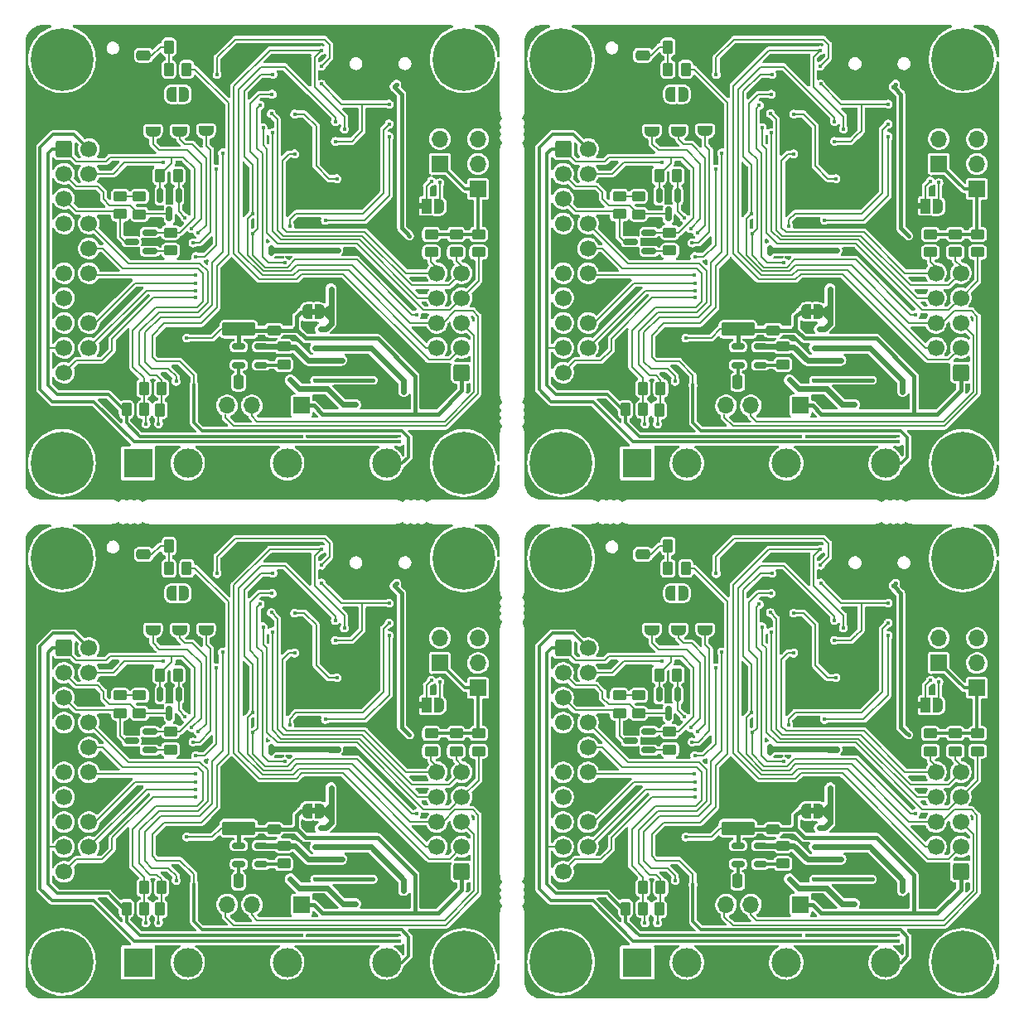
<source format=gbl>
G04 #@! TF.GenerationSoftware,KiCad,Pcbnew,(6.0.9)*
G04 #@! TF.CreationDate,2023-01-12T22:26:46+07:00*
G04 #@! TF.ProjectId,ESP12CORE_B_panel,45535031-3243-44f5-9245-5f425f70616e,rev?*
G04 #@! TF.SameCoordinates,Original*
G04 #@! TF.FileFunction,Copper,L2,Bot*
G04 #@! TF.FilePolarity,Positive*
%FSLAX46Y46*%
G04 Gerber Fmt 4.6, Leading zero omitted, Abs format (unit mm)*
G04 Created by KiCad (PCBNEW (6.0.9)) date 2023-01-12 22:26:46*
%MOMM*%
%LPD*%
G01*
G04 APERTURE LIST*
G04 Aperture macros list*
%AMRoundRect*
0 Rectangle with rounded corners*
0 $1 Rounding radius*
0 $2 $3 $4 $5 $6 $7 $8 $9 X,Y pos of 4 corners*
0 Add a 4 corners polygon primitive as box body*
4,1,4,$2,$3,$4,$5,$6,$7,$8,$9,$2,$3,0*
0 Add four circle primitives for the rounded corners*
1,1,$1+$1,$2,$3*
1,1,$1+$1,$4,$5*
1,1,$1+$1,$6,$7*
1,1,$1+$1,$8,$9*
0 Add four rect primitives between the rounded corners*
20,1,$1+$1,$2,$3,$4,$5,0*
20,1,$1+$1,$4,$5,$6,$7,0*
20,1,$1+$1,$6,$7,$8,$9,0*
20,1,$1+$1,$8,$9,$2,$3,0*%
%AMFreePoly0*
4,1,22,0.500000,-0.750000,0.000000,-0.750000,0.000000,-0.745033,-0.079941,-0.743568,-0.215256,-0.701293,-0.333266,-0.622738,-0.424486,-0.514219,-0.481581,-0.384460,-0.499164,-0.250000,-0.500000,-0.250000,-0.500000,0.250000,-0.499164,0.250000,-0.499963,0.256109,-0.478152,0.396186,-0.417904,0.524511,-0.324060,0.630769,-0.204165,0.706417,-0.067858,0.745374,0.000000,0.744959,0.000000,0.750000,
0.500000,0.750000,0.500000,-0.750000,0.500000,-0.750000,$1*%
%AMFreePoly1*
4,1,20,0.000000,0.744959,0.073905,0.744508,0.209726,0.703889,0.328688,0.626782,0.421226,0.519385,0.479903,0.390333,0.500000,0.250000,0.500000,-0.250000,0.499851,-0.262216,0.476331,-0.402017,0.414519,-0.529596,0.319384,-0.634700,0.198574,-0.708877,0.061801,-0.746166,0.000000,-0.745033,0.000000,-0.750000,-0.500000,-0.750000,-0.500000,0.750000,0.000000,0.750000,0.000000,0.744959,
0.000000,0.744959,$1*%
%AMFreePoly2*
4,1,22,0.550000,-0.750000,0.000000,-0.750000,0.000000,-0.745033,-0.079941,-0.743568,-0.215256,-0.701293,-0.333266,-0.622738,-0.424486,-0.514219,-0.481581,-0.384460,-0.499164,-0.250000,-0.500000,-0.250000,-0.500000,0.250000,-0.499164,0.250000,-0.499963,0.256109,-0.478152,0.396186,-0.417904,0.524511,-0.324060,0.630769,-0.204165,0.706417,-0.067858,0.745374,0.000000,0.744959,0.000000,0.750000,
0.550000,0.750000,0.550000,-0.750000,0.550000,-0.750000,$1*%
%AMFreePoly3*
4,1,20,0.000000,0.744959,0.073905,0.744508,0.209726,0.703889,0.328688,0.626782,0.421226,0.519385,0.479903,0.390333,0.500000,0.250000,0.500000,-0.250000,0.499851,-0.262216,0.476331,-0.402017,0.414519,-0.529596,0.319384,-0.634700,0.198574,-0.708877,0.061801,-0.746166,0.000000,-0.745033,0.000000,-0.750000,-0.550000,-0.750000,-0.550000,0.750000,0.000000,0.750000,0.000000,0.744959,
0.000000,0.744959,$1*%
G04 Aperture macros list end*
G04 #@! TA.AperFunction,ComponentPad*
%ADD10RoundRect,0.250000X0.600000X0.600000X-0.600000X0.600000X-0.600000X-0.600000X0.600000X-0.600000X0*%
G04 #@! TD*
G04 #@! TA.AperFunction,ComponentPad*
%ADD11C,1.700000*%
G04 #@! TD*
G04 #@! TA.AperFunction,ComponentPad*
%ADD12R,1.700000X1.700000*%
G04 #@! TD*
G04 #@! TA.AperFunction,ComponentPad*
%ADD13O,1.700000X1.700000*%
G04 #@! TD*
G04 #@! TA.AperFunction,ComponentPad*
%ADD14C,0.800000*%
G04 #@! TD*
G04 #@! TA.AperFunction,ComponentPad*
%ADD15C,6.400000*%
G04 #@! TD*
G04 #@! TA.AperFunction,ComponentPad*
%ADD16RoundRect,0.250000X-0.600000X-0.600000X0.600000X-0.600000X0.600000X0.600000X-0.600000X0.600000X0*%
G04 #@! TD*
G04 #@! TA.AperFunction,ComponentPad*
%ADD17O,1.150000X1.800000*%
G04 #@! TD*
G04 #@! TA.AperFunction,ComponentPad*
%ADD18O,1.450000X2.000000*%
G04 #@! TD*
G04 #@! TA.AperFunction,ComponentPad*
%ADD19R,3.000000X3.000000*%
G04 #@! TD*
G04 #@! TA.AperFunction,ComponentPad*
%ADD20C,3.000000*%
G04 #@! TD*
G04 #@! TA.AperFunction,SMDPad,CuDef*
%ADD21RoundRect,0.250000X0.262500X0.450000X-0.262500X0.450000X-0.262500X-0.450000X0.262500X-0.450000X0*%
G04 #@! TD*
G04 #@! TA.AperFunction,SMDPad,CuDef*
%ADD22RoundRect,0.250000X-0.450000X0.262500X-0.450000X-0.262500X0.450000X-0.262500X0.450000X0.262500X0*%
G04 #@! TD*
G04 #@! TA.AperFunction,SMDPad,CuDef*
%ADD23RoundRect,0.250000X0.450000X-0.262500X0.450000X0.262500X-0.450000X0.262500X-0.450000X-0.262500X0*%
G04 #@! TD*
G04 #@! TA.AperFunction,SMDPad,CuDef*
%ADD24FreePoly0,180.000000*%
G04 #@! TD*
G04 #@! TA.AperFunction,SMDPad,CuDef*
%ADD25FreePoly1,180.000000*%
G04 #@! TD*
G04 #@! TA.AperFunction,SMDPad,CuDef*
%ADD26RoundRect,0.250000X-0.262500X-0.450000X0.262500X-0.450000X0.262500X0.450000X-0.262500X0.450000X0*%
G04 #@! TD*
G04 #@! TA.AperFunction,SMDPad,CuDef*
%ADD27FreePoly0,270.000000*%
G04 #@! TD*
G04 #@! TA.AperFunction,SMDPad,CuDef*
%ADD28FreePoly1,270.000000*%
G04 #@! TD*
G04 #@! TA.AperFunction,SMDPad,CuDef*
%ADD29RoundRect,0.150000X0.587500X0.150000X-0.587500X0.150000X-0.587500X-0.150000X0.587500X-0.150000X0*%
G04 #@! TD*
G04 #@! TA.AperFunction,SMDPad,CuDef*
%ADD30RoundRect,0.250000X0.475000X-0.250000X0.475000X0.250000X-0.475000X0.250000X-0.475000X-0.250000X0*%
G04 #@! TD*
G04 #@! TA.AperFunction,SMDPad,CuDef*
%ADD31RoundRect,0.150000X0.512500X0.150000X-0.512500X0.150000X-0.512500X-0.150000X0.512500X-0.150000X0*%
G04 #@! TD*
G04 #@! TA.AperFunction,SMDPad,CuDef*
%ADD32RoundRect,0.249999X1.450001X-0.450001X1.450001X0.450001X-1.450001X0.450001X-1.450001X-0.450001X0*%
G04 #@! TD*
G04 #@! TA.AperFunction,SMDPad,CuDef*
%ADD33FreePoly2,0.000000*%
G04 #@! TD*
G04 #@! TA.AperFunction,SMDPad,CuDef*
%ADD34R,1.000000X1.500000*%
G04 #@! TD*
G04 #@! TA.AperFunction,SMDPad,CuDef*
%ADD35FreePoly3,0.000000*%
G04 #@! TD*
G04 #@! TA.AperFunction,SMDPad,CuDef*
%ADD36RoundRect,0.250000X-0.475000X0.250000X-0.475000X-0.250000X0.475000X-0.250000X0.475000X0.250000X0*%
G04 #@! TD*
G04 #@! TA.AperFunction,SMDPad,CuDef*
%ADD37RoundRect,0.250000X-0.250000X-0.475000X0.250000X-0.475000X0.250000X0.475000X-0.250000X0.475000X0*%
G04 #@! TD*
G04 #@! TA.AperFunction,SMDPad,CuDef*
%ADD38RoundRect,0.150000X-0.150000X0.587500X-0.150000X-0.587500X0.150000X-0.587500X0.150000X0.587500X0*%
G04 #@! TD*
G04 #@! TA.AperFunction,ViaPad*
%ADD39C,0.400000*%
G04 #@! TD*
G04 #@! TA.AperFunction,Conductor*
%ADD40C,0.200000*%
G04 #@! TD*
G04 #@! TA.AperFunction,Conductor*
%ADD41C,0.300000*%
G04 #@! TD*
G04 #@! TA.AperFunction,Conductor*
%ADD42C,0.600000*%
G04 #@! TD*
G04 #@! TA.AperFunction,Conductor*
%ADD43C,0.400000*%
G04 #@! TD*
G04 APERTURE END LIST*
G36*
X181933000Y-140860400D02*
G01*
X181433000Y-140860400D01*
X181433000Y-140260400D01*
X181933000Y-140260400D01*
X181933000Y-140860400D01*
G37*
G36*
X130933000Y-140860400D02*
G01*
X130433000Y-140860400D01*
X130433000Y-140260400D01*
X130933000Y-140260400D01*
X130933000Y-140860400D01*
G37*
G36*
X181933000Y-89860400D02*
G01*
X181433000Y-89860400D01*
X181433000Y-89260400D01*
X181933000Y-89260400D01*
X181933000Y-89860400D01*
G37*
G36*
X141840000Y-79040000D02*
G01*
X141340000Y-79040000D01*
X141340000Y-78440000D01*
X141840000Y-78440000D01*
X141840000Y-79040000D01*
G37*
G36*
X141840000Y-130040000D02*
G01*
X141340000Y-130040000D01*
X141340000Y-129440000D01*
X141840000Y-129440000D01*
X141840000Y-130040000D01*
G37*
G36*
X130933000Y-89860400D02*
G01*
X130433000Y-89860400D01*
X130433000Y-89260400D01*
X130933000Y-89260400D01*
X130933000Y-89860400D01*
G37*
G36*
X192840000Y-130040000D02*
G01*
X192340000Y-130040000D01*
X192340000Y-129440000D01*
X192840000Y-129440000D01*
X192840000Y-130040000D01*
G37*
G36*
X192840000Y-79040000D02*
G01*
X192340000Y-79040000D01*
X192340000Y-78440000D01*
X192840000Y-78440000D01*
X192840000Y-79040000D01*
G37*
D10*
X145843909Y-95758668D03*
D11*
X143303909Y-95758668D03*
X145843909Y-93218668D03*
X143303909Y-93218668D03*
X145843909Y-90678668D03*
X143303909Y-90678668D03*
X145843909Y-88138668D03*
X143303909Y-88138668D03*
X145843909Y-85598668D03*
X143303909Y-85598668D03*
D12*
X180480000Y-99133737D03*
D13*
X177940000Y-99133737D03*
X175400000Y-99133737D03*
X172860000Y-99133737D03*
D14*
X144352944Y-103302944D03*
X146050000Y-102600000D03*
D15*
X146050000Y-105000000D03*
D14*
X147747056Y-103302944D03*
X146050000Y-107400000D03*
X144352944Y-106697056D03*
X147747056Y-106697056D03*
X143650000Y-105000000D03*
X148450000Y-105000000D03*
X105000000Y-117150000D03*
X106697056Y-116447056D03*
X102600000Y-114750000D03*
X105000000Y-112350000D03*
X103302944Y-113052944D03*
D15*
X105000000Y-114750000D03*
D14*
X106697056Y-113052944D03*
X103302944Y-116447056D03*
X107400000Y-114750000D03*
D16*
X156204868Y-123917125D03*
D11*
X158744868Y-123917125D03*
X156204868Y-126457125D03*
X158744868Y-126457125D03*
X156204868Y-128997125D03*
X158744868Y-128997125D03*
X156204868Y-131537125D03*
X158744868Y-131537125D03*
X156204868Y-134077125D03*
X158744868Y-134077125D03*
X156204868Y-136617125D03*
X158744868Y-136617125D03*
X156204868Y-139157125D03*
X158744868Y-139157125D03*
X156204868Y-141697125D03*
X158744868Y-141697125D03*
X156204868Y-144237125D03*
X158744868Y-144237125D03*
X156204868Y-146777125D03*
X158744868Y-146777125D03*
D12*
X143606599Y-74422000D03*
D13*
X143606599Y-71882000D03*
X143606599Y-69342000D03*
D12*
X147500856Y-127995980D03*
D13*
X147500856Y-125455980D03*
X147500856Y-122915980D03*
X147500856Y-120375980D03*
D14*
X153600000Y-156000000D03*
X156000000Y-158400000D03*
D15*
X156000000Y-156000000D03*
D14*
X157697056Y-154302944D03*
X157697056Y-157697056D03*
X158400000Y-156000000D03*
X156000000Y-153600000D03*
X154302944Y-154302944D03*
X154302944Y-157697056D03*
D16*
X105204868Y-72917125D03*
D11*
X107744868Y-72917125D03*
X105204868Y-75457125D03*
X107744868Y-75457125D03*
X105204868Y-77997125D03*
X107744868Y-77997125D03*
X105204868Y-80537125D03*
X107744868Y-80537125D03*
X105204868Y-83077125D03*
X107744868Y-83077125D03*
X105204868Y-85617125D03*
X107744868Y-85617125D03*
X105204868Y-88157125D03*
X107744868Y-88157125D03*
X105204868Y-90697125D03*
X107744868Y-90697125D03*
X105204868Y-93237125D03*
X107744868Y-93237125D03*
X105204868Y-95777125D03*
X107744868Y-95777125D03*
D14*
X144352944Y-62052944D03*
X144352944Y-65447056D03*
X147747056Y-65447056D03*
X146050000Y-61350000D03*
X147747056Y-62052944D03*
X143650000Y-63750000D03*
X146050000Y-66150000D03*
D15*
X146050000Y-63750000D03*
D14*
X148450000Y-63750000D03*
D12*
X194606599Y-125422000D03*
D13*
X194606599Y-122882000D03*
X194606599Y-120342000D03*
D14*
X197050000Y-66150000D03*
X199450000Y-63750000D03*
X194650000Y-63750000D03*
X198747056Y-62052944D03*
X195352944Y-65447056D03*
X197050000Y-61350000D03*
X195352944Y-62052944D03*
D15*
X197050000Y-63750000D03*
D14*
X198747056Y-65447056D03*
X197050000Y-158400000D03*
X195352944Y-154302944D03*
X194650000Y-156000000D03*
X197050000Y-153600000D03*
X198747056Y-154302944D03*
X198747056Y-157697056D03*
D15*
X197050000Y-156000000D03*
D14*
X199450000Y-156000000D03*
X195352944Y-157697056D03*
D16*
X156204868Y-72917125D03*
D11*
X158744868Y-72917125D03*
X156204868Y-75457125D03*
X158744868Y-75457125D03*
X156204868Y-77997125D03*
X158744868Y-77997125D03*
X156204868Y-80537125D03*
X158744868Y-80537125D03*
X156204868Y-83077125D03*
X158744868Y-83077125D03*
X156204868Y-85617125D03*
X158744868Y-85617125D03*
X156204868Y-88157125D03*
X158744868Y-88157125D03*
X156204868Y-90697125D03*
X158744868Y-90697125D03*
X156204868Y-93237125D03*
X158744868Y-93237125D03*
X156204868Y-95777125D03*
X158744868Y-95777125D03*
D12*
X129480000Y-99133737D03*
D13*
X126940000Y-99133737D03*
X124400000Y-99133737D03*
X121860000Y-99133737D03*
D17*
X192416582Y-112440224D03*
D18*
X192266582Y-116240224D03*
X184816582Y-116240224D03*
D17*
X184666582Y-112440224D03*
D10*
X196843909Y-146758668D03*
D11*
X194303909Y-146758668D03*
X196843909Y-144218668D03*
X194303909Y-144218668D03*
X196843909Y-141678668D03*
X194303909Y-141678668D03*
X196843909Y-139138668D03*
X194303909Y-139138668D03*
X196843909Y-136598668D03*
X194303909Y-136598668D03*
D12*
X147500856Y-76995980D03*
D13*
X147500856Y-74455980D03*
X147500856Y-71915980D03*
X147500856Y-69375980D03*
D14*
X143650000Y-114750000D03*
D15*
X146050000Y-114750000D03*
D14*
X147747056Y-116447056D03*
X144352944Y-116447056D03*
X146050000Y-117150000D03*
X147747056Y-113052944D03*
X146050000Y-112350000D03*
X148450000Y-114750000D03*
X144352944Y-113052944D03*
X153600000Y-105000000D03*
X156000000Y-102600000D03*
D15*
X156000000Y-105000000D03*
D14*
X157697056Y-103302944D03*
X158400000Y-105000000D03*
X157697056Y-106697056D03*
X154302944Y-106697056D03*
X156000000Y-107400000D03*
X154302944Y-103302944D03*
X143650000Y-156000000D03*
X146050000Y-158400000D03*
X146050000Y-153600000D03*
X144352944Y-154302944D03*
X147747056Y-154302944D03*
X148450000Y-156000000D03*
X144352944Y-157697056D03*
X147747056Y-157697056D03*
D15*
X146050000Y-156000000D03*
D16*
X105204868Y-123917125D03*
D11*
X107744868Y-123917125D03*
X105204868Y-126457125D03*
X107744868Y-126457125D03*
X105204868Y-128997125D03*
X107744868Y-128997125D03*
X105204868Y-131537125D03*
X107744868Y-131537125D03*
X105204868Y-134077125D03*
X107744868Y-134077125D03*
X105204868Y-136617125D03*
X107744868Y-136617125D03*
X105204868Y-139157125D03*
X107744868Y-139157125D03*
X105204868Y-141697125D03*
X107744868Y-141697125D03*
X105204868Y-144237125D03*
X107744868Y-144237125D03*
X105204868Y-146777125D03*
X107744868Y-146777125D03*
D14*
X105000000Y-66150000D03*
X103302944Y-62052944D03*
X102600000Y-63750000D03*
D15*
X105000000Y-63750000D03*
D14*
X107400000Y-63750000D03*
X106697056Y-65447056D03*
X103302944Y-65447056D03*
X106697056Y-62052944D03*
X105000000Y-61350000D03*
D12*
X198500856Y-127995980D03*
D13*
X198500856Y-125455980D03*
X198500856Y-122915980D03*
X198500856Y-120375980D03*
D12*
X129480000Y-150133737D03*
D13*
X126940000Y-150133737D03*
X124400000Y-150133737D03*
X121860000Y-150133737D03*
D19*
X112773429Y-156050688D03*
D20*
X117853429Y-156050688D03*
X122933429Y-156050688D03*
X128013429Y-156050688D03*
X133093429Y-156050688D03*
X138173429Y-156050688D03*
D19*
X163773429Y-105050688D03*
D20*
X168853429Y-105050688D03*
X173933429Y-105050688D03*
X179013429Y-105050688D03*
X184093429Y-105050688D03*
X189173429Y-105050688D03*
D12*
X198500856Y-76995980D03*
D13*
X198500856Y-74455980D03*
X198500856Y-71915980D03*
X198500856Y-69375980D03*
D12*
X180480000Y-150133737D03*
D13*
X177940000Y-150133737D03*
X175400000Y-150133737D03*
X172860000Y-150133737D03*
D17*
X184666582Y-61440224D03*
D18*
X184816582Y-65240224D03*
X192266582Y-65240224D03*
D17*
X192416582Y-61440224D03*
D14*
X154302944Y-62052944D03*
D15*
X156000000Y-63750000D03*
D14*
X154302944Y-65447056D03*
X157697056Y-62052944D03*
X157697056Y-65447056D03*
X156000000Y-66150000D03*
X156000000Y-61350000D03*
X153600000Y-63750000D03*
X158400000Y-63750000D03*
X105000000Y-107400000D03*
X106697056Y-106697056D03*
X102600000Y-105000000D03*
D15*
X105000000Y-105000000D03*
D14*
X105000000Y-102600000D03*
X103302944Y-103302944D03*
X107400000Y-105000000D03*
X103302944Y-106697056D03*
X106697056Y-103302944D03*
X195352944Y-103302944D03*
X195352944Y-106697056D03*
X194650000Y-105000000D03*
X198747056Y-106697056D03*
X198747056Y-103302944D03*
X197050000Y-107400000D03*
X197050000Y-102600000D03*
D15*
X197050000Y-105000000D03*
D14*
X199450000Y-105000000D03*
D15*
X156000000Y-114750000D03*
D14*
X158400000Y-114750000D03*
X156000000Y-117150000D03*
X157697056Y-116447056D03*
X154302944Y-113052944D03*
X157697056Y-113052944D03*
X153600000Y-114750000D03*
X154302944Y-116447056D03*
X156000000Y-112350000D03*
X199450000Y-114750000D03*
D15*
X197050000Y-114750000D03*
D14*
X194650000Y-114750000D03*
X198747056Y-116447056D03*
X197050000Y-117150000D03*
X197050000Y-112350000D03*
X198747056Y-113052944D03*
X195352944Y-113052944D03*
X195352944Y-116447056D03*
X103302944Y-157697056D03*
X107400000Y-156000000D03*
D15*
X105000000Y-156000000D03*
D14*
X105000000Y-158400000D03*
X106697056Y-157697056D03*
X102600000Y-156000000D03*
X106697056Y-154302944D03*
X103302944Y-154302944D03*
X105000000Y-153600000D03*
D19*
X112773429Y-105050688D03*
D20*
X117853429Y-105050688D03*
X122933429Y-105050688D03*
X128013429Y-105050688D03*
X133093429Y-105050688D03*
X138173429Y-105050688D03*
D12*
X143606599Y-125422000D03*
D13*
X143606599Y-122882000D03*
X143606599Y-120342000D03*
D12*
X194606599Y-74422000D03*
D13*
X194606599Y-71882000D03*
X194606599Y-69342000D03*
D18*
X133816582Y-65240224D03*
D17*
X141416582Y-61440224D03*
D18*
X141266582Y-65240224D03*
D17*
X133666582Y-61440224D03*
X133666582Y-112440224D03*
D18*
X133816582Y-116240224D03*
X141266582Y-116240224D03*
D17*
X141416582Y-112440224D03*
D10*
X196843909Y-95758668D03*
D11*
X194303909Y-95758668D03*
X196843909Y-93218668D03*
X194303909Y-93218668D03*
X196843909Y-90678668D03*
X194303909Y-90678668D03*
X196843909Y-88138668D03*
X194303909Y-88138668D03*
X196843909Y-85598668D03*
X194303909Y-85598668D03*
D10*
X145843909Y-146758668D03*
D11*
X143303909Y-146758668D03*
X145843909Y-144218668D03*
X143303909Y-144218668D03*
X145843909Y-141678668D03*
X143303909Y-141678668D03*
X145843909Y-139138668D03*
X143303909Y-139138668D03*
X145843909Y-136598668D03*
X143303909Y-136598668D03*
D19*
X163773429Y-156050688D03*
D20*
X168853429Y-156050688D03*
X173933429Y-156050688D03*
X179013429Y-156050688D03*
X184093429Y-156050688D03*
X189173429Y-156050688D03*
D21*
X167852500Y-126660000D03*
X166027500Y-126660000D03*
D22*
X198574000Y-81637500D03*
X198574000Y-83462500D03*
D23*
X112925000Y-130587500D03*
X112925000Y-128762500D03*
D24*
X168490000Y-67310000D03*
D25*
X167190000Y-67310000D03*
D24*
X117490000Y-118310000D03*
D25*
X116190000Y-118310000D03*
D24*
X168490000Y-118310000D03*
D25*
X167190000Y-118310000D03*
D26*
X113357500Y-148380000D03*
X115182500Y-148380000D03*
D23*
X110950000Y-130562500D03*
X110950000Y-128737500D03*
D26*
X115037500Y-150580000D03*
X116862500Y-150580000D03*
D24*
X182333000Y-140560400D03*
D25*
X181033000Y-140560400D03*
D27*
X117020000Y-120820000D03*
D28*
X117020000Y-122120000D03*
D29*
X113987500Y-81450000D03*
X113987500Y-83350000D03*
X112112500Y-82400000D03*
D27*
X165290000Y-69830000D03*
D28*
X165290000Y-71130000D03*
D22*
X193748000Y-81637500D03*
X193748000Y-83462500D03*
D29*
X164987500Y-132450000D03*
X164987500Y-134350000D03*
X163112500Y-133400000D03*
D27*
X114290000Y-69830000D03*
D28*
X114290000Y-71130000D03*
D22*
X198574000Y-132637500D03*
X198574000Y-134462500D03*
D27*
X117020000Y-69820000D03*
D28*
X117020000Y-71120000D03*
D26*
X162577500Y-150530000D03*
X164402500Y-150530000D03*
D30*
X126660000Y-91440000D03*
X126660000Y-89540000D03*
D21*
X117752500Y-115770000D03*
X115927500Y-115770000D03*
D30*
X177660000Y-91440000D03*
X177660000Y-89540000D03*
D26*
X162577500Y-99530000D03*
X164402500Y-99530000D03*
D31*
X176347500Y-144100000D03*
X176347500Y-145050000D03*
X176347500Y-146000000D03*
X174072500Y-146000000D03*
X174072500Y-144100000D03*
D22*
X147574000Y-132637500D03*
X147574000Y-134462500D03*
D21*
X167852500Y-75660000D03*
X166027500Y-75660000D03*
X116852500Y-126660000D03*
X115027500Y-126660000D03*
D24*
X131333000Y-140560400D03*
D25*
X130033000Y-140560400D03*
D32*
X123060000Y-142330000D03*
X123060000Y-138230000D03*
D27*
X165290000Y-120830000D03*
D28*
X165290000Y-122130000D03*
D24*
X182333000Y-89560400D03*
D25*
X181033000Y-89560400D03*
D27*
X119720000Y-120790000D03*
D28*
X119720000Y-122090000D03*
D22*
X145288000Y-132637500D03*
X145288000Y-134462500D03*
D33*
X140940000Y-78740000D03*
D34*
X142240000Y-78740000D03*
D35*
X143540000Y-78740000D03*
D23*
X163925000Y-79587500D03*
X163925000Y-77762500D03*
D26*
X164357500Y-97380000D03*
X166182500Y-97380000D03*
X111577500Y-99530000D03*
X113402500Y-99530000D03*
D23*
X163925000Y-130587500D03*
X163925000Y-128762500D03*
D22*
X196288000Y-132637500D03*
X196288000Y-134462500D03*
D29*
X164987500Y-81450000D03*
X164987500Y-83350000D03*
X163112500Y-82400000D03*
D31*
X176347500Y-93100000D03*
X176347500Y-94050000D03*
X176347500Y-95000000D03*
X174072500Y-95000000D03*
X174072500Y-93100000D03*
D36*
X113344075Y-114334212D03*
X113344075Y-116234212D03*
D22*
X142748000Y-81637500D03*
X142748000Y-83462500D03*
D37*
X174050000Y-96720000D03*
X175950000Y-96720000D03*
D27*
X170720000Y-120790000D03*
D28*
X170720000Y-122090000D03*
D32*
X174060000Y-91330000D03*
X174060000Y-87230000D03*
D26*
X164357500Y-148380000D03*
X166182500Y-148380000D03*
D37*
X174050000Y-147720000D03*
X175950000Y-147720000D03*
D23*
X167100000Y-134287500D03*
X167100000Y-132462500D03*
D22*
X127670000Y-144107500D03*
X127670000Y-145932500D03*
D23*
X112925000Y-79587500D03*
X112925000Y-77762500D03*
D38*
X115020000Y-77682500D03*
X116920000Y-77682500D03*
X115970000Y-79557500D03*
D37*
X123050000Y-96720000D03*
X124950000Y-96720000D03*
D32*
X174060000Y-142330000D03*
X174060000Y-138230000D03*
D27*
X168020000Y-120820000D03*
D28*
X168020000Y-122120000D03*
D29*
X113987500Y-132450000D03*
X113987500Y-134350000D03*
X112112500Y-133400000D03*
D26*
X113357500Y-97380000D03*
X115182500Y-97380000D03*
D23*
X167100000Y-83287500D03*
X167100000Y-81462500D03*
D26*
X115037500Y-99580000D03*
X116862500Y-99580000D03*
D23*
X161950000Y-79562500D03*
X161950000Y-77737500D03*
D33*
X140940000Y-129740000D03*
D34*
X142240000Y-129740000D03*
D35*
X143540000Y-129740000D03*
D23*
X161950000Y-130562500D03*
X161950000Y-128737500D03*
D22*
X147574000Y-81637500D03*
X147574000Y-83462500D03*
D30*
X126660000Y-142440000D03*
X126660000Y-140540000D03*
D27*
X114290000Y-120830000D03*
D28*
X114290000Y-122130000D03*
D24*
X117490000Y-67310000D03*
D25*
X116190000Y-67310000D03*
D27*
X119720000Y-69790000D03*
D28*
X119720000Y-71090000D03*
D26*
X166037500Y-150580000D03*
X167862500Y-150580000D03*
D22*
X142748000Y-132637500D03*
X142748000Y-134462500D03*
D21*
X168752500Y-64770000D03*
X166927500Y-64770000D03*
D36*
X113344075Y-63334212D03*
X113344075Y-65234212D03*
D22*
X178670000Y-144107500D03*
X178670000Y-145932500D03*
X145288000Y-81637500D03*
X145288000Y-83462500D03*
D24*
X131333000Y-89560400D03*
D25*
X130033000Y-89560400D03*
D37*
X123050000Y-147720000D03*
X124950000Y-147720000D03*
D23*
X110950000Y-79562500D03*
X110950000Y-77737500D03*
D30*
X177660000Y-142440000D03*
X177660000Y-140540000D03*
D33*
X191940000Y-129740000D03*
D34*
X193240000Y-129740000D03*
D35*
X194540000Y-129740000D03*
D27*
X168020000Y-69820000D03*
D28*
X168020000Y-71120000D03*
D26*
X111577500Y-150530000D03*
X113402500Y-150530000D03*
D38*
X115020000Y-128682500D03*
X116920000Y-128682500D03*
X115970000Y-130557500D03*
D26*
X166927500Y-62484000D03*
X168752500Y-62484000D03*
D31*
X125347500Y-93100000D03*
X125347500Y-94050000D03*
X125347500Y-95000000D03*
X123072500Y-95000000D03*
X123072500Y-93100000D03*
D26*
X115927500Y-62484000D03*
X117752500Y-62484000D03*
D22*
X127670000Y-93107500D03*
X127670000Y-94932500D03*
D36*
X164344075Y-63334212D03*
X164344075Y-65234212D03*
D38*
X166020000Y-128682500D03*
X167920000Y-128682500D03*
X166970000Y-130557500D03*
D23*
X116100000Y-134287500D03*
X116100000Y-132462500D03*
D22*
X178670000Y-93107500D03*
X178670000Y-94932500D03*
X193748000Y-132637500D03*
X193748000Y-134462500D03*
D26*
X166927500Y-113484000D03*
X168752500Y-113484000D03*
D22*
X196288000Y-81637500D03*
X196288000Y-83462500D03*
D26*
X115927500Y-113484000D03*
X117752500Y-113484000D03*
D31*
X125347500Y-144100000D03*
X125347500Y-145050000D03*
X125347500Y-146000000D03*
X123072500Y-146000000D03*
X123072500Y-144100000D03*
D21*
X117752500Y-64770000D03*
X115927500Y-64770000D03*
D32*
X123060000Y-91330000D03*
X123060000Y-87230000D03*
D36*
X164344075Y-114334212D03*
X164344075Y-116234212D03*
D27*
X170720000Y-69790000D03*
D28*
X170720000Y-71090000D03*
D21*
X168752500Y-115770000D03*
X166927500Y-115770000D03*
X116852500Y-75660000D03*
X115027500Y-75660000D03*
D33*
X191940000Y-78740000D03*
D34*
X193240000Y-78740000D03*
D35*
X194540000Y-78740000D03*
D23*
X116100000Y-83287500D03*
X116100000Y-81462500D03*
D38*
X166020000Y-77682500D03*
X167920000Y-77682500D03*
X166970000Y-79557500D03*
D26*
X166037500Y-99580000D03*
X167862500Y-99580000D03*
D39*
X177630000Y-140560000D03*
X173210000Y-140320000D03*
X122210000Y-89320000D03*
X126630000Y-89560000D03*
X173210000Y-89320000D03*
X126630000Y-140560000D03*
X122210000Y-140320000D03*
X177630000Y-89560000D03*
X176550000Y-70750000D03*
X125550000Y-121750000D03*
X125550000Y-70750000D03*
X176550000Y-121750000D03*
X167660000Y-147660000D03*
X177500500Y-71250000D03*
X116660000Y-147660000D03*
X121410000Y-124328000D03*
X167660000Y-96660000D03*
X116660000Y-96660000D03*
X172410000Y-124328000D03*
X121410000Y-73328000D03*
X172410000Y-73328000D03*
X177500500Y-122250000D03*
X126500500Y-71250000D03*
X126500500Y-122250000D03*
X126400000Y-69300000D03*
X177400000Y-69300000D03*
X177400000Y-120300000D03*
X126400000Y-120300000D03*
X179778000Y-69342000D03*
X133096000Y-75946000D03*
X133096000Y-126946000D03*
X128778000Y-120342000D03*
X179778000Y-120342000D03*
X184096000Y-75946000D03*
X128778000Y-69342000D03*
X184096000Y-126946000D03*
X117348000Y-67310000D03*
X178775000Y-135500500D03*
X176250000Y-119450000D03*
X168348000Y-67310000D03*
X178775000Y-84500500D03*
X117348000Y-118310000D03*
X127775000Y-84500500D03*
X127775000Y-135500500D03*
X125250000Y-119450000D03*
X176250000Y-68450000D03*
X168348000Y-118310000D03*
X125250000Y-68450000D03*
X115350000Y-74290000D03*
X115350000Y-125290000D03*
X166350000Y-74290000D03*
X166350000Y-125290000D03*
X113371812Y-114356369D03*
X164371812Y-63356369D03*
X164371812Y-114356369D03*
X113371812Y-63356369D03*
X171850000Y-116300000D03*
X182508320Y-64443384D03*
X131508320Y-64443384D03*
X171850000Y-65300000D03*
X120850000Y-65300000D03*
X131508320Y-115443384D03*
X120850000Y-116300000D03*
X182508320Y-115443384D03*
X116078000Y-67310000D03*
X167078000Y-118310000D03*
X167078000Y-67310000D03*
X116078000Y-118310000D03*
X118480000Y-97075000D03*
X169480000Y-148075000D03*
X169480000Y-97075000D03*
X118480000Y-148075000D03*
X118670250Y-83910250D03*
X171780000Y-74950000D03*
X179775000Y-73425000D03*
X169670250Y-83910250D03*
X118670250Y-134910250D03*
X120780000Y-74950000D03*
X171780000Y-125950000D03*
X179775000Y-124425000D03*
X120780000Y-125950000D03*
X169670250Y-134910250D03*
X128775000Y-73425000D03*
X128775000Y-124425000D03*
X184604000Y-145479000D03*
X133604000Y-94479000D03*
X184604000Y-94479000D03*
X133604000Y-145479000D03*
X184858000Y-70866000D03*
X182504542Y-113818984D03*
X133858000Y-121866000D03*
X182504542Y-62818984D03*
X131504542Y-62818984D03*
X131504542Y-113818984D03*
X184858000Y-121866000D03*
X133858000Y-70866000D03*
X132930336Y-70104000D03*
X132930336Y-121104000D03*
X183930336Y-70104000D03*
X183930336Y-121104000D03*
X126474000Y-67328000D03*
X126474000Y-118328000D03*
X177474000Y-67328000D03*
X177474000Y-118328000D03*
X141225000Y-140825000D03*
X141225000Y-89825000D03*
X167100000Y-83287500D03*
X116100000Y-83287500D03*
X116100000Y-134287500D03*
X124517608Y-81564676D03*
X167100000Y-134287500D03*
X192225000Y-140825000D03*
X192225000Y-89825000D03*
X175517608Y-132564676D03*
X124517608Y-132564676D03*
X175517608Y-81564676D03*
X177550000Y-116275000D03*
X126550000Y-65275000D03*
X168580000Y-79930000D03*
X117580000Y-79930000D03*
X177550000Y-65275000D03*
X124460000Y-79502000D03*
X168580000Y-130930000D03*
X124460000Y-130502000D03*
X175460000Y-130502000D03*
X126550000Y-116275000D03*
X117580000Y-130930000D03*
X175460000Y-79502000D03*
X131925845Y-80198484D03*
X138430000Y-71628000D03*
X131925845Y-131198484D03*
X189430000Y-122628000D03*
X138430000Y-122628000D03*
X189430000Y-71628000D03*
X182925845Y-131198484D03*
X182925845Y-80198484D03*
X128270000Y-80772000D03*
X138430000Y-70358000D03*
X189430000Y-70358000D03*
X179270000Y-131772000D03*
X179270000Y-80772000D03*
X138430000Y-121358000D03*
X189430000Y-121358000D03*
X128270000Y-131772000D03*
X138430000Y-119326000D03*
X189430000Y-68326000D03*
X183486400Y-138198200D03*
X182394200Y-142313000D03*
X131525662Y-117279945D03*
X182525662Y-66279945D03*
X133186648Y-134263189D03*
X132933550Y-123136000D03*
X182394200Y-91313000D03*
X132486400Y-87198200D03*
X177325000Y-83000000D03*
X143606599Y-76357401D03*
X133186648Y-83263189D03*
X126325000Y-83550000D03*
X132933550Y-72136000D03*
X138430000Y-68326000D03*
X131525662Y-66279945D03*
X183486400Y-87198200D03*
X194606599Y-76357401D03*
X132366157Y-83271647D03*
X131394200Y-91313000D03*
X177325000Y-134000000D03*
X182525662Y-117279945D03*
X126325000Y-134000000D03*
X132366157Y-134271647D03*
X131394200Y-142313000D03*
X126325000Y-83000000D03*
X183933550Y-123136000D03*
X183366157Y-83271647D03*
X132486400Y-138198200D03*
X194606599Y-127357401D03*
X183366157Y-134271647D03*
X177325000Y-134550000D03*
X189430000Y-119326000D03*
X143606599Y-127357401D03*
X184186648Y-134263189D03*
X183933550Y-72136000D03*
X184186648Y-83263189D03*
X177325000Y-83550000D03*
X126325000Y-134550000D03*
X130875000Y-93250000D03*
X181875000Y-93250000D03*
X161975000Y-128762500D03*
X190900000Y-97700000D03*
X190460000Y-102850000D03*
X190900000Y-148700000D03*
X110975000Y-128762500D03*
X139460000Y-153850000D03*
X139900000Y-148700000D03*
X110975000Y-77762500D03*
X190460000Y-153850000D03*
X181875000Y-144250000D03*
X139900000Y-97700000D03*
X139460000Y-102850000D03*
X161975000Y-77762500D03*
X130875000Y-144250000D03*
X189938000Y-117548000D03*
X140226000Y-81516000D03*
X182288000Y-96550000D03*
X189938000Y-66548000D03*
X191510000Y-81800000D03*
X136368000Y-96550000D03*
X136800000Y-96550000D03*
X140510000Y-81800000D03*
X140226000Y-132516000D03*
X131288000Y-147550000D03*
X138938000Y-117548000D03*
X182288000Y-147550000D03*
X138938000Y-66548000D03*
X139192000Y-117294000D03*
X187368000Y-147550000D03*
X191510000Y-132800000D03*
X140510000Y-132800000D03*
X187800000Y-96550000D03*
X139192000Y-66294000D03*
X190192000Y-66294000D03*
X187800000Y-147550000D03*
X191226000Y-132516000D03*
X136800000Y-147550000D03*
X187368000Y-96550000D03*
X191226000Y-81516000D03*
X181820000Y-96550000D03*
X130820000Y-147550000D03*
X136368000Y-147550000D03*
X181820000Y-147550000D03*
X190192000Y-117294000D03*
X131288000Y-96550000D03*
X130820000Y-96550000D03*
X118930000Y-132490000D03*
X169930000Y-81490000D03*
X118930000Y-81490000D03*
X169930000Y-132490000D03*
X165860000Y-152000000D03*
X165860000Y-101000000D03*
X114860000Y-101000000D03*
X114860000Y-152000000D03*
X169650000Y-85810000D03*
X118650000Y-136810000D03*
X169650000Y-136810000D03*
X118650000Y-85810000D03*
X164570000Y-152000000D03*
X113570000Y-152000000D03*
X164570000Y-101000000D03*
X113570000Y-101000000D03*
X169661000Y-86614000D03*
X118661000Y-86614000D03*
X169661000Y-137614000D03*
X118661000Y-137614000D03*
X169675000Y-138375000D03*
X169675000Y-87375000D03*
X118675000Y-87375000D03*
X118675000Y-138375000D03*
X118675000Y-88125000D03*
X169675000Y-88125000D03*
X118675000Y-139125000D03*
X169675000Y-139125000D03*
X118240000Y-132060000D03*
X169240000Y-132060000D03*
X118240000Y-81060000D03*
X169240000Y-81060000D03*
X169390000Y-82510000D03*
X118390000Y-82510000D03*
X169390000Y-133510000D03*
X118390000Y-133510000D03*
X185990000Y-99030000D03*
X134650000Y-99030000D03*
X179320000Y-147510000D03*
X134990000Y-99030000D03*
X180250000Y-97440000D03*
X180250000Y-148440000D03*
X185650000Y-99030000D03*
X129250000Y-148440000D03*
X128320000Y-147510000D03*
X134650000Y-150030000D03*
X179320000Y-96510000D03*
X134990000Y-150030000D03*
X129250000Y-97440000D03*
X185650000Y-150030000D03*
X185990000Y-150030000D03*
X128320000Y-96510000D03*
X193748000Y-76200000D03*
X193748000Y-127200000D03*
X142748000Y-76200000D03*
X142748000Y-127200000D03*
X167130000Y-102300000D03*
X168752500Y-92235934D03*
X180470000Y-102300500D03*
X116130000Y-153300000D03*
X168752500Y-143235934D03*
X117752500Y-143235934D03*
X117752500Y-92235934D03*
X116130000Y-102300000D03*
X167130000Y-153300000D03*
X129470000Y-102300500D03*
X180470000Y-153300500D03*
X129470000Y-153300500D03*
D40*
X135148000Y-82588000D02*
X141935000Y-89375000D01*
X147574000Y-137408577D02*
X145843909Y-139138668D01*
X125550000Y-121750000D02*
X125550000Y-123525000D01*
X198574000Y-137408577D02*
X196843909Y-139138668D01*
X141935000Y-89375000D02*
X144607577Y-89375000D01*
X198574000Y-83462500D02*
X198574000Y-86408577D01*
X195607577Y-140375000D02*
X196843909Y-139138668D01*
X186148000Y-82588000D02*
X192935000Y-89375000D01*
X127038000Y-133588000D02*
X135148000Y-133588000D01*
X141935000Y-140375000D02*
X144607577Y-140375000D01*
X198574000Y-86408577D02*
X196843909Y-88138668D01*
X135148000Y-133588000D02*
X141935000Y-140375000D01*
X125550000Y-70750000D02*
X125550000Y-72525000D01*
X127038000Y-82588000D02*
X135148000Y-82588000D01*
X147574000Y-83462500D02*
X147574000Y-86408577D01*
X192935000Y-140375000D02*
X195607577Y-140375000D01*
X125950000Y-123925000D02*
X125950000Y-132500000D01*
X147574000Y-134462500D02*
X147574000Y-137408577D01*
X125950000Y-72925000D02*
X125950000Y-81500000D01*
X125550000Y-123525000D02*
X125950000Y-123925000D01*
X198574000Y-134462500D02*
X198574000Y-137408577D01*
X186148000Y-133588000D02*
X192935000Y-140375000D01*
X147574000Y-86408577D02*
X145843909Y-88138668D01*
X178038000Y-133588000D02*
X186148000Y-133588000D01*
X144607577Y-89375000D02*
X145843909Y-88138668D01*
X195607577Y-89375000D02*
X196843909Y-88138668D01*
X176550000Y-70750000D02*
X176550000Y-72525000D01*
X176950000Y-72925000D02*
X176950000Y-81500000D01*
X144607577Y-140375000D02*
X145843909Y-139138668D01*
X176950000Y-123925000D02*
X176950000Y-132500000D01*
X125950000Y-132500000D02*
X127038000Y-133588000D01*
X125550000Y-72525000D02*
X125950000Y-72925000D01*
X176550000Y-72525000D02*
X176950000Y-72925000D01*
X192935000Y-89375000D02*
X195607577Y-89375000D01*
X176550000Y-121750000D02*
X176550000Y-123525000D01*
X176950000Y-81500000D02*
X178038000Y-82588000D01*
X176550000Y-123525000D02*
X176950000Y-123925000D01*
X176950000Y-132500000D02*
X178038000Y-133588000D01*
X125950000Y-81500000D02*
X127038000Y-82588000D01*
X178038000Y-82588000D02*
X186148000Y-82588000D01*
X126512500Y-81300500D02*
X127400000Y-82188000D01*
X171300000Y-135500000D02*
X172410000Y-134390000D01*
X177512500Y-122262000D02*
X177512500Y-132300500D01*
X115050000Y-141100000D02*
X119050000Y-141100000D01*
X126512500Y-71262000D02*
X126512500Y-81300500D01*
X164485000Y-91665000D02*
X166050000Y-90100000D01*
X127400000Y-133188000D02*
X135398000Y-133188000D01*
X171300000Y-139850000D02*
X171300000Y-135500000D01*
X120300000Y-139850000D02*
X120300000Y-135500000D01*
X192348668Y-88138668D02*
X194303909Y-88138668D01*
X116660000Y-96660000D02*
X116660000Y-96160000D01*
X177512500Y-81300500D02*
X178400000Y-82188000D01*
X172410000Y-83390000D02*
X172410000Y-73328000D01*
X164485000Y-142665000D02*
X166050000Y-141100000D01*
X113485000Y-142665000D02*
X115050000Y-141100000D01*
X120300000Y-84500000D02*
X121410000Y-83390000D01*
X135398000Y-82188000D02*
X141348668Y-88138668D01*
X120300000Y-135500000D02*
X121410000Y-134390000D01*
X126512500Y-132300500D02*
X127400000Y-133188000D01*
X114190000Y-95390000D02*
X113485000Y-94685000D01*
X121410000Y-134390000D02*
X121410000Y-124328000D01*
X177512500Y-132300500D02*
X178400000Y-133188000D01*
X126500500Y-122250000D02*
X126512500Y-122262000D01*
X116660000Y-147160000D02*
X115890000Y-146390000D01*
X116660000Y-147660000D02*
X116660000Y-147160000D01*
X113485000Y-91665000D02*
X115050000Y-90100000D01*
X177500500Y-122250000D02*
X177512500Y-122262000D01*
X171300000Y-84500000D02*
X172410000Y-83390000D01*
X120300000Y-88850000D02*
X120300000Y-84500000D01*
X186398000Y-133188000D02*
X192348668Y-139138668D01*
X164485000Y-94685000D02*
X164485000Y-91665000D01*
X171300000Y-88850000D02*
X171300000Y-84500000D01*
X166050000Y-90100000D02*
X170050000Y-90100000D01*
X166050000Y-141100000D02*
X170050000Y-141100000D01*
X177512500Y-71262000D02*
X177512500Y-81300500D01*
X178400000Y-133188000D02*
X186398000Y-133188000D01*
X119050000Y-141100000D02*
X120300000Y-139850000D01*
X178400000Y-82188000D02*
X186398000Y-82188000D01*
X121410000Y-83390000D02*
X121410000Y-73328000D01*
X167660000Y-147660000D02*
X167660000Y-147160000D01*
X186398000Y-82188000D02*
X192348668Y-88138668D01*
X141348668Y-139138668D02*
X143303909Y-139138668D01*
X126500500Y-71250000D02*
X126512500Y-71262000D01*
X167660000Y-96160000D02*
X166890000Y-95390000D01*
X170050000Y-90100000D02*
X171300000Y-88850000D01*
X165190000Y-95390000D02*
X164485000Y-94685000D01*
X116660000Y-96160000D02*
X115890000Y-95390000D01*
X115890000Y-146390000D02*
X114190000Y-146390000D01*
X141348668Y-88138668D02*
X143303909Y-88138668D01*
X166890000Y-95390000D02*
X165190000Y-95390000D01*
X167660000Y-96660000D02*
X167660000Y-96160000D01*
X177500500Y-71250000D02*
X177512500Y-71262000D01*
X167660000Y-147160000D02*
X166890000Y-146390000D01*
X166890000Y-146390000D02*
X165190000Y-146390000D01*
X165190000Y-146390000D02*
X164485000Y-145685000D01*
X115890000Y-95390000D02*
X114190000Y-95390000D01*
X113485000Y-145685000D02*
X113485000Y-142665000D01*
X164485000Y-145685000D02*
X164485000Y-142665000D01*
X119050000Y-90100000D02*
X120300000Y-88850000D01*
X115050000Y-90100000D02*
X119050000Y-90100000D01*
X170050000Y-141100000D02*
X171300000Y-139850000D01*
X113485000Y-94685000D02*
X113485000Y-91665000D01*
X172410000Y-134390000D02*
X172410000Y-124328000D01*
X192348668Y-139138668D02*
X194303909Y-139138668D01*
X126512500Y-122262000D02*
X126512500Y-132300500D01*
X114190000Y-146390000D02*
X113485000Y-145685000D01*
X127400000Y-82188000D02*
X135398000Y-82188000D01*
X135398000Y-133188000D02*
X141348668Y-139138668D01*
X191700000Y-137850000D02*
X186638000Y-132788000D01*
X195592577Y-137850000D02*
X191700000Y-137850000D01*
X178588000Y-81788000D02*
X178000000Y-81200000D01*
X127000000Y-81200000D02*
X127000000Y-69900000D01*
X135638000Y-81788000D02*
X127588000Y-81788000D01*
X196843909Y-135883909D02*
X196288000Y-135328000D01*
X140700000Y-86850000D02*
X135638000Y-81788000D01*
X195592577Y-86850000D02*
X191700000Y-86850000D01*
X196843909Y-136598668D02*
X195592577Y-137850000D01*
X191700000Y-86850000D02*
X186638000Y-81788000D01*
X178000000Y-81200000D02*
X178000000Y-69900000D01*
X127000000Y-69900000D02*
X126400000Y-69300000D01*
X196843909Y-84883909D02*
X196288000Y-84328000D01*
X144592577Y-86850000D02*
X140700000Y-86850000D01*
X145843909Y-85598668D02*
X144592577Y-86850000D01*
X196288000Y-135328000D02*
X196288000Y-134462500D01*
X127588000Y-81788000D02*
X127000000Y-81200000D01*
X140700000Y-137850000D02*
X135638000Y-132788000D01*
X127000000Y-132200000D02*
X127000000Y-120900000D01*
X178588000Y-132788000D02*
X178000000Y-132200000D01*
X145843909Y-84883909D02*
X145288000Y-84328000D01*
X145843909Y-136598668D02*
X144592577Y-137850000D01*
X186638000Y-132788000D02*
X178588000Y-132788000D01*
X145288000Y-135328000D02*
X145288000Y-134462500D01*
X127588000Y-132788000D02*
X127000000Y-132200000D01*
X145288000Y-84328000D02*
X145288000Y-83462500D01*
X178000000Y-120900000D02*
X177400000Y-120300000D01*
X127000000Y-120900000D02*
X126400000Y-120300000D01*
X178000000Y-69900000D02*
X177400000Y-69300000D01*
X196288000Y-84328000D02*
X196288000Y-83462500D01*
X135638000Y-132788000D02*
X127588000Y-132788000D01*
X178000000Y-132200000D02*
X178000000Y-120900000D01*
X186638000Y-81788000D02*
X178588000Y-81788000D01*
X196843909Y-85598668D02*
X195592577Y-86850000D01*
X144592577Y-137850000D02*
X140700000Y-137850000D01*
X145843909Y-135883909D02*
X145288000Y-135328000D01*
X133096000Y-75946000D02*
X132271000Y-75946000D01*
X180767000Y-120342000D02*
X179778000Y-120342000D01*
X184096000Y-75946000D02*
X183271000Y-75946000D01*
X181962500Y-125637500D02*
X181962500Y-121537500D01*
X130962500Y-74637500D02*
X130962500Y-70537500D01*
X181962500Y-74637500D02*
X181962500Y-70537500D01*
X184096000Y-126946000D02*
X183271000Y-126946000D01*
X181962500Y-121537500D02*
X180767000Y-120342000D01*
X130962500Y-70537500D02*
X129767000Y-69342000D01*
X129767000Y-69342000D02*
X128778000Y-69342000D01*
X132271000Y-126946000D02*
X130962500Y-125637500D01*
X129767000Y-120342000D02*
X128778000Y-120342000D01*
X132271000Y-75946000D02*
X130962500Y-74637500D01*
X130962500Y-125637500D02*
X130962500Y-121537500D01*
X181962500Y-70537500D02*
X180767000Y-69342000D01*
X130962500Y-121537500D02*
X129767000Y-120342000D01*
X133096000Y-126946000D02*
X132271000Y-126946000D01*
X180767000Y-69342000D02*
X179778000Y-69342000D01*
X183271000Y-75946000D02*
X181962500Y-74637500D01*
X183271000Y-126946000D02*
X181962500Y-125637500D01*
X178774500Y-135500000D02*
X177075000Y-135500000D01*
X124947000Y-123822000D02*
X124947000Y-119753000D01*
X124947000Y-72822000D02*
X124947000Y-68753000D01*
X127774500Y-135500000D02*
X126075000Y-135500000D01*
X125476000Y-73351000D02*
X124947000Y-72822000D01*
X125476000Y-124351000D02*
X124947000Y-123822000D01*
X125476000Y-134901000D02*
X125476000Y-124351000D01*
X178775000Y-135500500D02*
X178774500Y-135500000D01*
X126075000Y-84500000D02*
X125476000Y-83901000D01*
X175947000Y-119753000D02*
X176250000Y-119450000D01*
X178775000Y-84500500D02*
X178774500Y-84500000D01*
X125476000Y-83901000D02*
X125476000Y-73351000D01*
X127774500Y-84500000D02*
X126075000Y-84500000D01*
X178774500Y-84500000D02*
X177075000Y-84500000D01*
X175947000Y-72822000D02*
X175947000Y-68753000D01*
X176476000Y-83901000D02*
X176476000Y-73351000D01*
X175947000Y-68753000D02*
X176250000Y-68450000D01*
X177075000Y-135500000D02*
X176476000Y-134901000D01*
X177075000Y-84500000D02*
X176476000Y-83901000D01*
X124947000Y-119753000D02*
X125250000Y-119450000D01*
X124947000Y-68753000D02*
X125250000Y-68450000D01*
X127775000Y-135500500D02*
X127774500Y-135500000D01*
X176476000Y-124351000D02*
X175947000Y-123822000D01*
X176476000Y-134901000D02*
X176476000Y-124351000D01*
X127775000Y-84500500D02*
X127774500Y-84500000D01*
X175947000Y-123822000D02*
X175947000Y-119753000D01*
X176476000Y-73351000D02*
X175947000Y-72822000D01*
X126075000Y-135500000D02*
X125476000Y-134901000D01*
X166350000Y-74290000D02*
X166337000Y-74277000D01*
X115337000Y-125277000D02*
X111402000Y-125277000D01*
X115337000Y-74277000D02*
X111402000Y-74277000D01*
X115350000Y-125290000D02*
X115337000Y-125277000D01*
X166337000Y-125277000D02*
X162402000Y-125277000D01*
X111402000Y-74277000D02*
X110221875Y-75457125D01*
X111402000Y-125277000D02*
X110221875Y-126457125D01*
X162402000Y-74277000D02*
X161221875Y-75457125D01*
X115350000Y-74290000D02*
X115337000Y-74277000D01*
X110221875Y-126457125D02*
X107744868Y-126457125D01*
X161221875Y-126457125D02*
X158744868Y-126457125D01*
X166350000Y-125290000D02*
X166337000Y-125277000D01*
X162402000Y-125277000D02*
X161221875Y-126457125D01*
X110221875Y-75457125D02*
X107744868Y-75457125D01*
X166337000Y-74277000D02*
X162402000Y-74277000D01*
X161221875Y-75457125D02*
X158744868Y-75457125D01*
X115927500Y-115770000D02*
X115927500Y-113484000D01*
X115927500Y-64770000D02*
X115927500Y-62484000D01*
X166927500Y-64770000D02*
X166927500Y-62484000D01*
X115062000Y-113484000D02*
X115927500Y-113484000D01*
X115062000Y-62484000D02*
X115927500Y-62484000D01*
X166927500Y-115770000D02*
X166927500Y-113484000D01*
X114189631Y-114356369D02*
X115062000Y-113484000D01*
X164371812Y-63356369D02*
X165189631Y-63356369D01*
X113371812Y-114356369D02*
X114189631Y-114356369D01*
X166062000Y-113484000D02*
X166927500Y-113484000D01*
X164371812Y-114356369D02*
X165189631Y-114356369D01*
X113371812Y-63356369D02*
X114189631Y-63356369D01*
X114189631Y-63356369D02*
X115062000Y-62484000D01*
X166062000Y-62484000D02*
X166927500Y-62484000D01*
X165189631Y-63356369D02*
X166062000Y-62484000D01*
X165189631Y-114356369D02*
X166062000Y-113484000D01*
X131826000Y-61722000D02*
X132334000Y-62230000D01*
X171850000Y-114554000D02*
X173682000Y-112722000D01*
X183334000Y-114617704D02*
X182508320Y-115443384D01*
X182826000Y-61722000D02*
X183334000Y-62230000D01*
X173682000Y-61722000D02*
X182826000Y-61722000D01*
X183334000Y-113230000D02*
X183334000Y-114617704D01*
X131826000Y-112722000D02*
X132334000Y-113230000D01*
X171850000Y-65300000D02*
X171850000Y-63554000D01*
X173682000Y-112722000D02*
X182826000Y-112722000D01*
X182826000Y-112722000D02*
X183334000Y-113230000D01*
X132334000Y-62230000D02*
X132334000Y-63617704D01*
X120850000Y-63554000D02*
X122682000Y-61722000D01*
X122682000Y-61722000D02*
X131826000Y-61722000D01*
X122682000Y-112722000D02*
X131826000Y-112722000D01*
X120850000Y-116300000D02*
X120850000Y-114554000D01*
X132334000Y-114617704D02*
X131508320Y-115443384D01*
X171850000Y-116300000D02*
X171850000Y-114554000D01*
X120850000Y-65300000D02*
X120850000Y-63554000D01*
X183334000Y-62230000D02*
X183334000Y-63617704D01*
X171850000Y-63554000D02*
X173682000Y-61722000D01*
X120850000Y-114554000D02*
X122682000Y-112722000D01*
X132334000Y-63617704D02*
X131508320Y-64443384D01*
X183334000Y-63617704D02*
X182508320Y-64443384D01*
X132334000Y-113230000D02*
X132334000Y-114617704D01*
X114700000Y-94625000D02*
X117055000Y-94625000D01*
X122020000Y-134705000D02*
X120825000Y-135900000D01*
X117055000Y-94625000D02*
X118480000Y-96050000D01*
X168752500Y-115770000D02*
X169595000Y-115770000D01*
D41*
X119300000Y-152700000D02*
X139700000Y-152700000D01*
D40*
X165260000Y-91940000D02*
X165260000Y-94185000D01*
D41*
X119300000Y-101700000D02*
X139700000Y-101700000D01*
D40*
X118480000Y-147050000D02*
X118480000Y-148075000D01*
D41*
X190749312Y-156050688D02*
X189173429Y-156050688D01*
D40*
X120825000Y-135900000D02*
X120825000Y-140125000D01*
X122020000Y-68195000D02*
X122020000Y-83705000D01*
X117752500Y-115770000D02*
X118595000Y-115770000D01*
D41*
X169480000Y-148075000D02*
X169480000Y-151880000D01*
X118480000Y-148075000D02*
X118480000Y-151880000D01*
X191410000Y-153410000D02*
X191410000Y-155390000D01*
D40*
X171825000Y-84900000D02*
X171825000Y-89125000D01*
X118595000Y-64770000D02*
X122020000Y-68195000D01*
X115450000Y-141750000D02*
X114260000Y-142940000D01*
D41*
X140410000Y-102410000D02*
X140410000Y-104390000D01*
D40*
X166450000Y-90750000D02*
X165260000Y-91940000D01*
X173020000Y-68195000D02*
X173020000Y-83705000D01*
X114260000Y-94185000D02*
X114700000Y-94625000D01*
X120825000Y-84900000D02*
X120825000Y-89125000D01*
X170200000Y-90750000D02*
X166450000Y-90750000D01*
X120825000Y-89125000D02*
X119200000Y-90750000D01*
X122020000Y-83705000D02*
X120825000Y-84900000D01*
D41*
X139749312Y-156050688D02*
X138173429Y-156050688D01*
D40*
X114700000Y-145625000D02*
X117055000Y-145625000D01*
X114260000Y-145185000D02*
X114700000Y-145625000D01*
X122020000Y-119195000D02*
X122020000Y-134705000D01*
X168752500Y-64770000D02*
X169595000Y-64770000D01*
X171825000Y-135900000D02*
X171825000Y-140125000D01*
D41*
X139749312Y-105050688D02*
X138173429Y-105050688D01*
D40*
X169480000Y-147050000D02*
X169480000Y-148075000D01*
X165700000Y-145625000D02*
X168055000Y-145625000D01*
X169595000Y-115770000D02*
X173020000Y-119195000D01*
D41*
X170300000Y-152700000D02*
X190700000Y-152700000D01*
X169480000Y-100880000D02*
X170300000Y-101700000D01*
D40*
X165260000Y-145185000D02*
X165700000Y-145625000D01*
X168055000Y-145625000D02*
X169480000Y-147050000D01*
X114260000Y-142940000D02*
X114260000Y-145185000D01*
D41*
X191410000Y-104390000D02*
X190749312Y-105050688D01*
D40*
X168055000Y-94625000D02*
X169480000Y-96050000D01*
X119200000Y-141750000D02*
X115450000Y-141750000D01*
D41*
X140410000Y-104390000D02*
X139749312Y-105050688D01*
D40*
X115450000Y-90750000D02*
X114260000Y-91940000D01*
X118480000Y-96050000D02*
X118480000Y-97075000D01*
D41*
X139700000Y-101700000D02*
X140410000Y-102410000D01*
D40*
X165260000Y-142940000D02*
X165260000Y-145185000D01*
D41*
X191410000Y-155390000D02*
X190749312Y-156050688D01*
D40*
X169480000Y-96050000D02*
X169480000Y-97075000D01*
D41*
X118480000Y-100880000D02*
X119300000Y-101700000D01*
D40*
X173020000Y-83705000D02*
X171825000Y-84900000D01*
X165700000Y-94625000D02*
X168055000Y-94625000D01*
X120825000Y-140125000D02*
X119200000Y-141750000D01*
D41*
X190700000Y-101700000D02*
X191410000Y-102410000D01*
D40*
X169595000Y-64770000D02*
X173020000Y-68195000D01*
X117055000Y-145625000D02*
X118480000Y-147050000D01*
D41*
X118480000Y-151880000D02*
X119300000Y-152700000D01*
D40*
X119200000Y-90750000D02*
X115450000Y-90750000D01*
X118595000Y-115770000D02*
X122020000Y-119195000D01*
D41*
X191410000Y-102410000D02*
X191410000Y-104390000D01*
X118480000Y-97075000D02*
X118480000Y-100880000D01*
D40*
X165260000Y-94185000D02*
X165700000Y-94625000D01*
X170200000Y-141750000D02*
X166450000Y-141750000D01*
D41*
X170300000Y-101700000D02*
X190700000Y-101700000D01*
X140410000Y-155390000D02*
X139749312Y-156050688D01*
D40*
X171825000Y-89125000D02*
X170200000Y-90750000D01*
D41*
X169480000Y-151880000D02*
X170300000Y-152700000D01*
D40*
X114260000Y-91940000D02*
X114260000Y-94185000D01*
X173020000Y-134705000D02*
X171825000Y-135900000D01*
X171825000Y-140125000D02*
X170200000Y-141750000D01*
X117752500Y-64770000D02*
X118595000Y-64770000D01*
X173020000Y-119195000D02*
X173020000Y-134705000D01*
X166450000Y-141750000D02*
X165260000Y-142940000D01*
D41*
X139700000Y-152700000D02*
X140410000Y-153410000D01*
X190749312Y-105050688D02*
X189173429Y-105050688D01*
X169480000Y-97075000D02*
X169480000Y-100880000D01*
X140410000Y-153410000D02*
X140410000Y-155390000D01*
X190700000Y-152700000D02*
X191410000Y-153410000D01*
D40*
X193725000Y-135450000D02*
X193725000Y-134485500D01*
X140158668Y-136598668D02*
X143303909Y-136598668D01*
X118670250Y-134910250D02*
X119579750Y-134910250D01*
X193725000Y-84450000D02*
X193725000Y-83485500D01*
X178988000Y-132388000D02*
X186948000Y-132388000D01*
X179200000Y-73425000D02*
X178536843Y-74088157D01*
X191158668Y-136598668D02*
X194303909Y-136598668D01*
X120780000Y-133710000D02*
X120780000Y-125950000D01*
X178536843Y-74088157D02*
X178536843Y-80936843D01*
X127536843Y-131936843D02*
X127988000Y-132388000D01*
X179775000Y-73425000D02*
X179200000Y-73425000D01*
X143303909Y-136028909D02*
X142725000Y-135450000D01*
X127988000Y-132388000D02*
X135948000Y-132388000D01*
X194303909Y-136028909D02*
X193725000Y-135450000D01*
X143303909Y-85028909D02*
X142725000Y-84450000D01*
X142725000Y-84450000D02*
X142725000Y-83485500D01*
X178536843Y-125088157D02*
X178536843Y-131936843D01*
X127536843Y-125088157D02*
X127536843Y-131936843D01*
X128775000Y-124425000D02*
X128200000Y-124425000D01*
X169670250Y-134910250D02*
X170579750Y-134910250D01*
X118670250Y-83910250D02*
X119579750Y-83910250D01*
X142725000Y-135450000D02*
X142725000Y-134485500D01*
X127536843Y-74088157D02*
X127536843Y-80936843D01*
X120780000Y-82710000D02*
X120780000Y-74950000D01*
X127536843Y-80936843D02*
X127988000Y-81388000D01*
X135948000Y-81388000D02*
X140158668Y-85598668D01*
X170579750Y-134910250D02*
X171780000Y-133710000D01*
X128200000Y-73425000D02*
X127536843Y-74088157D01*
X140158668Y-85598668D02*
X143303909Y-85598668D01*
X171780000Y-133710000D02*
X171780000Y-125950000D01*
X135948000Y-132388000D02*
X140158668Y-136598668D01*
X178536843Y-131936843D02*
X178988000Y-132388000D01*
X178988000Y-81388000D02*
X186948000Y-81388000D01*
X191158668Y-85598668D02*
X194303909Y-85598668D01*
X119579750Y-83910250D02*
X120780000Y-82710000D01*
X178536843Y-80936843D02*
X178988000Y-81388000D01*
X171780000Y-82710000D02*
X171780000Y-74950000D01*
X128775000Y-73425000D02*
X128200000Y-73425000D01*
X179200000Y-124425000D02*
X178536843Y-125088157D01*
X194303909Y-85028909D02*
X193725000Y-84450000D01*
X119579750Y-134910250D02*
X120780000Y-133710000D01*
X186948000Y-81388000D02*
X191158668Y-85598668D01*
X128200000Y-124425000D02*
X127536843Y-125088157D01*
X179775000Y-124425000D02*
X179200000Y-124425000D01*
X127988000Y-81388000D02*
X135948000Y-81388000D01*
X186948000Y-132388000D02*
X191158668Y-136598668D01*
X170579750Y-83910250D02*
X171780000Y-82710000D01*
X169670250Y-83910250D02*
X170579750Y-83910250D01*
D41*
X174060000Y-96820000D02*
X174060000Y-95012500D01*
X123060000Y-147820000D02*
X123060000Y-146012500D01*
X123060000Y-96820000D02*
X123060000Y-95012500D01*
X174060000Y-147820000D02*
X174060000Y-146012500D01*
D42*
X130180000Y-94520000D02*
X128797500Y-93137500D01*
X184604000Y-145479000D02*
X184563000Y-145520000D01*
X179797500Y-144137500D02*
X178670000Y-144137500D01*
X125347500Y-144100000D02*
X127662500Y-144100000D01*
X130180000Y-145520000D02*
X128797500Y-144137500D01*
X184563000Y-145520000D02*
X181180000Y-145520000D01*
X181180000Y-145520000D02*
X179797500Y-144137500D01*
X176347500Y-93100000D02*
X178662500Y-93100000D01*
X133604000Y-94479000D02*
X133563000Y-94520000D01*
X133563000Y-145520000D02*
X130180000Y-145520000D01*
X179797500Y-93137500D02*
X178670000Y-93137500D01*
X184604000Y-94479000D02*
X184563000Y-94520000D01*
X128797500Y-93137500D02*
X127670000Y-93137500D01*
X125347500Y-93100000D02*
X127662500Y-93100000D01*
X133604000Y-145479000D02*
X133563000Y-145520000D01*
X176347500Y-144100000D02*
X178662500Y-144100000D01*
X184563000Y-94520000D02*
X181180000Y-94520000D01*
X133563000Y-94520000D02*
X130180000Y-94520000D01*
X128797500Y-144137500D02*
X127670000Y-144137500D01*
X181180000Y-94520000D02*
X179797500Y-93137500D01*
D40*
X181810000Y-66548000D02*
X181810000Y-63513526D01*
X179974200Y-137240000D02*
X180521000Y-136693200D01*
X181810000Y-117548000D02*
X184858000Y-120596000D01*
X130810000Y-66548000D02*
X130810000Y-63513526D01*
X173575000Y-83635000D02*
X176180000Y-86240000D01*
X184858000Y-70866000D02*
X184858000Y-69596000D01*
X173575000Y-117475000D02*
X173575000Y-134635000D01*
X181810000Y-66548000D02*
X184858000Y-69596000D01*
X122575000Y-83635000D02*
X125180000Y-86240000D01*
X173575000Y-66475000D02*
X173575000Y-83635000D01*
X122575000Y-117475000D02*
X122575000Y-134635000D01*
X130810000Y-66548000D02*
X133858000Y-69596000D01*
X125180000Y-137240000D02*
X128974200Y-137240000D01*
X144612577Y-145450000D02*
X145843909Y-144218668D01*
X177231016Y-113818984D02*
X173575000Y-117475000D01*
X142500000Y-94450000D02*
X144612577Y-94450000D01*
X193500000Y-94450000D02*
X195612577Y-94450000D01*
X193500000Y-145450000D02*
X195612577Y-145450000D01*
X144612577Y-94450000D02*
X145843909Y-93218668D01*
X133858000Y-121866000D02*
X133858000Y-120596000D01*
X142500000Y-145450000D02*
X144612577Y-145450000D01*
X180521000Y-85693200D02*
X184743200Y-85693200D01*
X126231016Y-113818984D02*
X122575000Y-117475000D01*
X177231016Y-62818984D02*
X173575000Y-66475000D01*
X195612577Y-145450000D02*
X196843909Y-144218668D01*
X125180000Y-86240000D02*
X128974200Y-86240000D01*
X129521000Y-136693200D02*
X133743200Y-136693200D01*
X133858000Y-70866000D02*
X133858000Y-69596000D01*
X195612577Y-94450000D02*
X196843909Y-93218668D01*
X184743200Y-85693200D02*
X193500000Y-94450000D01*
X130810000Y-117548000D02*
X130810000Y-114513526D01*
X131504542Y-113818984D02*
X126231016Y-113818984D01*
X128974200Y-86240000D02*
X129521000Y-85693200D01*
X184858000Y-121866000D02*
X184858000Y-120596000D01*
X133743200Y-85693200D02*
X142500000Y-94450000D01*
X179974200Y-86240000D02*
X180521000Y-85693200D01*
X182504542Y-113818984D02*
X177231016Y-113818984D01*
X176180000Y-86240000D02*
X179974200Y-86240000D01*
X126231016Y-62818984D02*
X122575000Y-66475000D01*
X122575000Y-66475000D02*
X122575000Y-83635000D01*
X128974200Y-137240000D02*
X129521000Y-136693200D01*
X176180000Y-137240000D02*
X179974200Y-137240000D01*
X173575000Y-134635000D02*
X176180000Y-137240000D01*
X130810000Y-63513526D02*
X131504542Y-62818984D01*
X129521000Y-85693200D02*
X133743200Y-85693200D01*
X181810000Y-63513526D02*
X182504542Y-62818984D01*
X182504542Y-62818984D02*
X177231016Y-62818984D01*
X184743200Y-136693200D02*
X193500000Y-145450000D01*
X180521000Y-136693200D02*
X184743200Y-136693200D01*
X130810000Y-114513526D02*
X131504542Y-113818984D01*
X181810000Y-117548000D02*
X181810000Y-114513526D01*
X181810000Y-114513526D02*
X182504542Y-113818984D01*
X131504542Y-62818984D02*
X126231016Y-62818984D01*
X130810000Y-117548000D02*
X133858000Y-120596000D01*
X133743200Y-136693200D02*
X142500000Y-145450000D01*
X122575000Y-134635000D02*
X125180000Y-137240000D01*
X123075000Y-83456372D02*
X125458628Y-85840000D01*
X123075000Y-134456372D02*
X125458628Y-136840000D01*
X128637600Y-85840000D02*
X129184400Y-85293200D01*
X185283200Y-85293200D02*
X193208668Y-93218668D01*
X174075000Y-134456372D02*
X176458628Y-136840000D01*
X132930336Y-70104000D02*
X132930336Y-69684336D01*
X176458628Y-136840000D02*
X179637600Y-136840000D01*
X185283200Y-136293200D02*
X193208668Y-144218668D01*
X180184400Y-136293200D02*
X185283200Y-136293200D01*
X127762000Y-115516000D02*
X125359000Y-115516000D01*
X132930336Y-69684336D02*
X127762000Y-64516000D01*
X125359000Y-115516000D02*
X123075000Y-117800000D01*
X176458628Y-85840000D02*
X179637600Y-85840000D01*
X174075000Y-66800000D02*
X174075000Y-83456372D01*
X134283200Y-85293200D02*
X142208668Y-93218668D01*
X142208668Y-144218668D02*
X143303909Y-144218668D01*
X179637600Y-136840000D02*
X180184400Y-136293200D01*
X134283200Y-136293200D02*
X142208668Y-144218668D01*
X178762000Y-64516000D02*
X176359000Y-64516000D01*
X178762000Y-115516000D02*
X176359000Y-115516000D01*
X129184400Y-136293200D02*
X134283200Y-136293200D01*
X193208668Y-144218668D02*
X194303909Y-144218668D01*
X176359000Y-115516000D02*
X174075000Y-117800000D01*
X193208668Y-93218668D02*
X194303909Y-93218668D01*
X125359000Y-64516000D02*
X123075000Y-66800000D01*
X129184400Y-85293200D02*
X134283200Y-85293200D01*
X180184400Y-85293200D02*
X185283200Y-85293200D01*
X132930336Y-121104000D02*
X132930336Y-120684336D01*
X125458628Y-136840000D02*
X128637600Y-136840000D01*
X183930336Y-69684336D02*
X178762000Y-64516000D01*
X176359000Y-64516000D02*
X174075000Y-66800000D01*
X183930336Y-120684336D02*
X178762000Y-115516000D01*
X132930336Y-120684336D02*
X127762000Y-115516000D01*
X142208668Y-93218668D02*
X143303909Y-93218668D01*
X183930336Y-121104000D02*
X183930336Y-120684336D01*
X174075000Y-117800000D02*
X174075000Y-134456372D01*
X128637600Y-136840000D02*
X129184400Y-136293200D01*
X179637600Y-85840000D02*
X180184400Y-85293200D01*
X123075000Y-66800000D02*
X123075000Y-83456372D01*
X125458628Y-85840000D02*
X128637600Y-85840000D01*
X174075000Y-83456372D02*
X176458628Y-85840000D01*
X183930336Y-70104000D02*
X183930336Y-69684336D01*
X123075000Y-117800000D02*
X123075000Y-134456372D01*
X127762000Y-64516000D02*
X125359000Y-64516000D01*
X124217909Y-73182091D02*
X124217909Y-68282091D01*
X198125000Y-91959759D02*
X198125000Y-97734314D01*
X124217909Y-119282091D02*
X125172000Y-118328000D01*
X175517608Y-81564676D02*
X176010000Y-81072284D01*
X124217909Y-68282091D02*
X125172000Y-67328000D01*
X125010000Y-124974182D02*
X124217909Y-124182091D01*
X147125000Y-148734314D02*
X144109314Y-151750000D01*
X140745000Y-140825000D02*
X141225000Y-140825000D01*
X191745000Y-140825000D02*
X192225000Y-140825000D01*
X124517608Y-83767608D02*
X125750000Y-85000000D01*
X164987500Y-83350000D02*
X167037500Y-83350000D01*
X125172000Y-118328000D02*
X126474000Y-118328000D01*
X125010000Y-132072284D02*
X125010000Y-124974182D01*
X124217909Y-124182091D02*
X124217909Y-119282091D01*
X128828800Y-84226400D02*
X135146400Y-84226400D01*
X175217909Y-73182091D02*
X175217909Y-68282091D01*
X113987500Y-134350000D02*
X116037500Y-134350000D01*
X176750000Y-136000000D02*
X179055200Y-136000000D01*
X164987500Y-134350000D02*
X167037500Y-134350000D01*
X124400000Y-100200000D02*
X124400000Y-99133737D01*
X176010000Y-81072284D02*
X176010000Y-73974182D01*
X135146400Y-84226400D02*
X140745000Y-89825000D01*
X175950000Y-151750000D02*
X175400000Y-151200000D01*
X124950000Y-100750000D02*
X124400000Y-100200000D01*
X113987500Y-83350000D02*
X116037500Y-83350000D01*
X147125000Y-97734314D02*
X144109314Y-100750000D01*
X198125000Y-97734314D02*
X195109314Y-100750000D01*
X186146400Y-84226400D02*
X191745000Y-89825000D01*
X186146400Y-135226400D02*
X191745000Y-140825000D01*
X176010000Y-124974182D02*
X175217909Y-124182091D01*
X175217909Y-68282091D02*
X176172000Y-67328000D01*
X196843909Y-90678668D02*
X198125000Y-91959759D01*
X175217909Y-119282091D02*
X176172000Y-118328000D01*
X124400000Y-151200000D02*
X124400000Y-150133737D01*
X125172000Y-67328000D02*
X126474000Y-67328000D01*
X145843909Y-141678668D02*
X147125000Y-142959759D01*
X176172000Y-118328000D02*
X177474000Y-118328000D01*
X196843909Y-141678668D02*
X198125000Y-142959759D01*
X198125000Y-148734314D02*
X195109314Y-151750000D01*
X175950000Y-100750000D02*
X175400000Y-100200000D01*
X124517608Y-132564676D02*
X124517608Y-134767608D01*
X195109314Y-151750000D02*
X175950000Y-151750000D01*
X147125000Y-142959759D02*
X147125000Y-148734314D01*
X195109314Y-100750000D02*
X175950000Y-100750000D01*
X175517608Y-81564676D02*
X175517608Y-83767608D01*
X128055200Y-136000000D02*
X128828800Y-135226400D01*
X144109314Y-100750000D02*
X124950000Y-100750000D01*
X145843909Y-90678668D02*
X147125000Y-91959759D01*
X175217909Y-124182091D02*
X175217909Y-119282091D01*
X144109314Y-151750000D02*
X124950000Y-151750000D01*
X124517608Y-132564676D02*
X125010000Y-132072284D01*
X179828800Y-84226400D02*
X186146400Y-84226400D01*
X124517608Y-81564676D02*
X124517608Y-83767608D01*
X125750000Y-85000000D02*
X128055200Y-85000000D01*
X147125000Y-91959759D02*
X147125000Y-97734314D01*
X125750000Y-136000000D02*
X128055200Y-136000000D01*
X128828800Y-135226400D02*
X135146400Y-135226400D01*
X175517608Y-134767608D02*
X176750000Y-136000000D01*
X175400000Y-100200000D02*
X175400000Y-99133737D01*
X125010000Y-81072284D02*
X125010000Y-73974182D01*
X140745000Y-89825000D02*
X141225000Y-89825000D01*
X124950000Y-151750000D02*
X124400000Y-151200000D01*
X175517608Y-132564676D02*
X176010000Y-132072284D01*
X175400000Y-151200000D02*
X175400000Y-150133737D01*
X191745000Y-89825000D02*
X192225000Y-89825000D01*
X124517608Y-134767608D02*
X125750000Y-136000000D01*
X179055200Y-85000000D02*
X179828800Y-84226400D01*
X128055200Y-85000000D02*
X128828800Y-84226400D01*
X176172000Y-67328000D02*
X177474000Y-67328000D01*
X175517608Y-132564676D02*
X175517608Y-134767608D01*
X135146400Y-135226400D02*
X140745000Y-140825000D01*
X176010000Y-73974182D02*
X175217909Y-73182091D01*
X198125000Y-142959759D02*
X198125000Y-148734314D01*
X124517608Y-81564676D02*
X125010000Y-81072284D01*
X125010000Y-73974182D02*
X124217909Y-73182091D01*
X176750000Y-85000000D02*
X179055200Y-85000000D01*
X179828800Y-135226400D02*
X186146400Y-135226400D01*
X176010000Y-132072284D02*
X176010000Y-124974182D01*
X175517608Y-83767608D02*
X176750000Y-85000000D01*
X179055200Y-136000000D02*
X179828800Y-135226400D01*
X167920000Y-79270000D02*
X167920000Y-77682500D01*
X194946332Y-141678668D02*
X196175000Y-140450000D01*
X117580000Y-79930000D02*
X116920000Y-79270000D01*
X185659800Y-135759800D02*
X191578668Y-141678668D01*
X128341000Y-85400000D02*
X128981200Y-84759800D01*
X147525000Y-148900000D02*
X144175000Y-152250000D01*
X123952000Y-131010000D02*
X123952000Y-134767686D01*
X195175000Y-152250000D02*
X173575000Y-152250000D01*
X123616500Y-67008500D02*
X123616500Y-73716500D01*
X197975000Y-89450000D02*
X198525000Y-90000000D01*
X176350000Y-65275000D02*
X174616500Y-67008500D01*
X116920000Y-130270000D02*
X116920000Y-128682500D01*
X198525000Y-90000000D02*
X198525000Y-97900000D01*
X179981200Y-84759800D02*
X185659800Y-84759800D01*
X143946332Y-141678668D02*
X145175000Y-140450000D01*
X134659800Y-84759800D02*
X140578668Y-90678668D01*
X196175000Y-89450000D02*
X197975000Y-89450000D01*
X174952000Y-80010000D02*
X174952000Y-83767686D01*
X144175000Y-152250000D02*
X122575000Y-152250000D01*
X122575000Y-101250000D02*
X121700000Y-100375000D01*
X140578668Y-90678668D02*
X143303909Y-90678668D01*
X185659800Y-84759800D02*
X191578668Y-90678668D01*
X145175000Y-89450000D02*
X146975000Y-89450000D01*
X175460000Y-79502000D02*
X175460000Y-74560000D01*
X128981200Y-135759800D02*
X134659800Y-135759800D01*
X173575000Y-101250000D02*
X172700000Y-100375000D01*
X134659800Y-135759800D02*
X140578668Y-141678668D01*
X125350000Y-65275000D02*
X123616500Y-67008500D01*
X196175000Y-140450000D02*
X197975000Y-140450000D01*
X123616500Y-118008500D02*
X123616500Y-124716500D01*
X147525000Y-97900000D02*
X144175000Y-101250000D01*
X175460000Y-79502000D02*
X174952000Y-80010000D01*
X145175000Y-140450000D02*
X146975000Y-140450000D01*
X176584314Y-136400000D02*
X179341000Y-136400000D01*
X179981200Y-135759800D02*
X185659800Y-135759800D01*
X175460000Y-125560000D02*
X174616500Y-124716500D01*
X167920000Y-130270000D02*
X167920000Y-128682500D01*
X168580000Y-130930000D02*
X167920000Y-130270000D01*
X116920000Y-79270000D02*
X116920000Y-77682500D01*
X128981200Y-84759800D02*
X134659800Y-84759800D01*
X125584314Y-136400000D02*
X128341000Y-136400000D01*
X176350000Y-116275000D02*
X174616500Y-118008500D01*
X116920000Y-77682500D02*
X116920000Y-75727500D01*
X146975000Y-140450000D02*
X147525000Y-141000000D01*
X167920000Y-128682500D02*
X167920000Y-126727500D01*
X124460000Y-130502000D02*
X124460000Y-125560000D01*
X124460000Y-79502000D02*
X123952000Y-80010000D01*
X191578668Y-90678668D02*
X194303909Y-90678668D01*
X125350000Y-116275000D02*
X123616500Y-118008500D01*
X172700000Y-100375000D02*
X172700000Y-100025000D01*
X174616500Y-118008500D02*
X174616500Y-124716500D01*
X198525000Y-97900000D02*
X195175000Y-101250000D01*
X179341000Y-85400000D02*
X179981200Y-84759800D01*
X168580000Y-79930000D02*
X167920000Y-79270000D01*
X123952000Y-83767686D02*
X125584314Y-85400000D01*
X124460000Y-79502000D02*
X124460000Y-74560000D01*
X124460000Y-125560000D02*
X123616500Y-124716500D01*
X124460000Y-130502000D02*
X123952000Y-131010000D01*
X147525000Y-141000000D02*
X147525000Y-148900000D01*
X198525000Y-141000000D02*
X198525000Y-148900000D01*
X126550000Y-65275000D02*
X125350000Y-65275000D01*
X195175000Y-101250000D02*
X173575000Y-101250000D01*
X174952000Y-134767686D02*
X176584314Y-136400000D01*
X174952000Y-83767686D02*
X176584314Y-85400000D01*
X123952000Y-134767686D02*
X125584314Y-136400000D01*
X128341000Y-136400000D02*
X128981200Y-135759800D01*
X140578668Y-141678668D02*
X143303909Y-141678668D01*
X122575000Y-152250000D02*
X121700000Y-151375000D01*
X123952000Y-80010000D02*
X123952000Y-83767686D01*
X174952000Y-131010000D02*
X174952000Y-134767686D01*
X197975000Y-140450000D02*
X198525000Y-141000000D01*
X125584314Y-85400000D02*
X128341000Y-85400000D01*
X144175000Y-101250000D02*
X122575000Y-101250000D01*
X146975000Y-89450000D02*
X147525000Y-90000000D01*
X121700000Y-100375000D02*
X121700000Y-100025000D01*
X176584314Y-85400000D02*
X179341000Y-85400000D01*
X117580000Y-130930000D02*
X116920000Y-130270000D01*
X179341000Y-136400000D02*
X179981200Y-135759800D01*
X175460000Y-130502000D02*
X174952000Y-131010000D01*
X175460000Y-130502000D02*
X175460000Y-125560000D01*
X177550000Y-65275000D02*
X176350000Y-65275000D01*
X167920000Y-77682500D02*
X167920000Y-75727500D01*
X191578668Y-141678668D02*
X194303909Y-141678668D01*
X143946332Y-90678668D02*
X145175000Y-89450000D01*
X116920000Y-128682500D02*
X116920000Y-126727500D01*
X172700000Y-151375000D02*
X172700000Y-151025000D01*
X173575000Y-152250000D02*
X172700000Y-151375000D01*
X194946332Y-90678668D02*
X196175000Y-89450000D01*
X147525000Y-90000000D02*
X147525000Y-97900000D01*
X124460000Y-74560000D02*
X123616500Y-73716500D01*
X198525000Y-148900000D02*
X195175000Y-152250000D01*
X126550000Y-116275000D02*
X125350000Y-116275000D01*
X175460000Y-74560000D02*
X174616500Y-73716500D01*
X174616500Y-67008500D02*
X174616500Y-73716500D01*
X177550000Y-116275000D02*
X176350000Y-116275000D01*
X121700000Y-151375000D02*
X121700000Y-151025000D01*
X138430000Y-122628000D02*
X138430000Y-128695000D01*
X135926516Y-131198484D02*
X131925845Y-131198484D01*
X189430000Y-77695000D02*
X186926516Y-80198484D01*
X138430000Y-128695000D02*
X135926516Y-131198484D01*
X189430000Y-122628000D02*
X189430000Y-128695000D01*
X189430000Y-71628000D02*
X189430000Y-77695000D01*
X189430000Y-128695000D02*
X186926516Y-131198484D01*
X138430000Y-77695000D02*
X135926516Y-80198484D01*
X138430000Y-71628000D02*
X138430000Y-77695000D01*
X135926516Y-80198484D02*
X131925845Y-80198484D01*
X186926516Y-80198484D02*
X182925845Y-80198484D01*
X186926516Y-131198484D02*
X182925845Y-131198484D01*
X186750000Y-130500000D02*
X188844000Y-128406000D01*
X179270000Y-131772000D02*
X179270000Y-131155000D01*
X188844000Y-121944000D02*
X189430000Y-121358000D01*
X128925000Y-130500000D02*
X135750000Y-130500000D01*
X128270000Y-80772000D02*
X128270000Y-80155000D01*
X137844000Y-121944000D02*
X138430000Y-121358000D01*
X188844000Y-77406000D02*
X188844000Y-70944000D01*
X188844000Y-128406000D02*
X188844000Y-121944000D01*
X128270000Y-131155000D02*
X128925000Y-130500000D01*
X137844000Y-77406000D02*
X137844000Y-70944000D01*
X128925000Y-79500000D02*
X135750000Y-79500000D01*
X179270000Y-80772000D02*
X179270000Y-80155000D01*
X137844000Y-70944000D02*
X138430000Y-70358000D01*
X128270000Y-131772000D02*
X128270000Y-131155000D01*
X179270000Y-131155000D02*
X179925000Y-130500000D01*
X137844000Y-128406000D02*
X137844000Y-121944000D01*
X186750000Y-79500000D02*
X188844000Y-77406000D01*
X179270000Y-80155000D02*
X179925000Y-79500000D01*
X128270000Y-80155000D02*
X128925000Y-79500000D01*
X179925000Y-79500000D02*
X186750000Y-79500000D01*
X135750000Y-79500000D02*
X137844000Y-77406000D01*
X179925000Y-130500000D02*
X186750000Y-130500000D01*
X188844000Y-70944000D02*
X189430000Y-70358000D01*
X135750000Y-130500000D02*
X137844000Y-128406000D01*
X131525662Y-117279945D02*
X133571717Y-119326000D01*
D42*
X177611811Y-134263189D02*
X184186648Y-134263189D01*
X132486400Y-90398600D02*
X132486400Y-90754200D01*
D40*
X135676000Y-119326000D02*
X135676000Y-122080000D01*
D42*
X132486400Y-140839800D02*
X132486400Y-141398600D01*
X177325000Y-83000000D02*
X177325000Y-83550000D01*
X132486400Y-90754200D02*
X131927600Y-91313000D01*
X132366157Y-134271647D02*
X133178190Y-134271647D01*
D43*
X182600000Y-89590000D02*
X183304400Y-89590000D01*
D42*
X126611811Y-134263189D02*
X133186648Y-134263189D01*
X177325000Y-83000000D02*
X177348622Y-83000000D01*
X132486400Y-88849200D02*
X132486400Y-89408000D01*
D40*
X186676000Y-119326000D02*
X186676000Y-122080000D01*
X194606599Y-76357401D02*
X194606599Y-78673401D01*
X143606599Y-76357401D02*
X143606599Y-78673401D01*
D43*
X131600000Y-89590000D02*
X132304400Y-89590000D01*
D42*
X131394200Y-142313000D02*
X131927600Y-142313000D01*
X177325000Y-83550000D02*
X177611811Y-83263189D01*
D40*
X185620000Y-123136000D02*
X186140500Y-122615500D01*
D42*
X182394200Y-142313000D02*
X182927600Y-142313000D01*
D40*
X194606599Y-129673401D02*
X194540000Y-129740000D01*
X135676000Y-68326000D02*
X138430000Y-68326000D01*
D43*
X131333000Y-89560400D02*
X131648200Y-89560400D01*
X131648200Y-89560400D02*
X132486400Y-90398600D01*
D40*
X132933550Y-72136000D02*
X134620000Y-72136000D01*
D42*
X183486400Y-140408000D02*
X183486400Y-140839800D01*
X184178190Y-134271647D02*
X184186648Y-134263189D01*
D43*
X182333000Y-89560400D02*
X182775200Y-89560400D01*
D40*
X133571717Y-119326000D02*
X135676000Y-119326000D01*
D43*
X182775200Y-89560400D02*
X183486400Y-88849200D01*
D42*
X133178190Y-134271647D02*
X133186648Y-134263189D01*
X126325000Y-83000000D02*
X126348622Y-83000000D01*
D43*
X131600000Y-89590000D02*
X132236600Y-89590000D01*
X131333000Y-89560400D02*
X131775200Y-89560400D01*
X182333000Y-140560400D02*
X182775200Y-140560400D01*
D40*
X133571717Y-68326000D02*
X135676000Y-68326000D01*
D43*
X182600000Y-89590000D02*
X183236600Y-89590000D01*
D40*
X194606599Y-78673401D02*
X194540000Y-78740000D01*
D43*
X183304400Y-89590000D02*
X183486400Y-89408000D01*
D42*
X177611811Y-83263189D02*
X184186648Y-83263189D01*
D40*
X135676000Y-122080000D02*
X135140500Y-122615500D01*
X135676000Y-68326000D02*
X135676000Y-71080000D01*
X184571717Y-119326000D02*
X186676000Y-119326000D01*
D43*
X183236600Y-89590000D02*
X183486400Y-89839800D01*
D40*
X186676000Y-119326000D02*
X189430000Y-119326000D01*
D42*
X183366157Y-83271647D02*
X184178190Y-83271647D01*
X132486400Y-87198200D02*
X132486400Y-88849200D01*
D40*
X131525662Y-66279945D02*
X133571717Y-68326000D01*
D43*
X132236600Y-140590000D02*
X132486400Y-140839800D01*
X182600000Y-140590000D02*
X183304400Y-140590000D01*
D42*
X183486400Y-141754200D02*
X182927600Y-142313000D01*
X132486400Y-89839800D02*
X132486400Y-90398600D01*
D40*
X134620000Y-123136000D02*
X135140500Y-122615500D01*
D43*
X183304400Y-140590000D02*
X183486400Y-140408000D01*
D42*
X182394200Y-91313000D02*
X182927600Y-91313000D01*
D40*
X186676000Y-71080000D02*
X186140500Y-71615500D01*
D43*
X182333000Y-140560400D02*
X182648200Y-140560400D01*
D42*
X177325000Y-134550000D02*
X177611811Y-134263189D01*
X183486400Y-87198200D02*
X183486400Y-88849200D01*
X177348622Y-134000000D02*
X177611811Y-134263189D01*
X183486400Y-89839800D02*
X183486400Y-90398600D01*
D43*
X131775200Y-140560400D02*
X132486400Y-139849200D01*
D42*
X132486400Y-141754200D02*
X131927600Y-142313000D01*
D43*
X131600000Y-140590000D02*
X132236600Y-140590000D01*
D42*
X183486400Y-89408000D02*
X183486400Y-89839800D01*
X126611811Y-83263189D02*
X133186648Y-83263189D01*
D40*
X184571717Y-68326000D02*
X186676000Y-68326000D01*
X143606599Y-127357401D02*
X143606599Y-129673401D01*
D43*
X131333000Y-140560400D02*
X131775200Y-140560400D01*
D40*
X143606599Y-78673401D02*
X143540000Y-78740000D01*
D42*
X183486400Y-138198200D02*
X183486400Y-139849200D01*
D40*
X182525662Y-66279945D02*
X184571717Y-68326000D01*
X183933550Y-123136000D02*
X185620000Y-123136000D01*
D42*
X177325000Y-134000000D02*
X177348622Y-134000000D01*
X132486400Y-140408000D02*
X132486400Y-140839800D01*
X126348622Y-83000000D02*
X126611811Y-83263189D01*
X183486400Y-90398600D02*
X183486400Y-90754200D01*
X131394200Y-91313000D02*
X131927600Y-91313000D01*
D43*
X131333000Y-140560400D02*
X131648200Y-140560400D01*
D42*
X126348622Y-134000000D02*
X126611811Y-134263189D01*
X126325000Y-134000000D02*
X126348622Y-134000000D01*
D40*
X194606599Y-127357401D02*
X194606599Y-129673401D01*
D42*
X183486400Y-90754200D02*
X182927600Y-91313000D01*
X183486400Y-140839800D02*
X183486400Y-141398600D01*
D43*
X132236600Y-89590000D02*
X132486400Y-89839800D01*
D40*
X182525662Y-117279945D02*
X184571717Y-119326000D01*
D43*
X131775200Y-89560400D02*
X132486400Y-88849200D01*
X182648200Y-89560400D02*
X183486400Y-90398600D01*
D42*
X184178190Y-83271647D02*
X184186648Y-83263189D01*
D40*
X132933550Y-123136000D02*
X134620000Y-123136000D01*
D43*
X131600000Y-140590000D02*
X132304400Y-140590000D01*
D42*
X183486400Y-139849200D02*
X183486400Y-140408000D01*
D40*
X134620000Y-72136000D02*
X135140500Y-71615500D01*
D42*
X132486400Y-141398600D02*
X132486400Y-141754200D01*
D43*
X182600000Y-140590000D02*
X183236600Y-140590000D01*
D40*
X185620000Y-72136000D02*
X186140500Y-71615500D01*
X186676000Y-68326000D02*
X186676000Y-71080000D01*
D43*
X131648200Y-140560400D02*
X132486400Y-141398600D01*
D42*
X132486400Y-139849200D02*
X132486400Y-140408000D01*
D43*
X182333000Y-89560400D02*
X182648200Y-89560400D01*
D40*
X143606599Y-129673401D02*
X143540000Y-129740000D01*
D43*
X132304400Y-140590000D02*
X132486400Y-140408000D01*
D42*
X183366157Y-134271647D02*
X184178190Y-134271647D01*
X183486400Y-88849200D02*
X183486400Y-89408000D01*
D43*
X132304400Y-89590000D02*
X132486400Y-89408000D01*
D42*
X132486400Y-89408000D02*
X132486400Y-89839800D01*
D40*
X186676000Y-122080000D02*
X186140500Y-122615500D01*
D42*
X132366157Y-83271647D02*
X133178190Y-83271647D01*
X126325000Y-134550000D02*
X126611811Y-134263189D01*
D43*
X183236600Y-140590000D02*
X183486400Y-140839800D01*
D42*
X177348622Y-83000000D02*
X177611811Y-83263189D01*
D40*
X186676000Y-68326000D02*
X189430000Y-68326000D01*
D43*
X182775200Y-140560400D02*
X183486400Y-139849200D01*
D40*
X135676000Y-71080000D02*
X135140500Y-71615500D01*
D42*
X133178190Y-83271647D02*
X133186648Y-83263189D01*
X126325000Y-83000000D02*
X126325000Y-83550000D01*
X126325000Y-83550000D02*
X126611811Y-83263189D01*
X132486400Y-138198200D02*
X132486400Y-139849200D01*
X183486400Y-141398600D02*
X183486400Y-141754200D01*
X177325000Y-134000000D02*
X177325000Y-134550000D01*
D43*
X182648200Y-140560400D02*
X183486400Y-141398600D01*
D40*
X135676000Y-119326000D02*
X138430000Y-119326000D01*
D42*
X126325000Y-134000000D02*
X126325000Y-134550000D01*
D40*
X183933550Y-72136000D02*
X185620000Y-72136000D01*
D41*
X104000000Y-149750000D02*
X102760000Y-148510000D01*
D42*
X190900000Y-148700000D02*
X190900000Y-147590000D01*
D41*
X159250000Y-98750000D02*
X155000000Y-98750000D01*
X106237743Y-122410000D02*
X107744868Y-123917125D01*
X102760000Y-148510000D02*
X102760000Y-123760000D01*
X104110000Y-71410000D02*
X106237743Y-71410000D01*
D42*
X187560000Y-144250000D02*
X181875000Y-144250000D01*
X190900000Y-147590000D02*
X187560000Y-144250000D01*
X139900000Y-96590000D02*
X136560000Y-93250000D01*
D41*
X153760000Y-72760000D02*
X155110000Y-71410000D01*
X153760000Y-148510000D02*
X153760000Y-123760000D01*
X190460000Y-153850000D02*
X163350000Y-153850000D01*
X112350000Y-153850000D02*
X108250000Y-149750000D01*
X163350000Y-153850000D02*
X159250000Y-149750000D01*
X163350000Y-102850000D02*
X159250000Y-98750000D01*
X155110000Y-71410000D02*
X157237743Y-71410000D01*
D42*
X136560000Y-144250000D02*
X130875000Y-144250000D01*
D41*
X190460000Y-102850000D02*
X163350000Y-102850000D01*
D40*
X163925000Y-77762500D02*
X161975000Y-77762500D01*
D42*
X190900000Y-96590000D02*
X187560000Y-93250000D01*
D40*
X163925000Y-128762500D02*
X161975000Y-128762500D01*
D41*
X155000000Y-98750000D02*
X153760000Y-97510000D01*
D42*
X190900000Y-97700000D02*
X190900000Y-96590000D01*
X187560000Y-93250000D02*
X181875000Y-93250000D01*
D41*
X155000000Y-149750000D02*
X153760000Y-148510000D01*
D42*
X139900000Y-147590000D02*
X136560000Y-144250000D01*
D41*
X159250000Y-149750000D02*
X155000000Y-149750000D01*
X112350000Y-102850000D02*
X108250000Y-98750000D01*
X155110000Y-122410000D02*
X157237743Y-122410000D01*
D42*
X136560000Y-93250000D02*
X130875000Y-93250000D01*
X139900000Y-97700000D02*
X139900000Y-96590000D01*
D40*
X112925000Y-77762500D02*
X110975000Y-77762500D01*
D41*
X139460000Y-153850000D02*
X112350000Y-153850000D01*
X157237743Y-122410000D02*
X158744868Y-123917125D01*
X102760000Y-97510000D02*
X102760000Y-72760000D01*
D42*
X139900000Y-148700000D02*
X139900000Y-147590000D01*
D41*
X104000000Y-98750000D02*
X102760000Y-97510000D01*
X139460000Y-102850000D02*
X112350000Y-102850000D01*
X153760000Y-97510000D02*
X153760000Y-72760000D01*
X102760000Y-123760000D02*
X104110000Y-122410000D01*
D40*
X112925000Y-128762500D02*
X110975000Y-128762500D01*
D41*
X102760000Y-72760000D02*
X104110000Y-71410000D01*
X153760000Y-123760000D02*
X155110000Y-122410000D01*
X104110000Y-122410000D02*
X106237743Y-122410000D01*
X106237743Y-71410000D02*
X107744868Y-72917125D01*
X157237743Y-71410000D02*
X158744868Y-72917125D01*
X108250000Y-98750000D02*
X104000000Y-98750000D01*
X108250000Y-149750000D02*
X104000000Y-149750000D01*
D43*
X187368000Y-147550000D02*
X187800000Y-147550000D01*
X139710000Y-132000000D02*
X139710000Y-118320000D01*
X181820000Y-96550000D02*
X182288000Y-96550000D01*
X140226000Y-81516000D02*
X139710000Y-81000000D01*
X139065000Y-66675000D02*
X138938000Y-66548000D01*
X190710000Y-67320000D02*
X190065000Y-66675000D01*
X191510000Y-132800000D02*
X191226000Y-132516000D01*
X136368000Y-147550000D02*
X136800000Y-147550000D01*
X191510000Y-81800000D02*
X191226000Y-81516000D01*
X130820000Y-147550000D02*
X131288000Y-147550000D01*
X182288000Y-147550000D02*
X187368000Y-147550000D01*
X190192000Y-117294000D02*
X190065000Y-117421000D01*
X139710000Y-118320000D02*
X139065000Y-117675000D01*
X130820000Y-96550000D02*
X131288000Y-96550000D01*
X190192000Y-66294000D02*
X190065000Y-66421000D01*
X190065000Y-117675000D02*
X189938000Y-117548000D01*
X140510000Y-132800000D02*
X140226000Y-132516000D01*
X191226000Y-81516000D02*
X190710000Y-81000000D01*
X190710000Y-132000000D02*
X190710000Y-118320000D01*
X139710000Y-67320000D02*
X139065000Y-66675000D01*
X140510000Y-81800000D02*
X140226000Y-81516000D01*
X190065000Y-66675000D02*
X189938000Y-66548000D01*
X139192000Y-66294000D02*
X139065000Y-66421000D01*
X131288000Y-147550000D02*
X136368000Y-147550000D01*
X140226000Y-132516000D02*
X139710000Y-132000000D01*
X190710000Y-81000000D02*
X190710000Y-67320000D01*
X139065000Y-66421000D02*
X139065000Y-66675000D01*
X187368000Y-96550000D02*
X187800000Y-96550000D01*
X190710000Y-118320000D02*
X190065000Y-117675000D01*
X139192000Y-117294000D02*
X139065000Y-117421000D01*
X139065000Y-117675000D02*
X138938000Y-117548000D01*
X136368000Y-96550000D02*
X136800000Y-96550000D01*
X190065000Y-117421000D02*
X190065000Y-117675000D01*
X131288000Y-96550000D02*
X136368000Y-96550000D01*
X191226000Y-132516000D02*
X190710000Y-132000000D01*
X190065000Y-66421000D02*
X190065000Y-66675000D01*
X139065000Y-117421000D02*
X139065000Y-117675000D01*
X182288000Y-96550000D02*
X187368000Y-96550000D01*
X181820000Y-147550000D02*
X182288000Y-147550000D01*
X139710000Y-81000000D02*
X139710000Y-67320000D01*
D40*
X119725000Y-80695000D02*
X119725000Y-73825000D01*
X168020000Y-122120000D02*
X168020000Y-122900000D01*
X168020000Y-71900000D02*
X168550000Y-72430000D01*
X117550000Y-123430000D02*
X118330000Y-123430000D01*
X169930000Y-81490000D02*
X170725000Y-80695000D01*
X169330000Y-72430000D02*
X170725000Y-73825000D01*
X170725000Y-80695000D02*
X170725000Y-73825000D01*
X169330000Y-123430000D02*
X170725000Y-124825000D01*
X169930000Y-132490000D02*
X170725000Y-131695000D01*
X119725000Y-131695000D02*
X119725000Y-124825000D01*
X117020000Y-122120000D02*
X117020000Y-122900000D01*
X118930000Y-81490000D02*
X119725000Y-80695000D01*
X117020000Y-71120000D02*
X117020000Y-71900000D01*
X118330000Y-72430000D02*
X119725000Y-73825000D01*
X118330000Y-123430000D02*
X119725000Y-124825000D01*
X117020000Y-122900000D02*
X117550000Y-123430000D01*
X118930000Y-132490000D02*
X119725000Y-131695000D01*
X168020000Y-71120000D02*
X168020000Y-71900000D01*
X168020000Y-122900000D02*
X168550000Y-123430000D01*
X170725000Y-131695000D02*
X170725000Y-124825000D01*
X168550000Y-123430000D02*
X169330000Y-123430000D01*
X168550000Y-72430000D02*
X169330000Y-72430000D01*
X117550000Y-72430000D02*
X118330000Y-72430000D01*
X117020000Y-71900000D02*
X117550000Y-72430000D01*
X170090000Y-84590000D02*
X162797743Y-84590000D01*
X165860000Y-101000000D02*
X165860000Y-99740000D01*
X115182500Y-148380000D02*
X115182500Y-147562500D01*
X115182500Y-97380000D02*
X115182500Y-96562500D01*
X165680000Y-96060000D02*
X165010000Y-96060000D01*
X165680000Y-147060000D02*
X165010000Y-147060000D01*
X170875000Y-139600000D02*
X170875000Y-136375000D01*
X114010000Y-96060000D02*
X112900000Y-94950000D01*
X115182500Y-147562500D02*
X114680000Y-147060000D01*
X119875000Y-136375000D02*
X119090000Y-135590000D01*
X169900000Y-140575000D02*
X170875000Y-139600000D01*
X114680000Y-147060000D02*
X114010000Y-147060000D01*
X112900000Y-145950000D02*
X112900000Y-142560000D01*
X114860000Y-152000000D02*
X114860000Y-150740000D01*
X163900000Y-94950000D02*
X163900000Y-91560000D01*
X166182500Y-96562500D02*
X165680000Y-96060000D01*
X163900000Y-145950000D02*
X163900000Y-142560000D01*
X170875000Y-88600000D02*
X170875000Y-85375000D01*
X114885000Y-140575000D02*
X118900000Y-140575000D01*
X162797743Y-135590000D02*
X158744868Y-131537125D01*
X169900000Y-89575000D02*
X170875000Y-88600000D01*
X170875000Y-136375000D02*
X170090000Y-135590000D01*
X119090000Y-135590000D02*
X111797743Y-135590000D01*
X115182500Y-97380000D02*
X115182500Y-99435000D01*
X112900000Y-91560000D02*
X114885000Y-89575000D01*
X118900000Y-140575000D02*
X119875000Y-139600000D01*
X165010000Y-96060000D02*
X163900000Y-94950000D01*
X112900000Y-142560000D02*
X114885000Y-140575000D01*
X170090000Y-135590000D02*
X162797743Y-135590000D01*
X114860000Y-101000000D02*
X114860000Y-99740000D01*
X119875000Y-85375000D02*
X119090000Y-84590000D01*
X165885000Y-140575000D02*
X169900000Y-140575000D01*
X170875000Y-85375000D02*
X170090000Y-84590000D01*
X163900000Y-91560000D02*
X165885000Y-89575000D01*
X119875000Y-139600000D02*
X119875000Y-136375000D01*
X165860000Y-152000000D02*
X165860000Y-150740000D01*
X166182500Y-148380000D02*
X166182500Y-147562500D01*
X119875000Y-88600000D02*
X119875000Y-85375000D01*
X114010000Y-147060000D02*
X112900000Y-145950000D01*
X118900000Y-89575000D02*
X119875000Y-88600000D01*
X111797743Y-135590000D02*
X107744868Y-131537125D01*
X166182500Y-148380000D02*
X166182500Y-150435000D01*
X119090000Y-84590000D02*
X111797743Y-84590000D01*
X165010000Y-147060000D02*
X163900000Y-145950000D01*
X111797743Y-84590000D02*
X107744868Y-80537125D01*
X114885000Y-89575000D02*
X118900000Y-89575000D01*
X115182500Y-148380000D02*
X115182500Y-150435000D01*
X114680000Y-96060000D02*
X114010000Y-96060000D01*
X162797743Y-84590000D02*
X158744868Y-80537125D01*
X165885000Y-89575000D02*
X169900000Y-89575000D01*
X112900000Y-94950000D02*
X112900000Y-91560000D01*
X166182500Y-147562500D02*
X165680000Y-147060000D01*
X115182500Y-96562500D02*
X114680000Y-96060000D01*
X166182500Y-97380000D02*
X166182500Y-99435000D01*
X163900000Y-142560000D02*
X165885000Y-140575000D01*
X166182500Y-97380000D02*
X166182500Y-96562500D01*
X107937743Y-85810000D02*
X107744868Y-85617125D01*
X118650000Y-136810000D02*
X107937743Y-136810000D01*
X158937743Y-85810000D02*
X158744868Y-85617125D01*
X169650000Y-85810000D02*
X158937743Y-85810000D01*
X107937743Y-136810000D02*
X107744868Y-136617125D01*
X158937743Y-136810000D02*
X158744868Y-136617125D01*
X118650000Y-85810000D02*
X107937743Y-85810000D01*
X169650000Y-136810000D02*
X158937743Y-136810000D01*
X118880000Y-136100000D02*
X119375000Y-136595000D01*
X112225000Y-95200000D02*
X113357500Y-96332500D01*
X107744868Y-134077125D02*
X109202125Y-134077125D01*
X164357500Y-96332500D02*
X164357500Y-97380000D01*
X169775000Y-89075000D02*
X165605000Y-89075000D01*
X163225000Y-146200000D02*
X164357500Y-147332500D01*
X158744868Y-134077125D02*
X160202125Y-134077125D01*
X163225000Y-142455000D02*
X163225000Y-146200000D01*
X109202125Y-134077125D02*
X111225000Y-136100000D01*
X114605000Y-140075000D02*
X112225000Y-142455000D01*
X162225000Y-136100000D02*
X169880000Y-136100000D01*
X169775000Y-140075000D02*
X165605000Y-140075000D01*
X162225000Y-85100000D02*
X169880000Y-85100000D01*
X112225000Y-146200000D02*
X113357500Y-147332500D01*
X119375000Y-136595000D02*
X119375000Y-139475000D01*
X164570000Y-101000000D02*
X164570000Y-99697500D01*
X113402500Y-150530000D02*
X113402500Y-148425000D01*
X163225000Y-95200000D02*
X164357500Y-96332500D01*
X164402500Y-150530000D02*
X164402500Y-148425000D01*
X164570000Y-152000000D02*
X164570000Y-150697500D01*
X118775000Y-140075000D02*
X114605000Y-140075000D01*
X160202125Y-134077125D02*
X162225000Y-136100000D01*
X111225000Y-85100000D02*
X118880000Y-85100000D01*
X158744868Y-83077125D02*
X160202125Y-83077125D01*
X165605000Y-140075000D02*
X163225000Y-142455000D01*
X111225000Y-136100000D02*
X118880000Y-136100000D01*
X119375000Y-85595000D02*
X119375000Y-88475000D01*
X113357500Y-96332500D02*
X113357500Y-97380000D01*
X113570000Y-101000000D02*
X113570000Y-99697500D01*
X109202125Y-83077125D02*
X111225000Y-85100000D01*
X165605000Y-89075000D02*
X163225000Y-91455000D01*
X112225000Y-142455000D02*
X112225000Y-146200000D01*
X164357500Y-147332500D02*
X164357500Y-148380000D01*
X170375000Y-85595000D02*
X170375000Y-88475000D01*
X113570000Y-152000000D02*
X113570000Y-150697500D01*
X169880000Y-136100000D02*
X170375000Y-136595000D01*
X118880000Y-85100000D02*
X119375000Y-85595000D01*
X170375000Y-136595000D02*
X170375000Y-139475000D01*
X113357500Y-147332500D02*
X113357500Y-148380000D01*
X114605000Y-89075000D02*
X112225000Y-91455000D01*
X119375000Y-139475000D02*
X118775000Y-140075000D01*
X113402500Y-99530000D02*
X113402500Y-97425000D01*
X164402500Y-99530000D02*
X164402500Y-97425000D01*
X119375000Y-88475000D02*
X118775000Y-89075000D01*
X112225000Y-91455000D02*
X112225000Y-95200000D01*
X170375000Y-88475000D02*
X169775000Y-89075000D01*
X170375000Y-139475000D02*
X169775000Y-140075000D01*
X118775000Y-89075000D02*
X114605000Y-89075000D01*
X169880000Y-85100000D02*
X170375000Y-85595000D01*
X160202125Y-83077125D02*
X162225000Y-85100000D01*
X163225000Y-91455000D02*
X163225000Y-95200000D01*
X107744868Y-83077125D02*
X109202125Y-83077125D01*
X112456000Y-137614000D02*
X108372875Y-141697125D01*
X112456000Y-86614000D02*
X108372875Y-90697125D01*
X169661000Y-137614000D02*
X163456000Y-137614000D01*
X169661000Y-86614000D02*
X163456000Y-86614000D01*
X118661000Y-86614000D02*
X112456000Y-86614000D01*
X163456000Y-137614000D02*
X159372875Y-141697125D01*
X163456000Y-86614000D02*
X159372875Y-90697125D01*
X118661000Y-137614000D02*
X112456000Y-137614000D01*
X164605994Y-138376000D02*
X158744868Y-144237125D01*
X118674000Y-87376000D02*
X113605994Y-87376000D01*
X169675000Y-138375000D02*
X169674000Y-138376000D01*
X118675000Y-138375000D02*
X118674000Y-138376000D01*
X164605994Y-87376000D02*
X158744868Y-93237125D01*
X169675000Y-87375000D02*
X169674000Y-87376000D01*
X169674000Y-87376000D02*
X164605994Y-87376000D01*
X113605994Y-87376000D02*
X107744868Y-93237125D01*
X118675000Y-87375000D02*
X118674000Y-87376000D01*
X169674000Y-138376000D02*
X164605994Y-138376000D01*
X118674000Y-138376000D02*
X113605994Y-138376000D01*
X113605994Y-138376000D02*
X107744868Y-144237125D01*
X165285000Y-139125000D02*
X161125000Y-143285000D01*
X161125000Y-93475000D02*
X160075000Y-94525000D01*
X160075000Y-145525000D02*
X157456993Y-145525000D01*
X118675000Y-139125000D02*
X114285000Y-139125000D01*
X109075000Y-94525000D02*
X106456993Y-94525000D01*
X161125000Y-144475000D02*
X160075000Y-145525000D01*
X161125000Y-92285000D02*
X161125000Y-93475000D01*
X161125000Y-143285000D02*
X161125000Y-144475000D01*
X106456993Y-94525000D02*
X105204868Y-95777125D01*
X109075000Y-145525000D02*
X106456993Y-145525000D01*
X160075000Y-94525000D02*
X157456993Y-94525000D01*
X110125000Y-92285000D02*
X110125000Y-93475000D01*
X118675000Y-88125000D02*
X114285000Y-88125000D01*
X106456993Y-145525000D02*
X105204868Y-146777125D01*
X169675000Y-139125000D02*
X165285000Y-139125000D01*
X157456993Y-145525000D02*
X156204868Y-146777125D01*
X110125000Y-93475000D02*
X109075000Y-94525000D01*
X169675000Y-88125000D02*
X165285000Y-88125000D01*
X110125000Y-144475000D02*
X109075000Y-145525000D01*
X110125000Y-143285000D02*
X110125000Y-144475000D01*
X165285000Y-88125000D02*
X161125000Y-92285000D01*
X114285000Y-139125000D02*
X110125000Y-143285000D01*
X114285000Y-88125000D02*
X110125000Y-92285000D01*
X157456993Y-94525000D02*
X156204868Y-95777125D01*
X119240000Y-74460000D02*
X117820000Y-73040000D01*
X169240000Y-132060000D02*
X170240000Y-131060000D01*
X119240000Y-125460000D02*
X117820000Y-124040000D01*
X118240000Y-132060000D02*
X119240000Y-131060000D01*
X114290000Y-122130000D02*
X114290000Y-123390000D01*
X165290000Y-71130000D02*
X165290000Y-72390000D01*
X117820000Y-73040000D02*
X114940000Y-73040000D01*
X168820000Y-124040000D02*
X165940000Y-124040000D01*
X117820000Y-124040000D02*
X114940000Y-124040000D01*
X168820000Y-73040000D02*
X165940000Y-73040000D01*
X165290000Y-72390000D02*
X165940000Y-73040000D01*
X119240000Y-131060000D02*
X119240000Y-125460000D01*
X118240000Y-81060000D02*
X119240000Y-80060000D01*
X170240000Y-125460000D02*
X168820000Y-124040000D01*
X114290000Y-123390000D02*
X114940000Y-124040000D01*
X114290000Y-72390000D02*
X114940000Y-73040000D01*
X170240000Y-80060000D02*
X170240000Y-74460000D01*
X165290000Y-122130000D02*
X165290000Y-123390000D01*
X170240000Y-131060000D02*
X170240000Y-125460000D01*
X165290000Y-123390000D02*
X165940000Y-124040000D01*
X169240000Y-81060000D02*
X170240000Y-80060000D01*
X119240000Y-80060000D02*
X119240000Y-74460000D01*
X114290000Y-71130000D02*
X114290000Y-72390000D01*
X170240000Y-74460000D02*
X168820000Y-73040000D01*
X119720000Y-123550000D02*
X120170000Y-124000000D01*
X171170000Y-81390000D02*
X170050000Y-82510000D01*
X119050000Y-133510000D02*
X118390000Y-133510000D01*
X170050000Y-82510000D02*
X169390000Y-82510000D01*
X170720000Y-72550000D02*
X171170000Y-73000000D01*
X119720000Y-72550000D02*
X120170000Y-73000000D01*
X119720000Y-122090000D02*
X119720000Y-123550000D01*
X170720000Y-122090000D02*
X170720000Y-123550000D01*
X170720000Y-71090000D02*
X170720000Y-72550000D01*
X120170000Y-132390000D02*
X119050000Y-133510000D01*
X171170000Y-124000000D02*
X171170000Y-132390000D01*
X120170000Y-81390000D02*
X119050000Y-82510000D01*
X170050000Y-133510000D02*
X169390000Y-133510000D01*
X170720000Y-123550000D02*
X171170000Y-124000000D01*
X171170000Y-73000000D02*
X171170000Y-81390000D01*
X119050000Y-82510000D02*
X118390000Y-82510000D01*
X120170000Y-124000000D02*
X120170000Y-132390000D01*
X171170000Y-132390000D02*
X170050000Y-133510000D01*
X119720000Y-71090000D02*
X119720000Y-72550000D01*
X120170000Y-73000000D02*
X120170000Y-81390000D01*
D42*
X134990000Y-99030000D02*
X134650000Y-99030000D01*
X133710000Y-150030000D02*
X134650000Y-150030000D01*
X133710000Y-99030000D02*
X134650000Y-99030000D01*
X183120000Y-97440000D02*
X184710000Y-99030000D01*
X184710000Y-150030000D02*
X185650000Y-150030000D01*
X180250000Y-148440000D02*
X183120000Y-148440000D01*
X179320000Y-96510000D02*
X180250000Y-97440000D01*
X129250000Y-97440000D02*
X132120000Y-97440000D01*
X132120000Y-97440000D02*
X133710000Y-99030000D01*
X184710000Y-99030000D02*
X185650000Y-99030000D01*
X134990000Y-150030000D02*
X134650000Y-150030000D01*
X179320000Y-147510000D02*
X180250000Y-148440000D01*
X129250000Y-148440000D02*
X132120000Y-148440000D01*
X185990000Y-150030000D02*
X185650000Y-150030000D01*
X183120000Y-148440000D02*
X184710000Y-150030000D01*
X180250000Y-97440000D02*
X183120000Y-97440000D01*
X128320000Y-96510000D02*
X129250000Y-97440000D01*
X185990000Y-99030000D02*
X185650000Y-99030000D01*
X132120000Y-148440000D02*
X133710000Y-150030000D01*
X128320000Y-147510000D02*
X129250000Y-148440000D01*
D41*
X125347500Y-146000000D02*
X127632500Y-146000000D01*
X125347500Y-95000000D02*
X127632500Y-95000000D01*
X176347500Y-146000000D02*
X178632500Y-146000000D01*
X176347500Y-95000000D02*
X178632500Y-95000000D01*
D40*
X142240000Y-127708000D02*
X142240000Y-129740000D01*
X142748000Y-127200000D02*
X142240000Y-127708000D01*
X193748000Y-76200000D02*
X193240000Y-76708000D01*
X193240000Y-76708000D02*
X193240000Y-78740000D01*
X142748000Y-76200000D02*
X142240000Y-76708000D01*
X142240000Y-76708000D02*
X142240000Y-78740000D01*
X193748000Y-127200000D02*
X193240000Y-127708000D01*
X193240000Y-127708000D02*
X193240000Y-129740000D01*
X166970000Y-130557500D02*
X163955000Y-130557500D01*
X160850000Y-78650000D02*
X160250000Y-78050000D01*
X111987500Y-129650000D02*
X109850000Y-129650000D01*
X109250000Y-128350000D02*
X108625000Y-127725000D01*
X108625000Y-76725000D02*
X106472743Y-76725000D01*
X108625000Y-127725000D02*
X106472743Y-127725000D01*
X163925000Y-130587500D02*
X162987500Y-129650000D01*
X160250000Y-77350000D02*
X159625000Y-76725000D01*
X115970000Y-79557500D02*
X112955000Y-79557500D01*
X166970000Y-79557500D02*
X163955000Y-79557500D01*
X109850000Y-129650000D02*
X109250000Y-129050000D01*
X112925000Y-79587500D02*
X111987500Y-78650000D01*
X111987500Y-78650000D02*
X109850000Y-78650000D01*
X109850000Y-78650000D02*
X109250000Y-78050000D01*
X160850000Y-129650000D02*
X160250000Y-129050000D01*
X156204868Y-126457125D02*
X157472743Y-127725000D01*
X159625000Y-76725000D02*
X157472743Y-76725000D01*
X109250000Y-78050000D02*
X109250000Y-77350000D01*
X160250000Y-129050000D02*
X160250000Y-128350000D01*
X109250000Y-77350000D02*
X108625000Y-76725000D01*
X159625000Y-127725000D02*
X157472743Y-127725000D01*
X156204868Y-75457125D02*
X157472743Y-76725000D01*
X162987500Y-129650000D02*
X160850000Y-129650000D01*
X105204868Y-75457125D02*
X106472743Y-76725000D01*
X160250000Y-128350000D02*
X159625000Y-127725000D01*
X112925000Y-130587500D02*
X111987500Y-129650000D01*
X105204868Y-126457125D02*
X106472743Y-127725000D01*
X115970000Y-130557500D02*
X112955000Y-130557500D01*
X162987500Y-78650000D02*
X160850000Y-78650000D01*
X163925000Y-79587500D02*
X162987500Y-78650000D01*
X160250000Y-78050000D02*
X160250000Y-77350000D01*
X109250000Y-129050000D02*
X109250000Y-128350000D01*
X105204868Y-128997125D02*
X106482743Y-130275000D01*
X106482743Y-130275000D02*
X110662500Y-130275000D01*
X162475000Y-82400000D02*
X161950000Y-81875000D01*
X105204868Y-77997125D02*
X106482743Y-79275000D01*
X110950000Y-81875000D02*
X110950000Y-79562500D01*
X157482743Y-130275000D02*
X161662500Y-130275000D01*
X161950000Y-132875000D02*
X161950000Y-130562500D01*
X156204868Y-128997125D02*
X157482743Y-130275000D01*
X110950000Y-132875000D02*
X110950000Y-130562500D01*
X111475000Y-133400000D02*
X110950000Y-132875000D01*
X156204868Y-77997125D02*
X157482743Y-79275000D01*
X111475000Y-82400000D02*
X110950000Y-81875000D01*
X157482743Y-79275000D02*
X161662500Y-79275000D01*
X106482743Y-79275000D02*
X110662500Y-79275000D01*
X162475000Y-133400000D02*
X161950000Y-132875000D01*
X161950000Y-81875000D02*
X161950000Y-79562500D01*
D43*
X194460000Y-150990000D02*
X196843909Y-148606091D01*
D41*
X197180579Y-76995980D02*
X194606599Y-74422000D01*
D43*
X179473200Y-91440000D02*
X179625600Y-91440000D01*
D40*
X171362066Y-92235934D02*
X172268000Y-91330000D01*
D43*
X128981200Y-141017600D02*
X129408800Y-140590000D01*
X188235000Y-92275000D02*
X192085000Y-96125000D01*
D41*
X147500856Y-76995980D02*
X146180579Y-76995980D01*
D43*
X128473200Y-91440000D02*
X128625600Y-91440000D01*
D41*
X162577500Y-150530000D02*
X162280000Y-150530000D01*
D40*
X105204868Y-93237125D02*
X103672875Y-93237125D01*
X169525000Y-79950000D02*
X169525000Y-74905000D01*
D43*
X179625600Y-91440000D02*
X179981200Y-91084400D01*
D40*
X116100000Y-132462500D02*
X117012500Y-132462500D01*
D41*
X145288000Y-132637500D02*
X142748000Y-132637500D01*
X129469500Y-153300000D02*
X112990000Y-153300000D01*
D40*
X115020000Y-128682500D02*
X115020000Y-126667500D01*
D43*
X129480000Y-99133737D02*
X130743737Y-99133737D01*
D40*
X115020000Y-77682500D02*
X115020000Y-75667500D01*
D43*
X137235000Y-143275000D02*
X141085000Y-147125000D01*
X179981200Y-91084400D02*
X179981200Y-90017600D01*
D40*
X117012500Y-132462500D02*
X118525000Y-130950000D01*
D41*
X109750000Y-149000000D02*
X104500000Y-149000000D01*
D40*
X168012500Y-81462500D02*
X169525000Y-79950000D01*
D41*
X111577500Y-100887500D02*
X111577500Y-99530000D01*
D40*
X157467743Y-125180000D02*
X156204868Y-123917125D01*
D43*
X141140000Y-99990000D02*
X143460000Y-99990000D01*
D40*
X156204868Y-144237125D02*
X154672875Y-144237125D01*
D41*
X154555000Y-93355000D02*
X154555000Y-97055000D01*
D40*
X168390000Y-124770000D02*
X167150000Y-124770000D01*
D41*
X198574000Y-132637500D02*
X198500856Y-132564356D01*
X154555000Y-73385000D02*
X154555000Y-93355000D01*
X111577500Y-150530000D02*
X111280000Y-150530000D01*
X198500856Y-127995980D02*
X197180579Y-127995980D01*
D40*
X118525000Y-79950000D02*
X118525000Y-74905000D01*
X167220000Y-125360000D02*
X167220000Y-124840000D01*
D43*
X143460000Y-99990000D02*
X145843909Y-97606091D01*
X182600000Y-150990000D02*
X192140000Y-150990000D01*
D41*
X147500856Y-132564356D02*
X147500856Y-127995980D01*
D43*
X145843909Y-97606091D02*
X145843909Y-95758668D01*
D41*
X162280000Y-99530000D02*
X160750000Y-98000000D01*
D40*
X106467743Y-74180000D02*
X105204868Y-72917125D01*
D43*
X130743737Y-99133737D02*
X131600000Y-99990000D01*
D40*
X169525000Y-74905000D02*
X168390000Y-73770000D01*
X116220000Y-73840000D02*
X116150000Y-73770000D01*
X103672875Y-93237125D02*
X103555000Y-93355000D01*
X109910000Y-73770000D02*
X109500000Y-74180000D01*
D43*
X145843909Y-148606091D02*
X145843909Y-146758668D01*
X128473200Y-142440000D02*
X128625600Y-142440000D01*
D41*
X104500000Y-149000000D02*
X103555000Y-148055000D01*
X103555000Y-124385000D02*
X103555000Y-144355000D01*
D43*
X174072500Y-144100000D02*
X174072500Y-142342500D01*
X179473200Y-142440000D02*
X179625600Y-142440000D01*
X192140000Y-150990000D02*
X194460000Y-150990000D01*
D41*
X198500856Y-76995980D02*
X197180579Y-76995980D01*
X160750000Y-149000000D02*
X155500000Y-149000000D01*
D40*
X160910000Y-124770000D02*
X160500000Y-125180000D01*
D43*
X180867000Y-143275000D02*
X188235000Y-143275000D01*
D40*
X167220000Y-73840000D02*
X167150000Y-73770000D01*
X154672875Y-93237125D02*
X154555000Y-93355000D01*
D41*
X104500000Y-98000000D02*
X103555000Y-97055000D01*
X104022875Y-123917125D02*
X105204868Y-123917125D01*
D43*
X179473200Y-91440000D02*
X180032000Y-91440000D01*
D41*
X163990000Y-102300000D02*
X162577500Y-100887500D01*
D40*
X115027500Y-126552500D02*
X116220000Y-125360000D01*
X121268000Y-91330000D02*
X123060000Y-91330000D01*
D43*
X177660000Y-142440000D02*
X174170000Y-142440000D01*
D40*
X118525000Y-125905000D02*
X117390000Y-124770000D01*
D43*
X180867000Y-92275000D02*
X188235000Y-92275000D01*
D41*
X129469500Y-102300000D02*
X112990000Y-102300000D01*
X147500856Y-127995980D02*
X146180579Y-127995980D01*
D43*
X180408800Y-89590000D02*
X181300000Y-89590000D01*
X129867000Y-92275000D02*
X137235000Y-92275000D01*
D40*
X118525000Y-130950000D02*
X118525000Y-125905000D01*
D43*
X177660000Y-142440000D02*
X179473200Y-142440000D01*
X130743737Y-150133737D02*
X131600000Y-150990000D01*
D41*
X154555000Y-124385000D02*
X155022875Y-123917125D01*
D40*
X167100000Y-132462500D02*
X168012500Y-132462500D01*
X169525000Y-130950000D02*
X169525000Y-125905000D01*
D43*
X141085000Y-96125000D02*
X141085000Y-99935000D01*
D41*
X180469500Y-153300000D02*
X163990000Y-153300000D01*
D43*
X179981200Y-90017600D02*
X180408800Y-89590000D01*
D41*
X155022875Y-72917125D02*
X156204868Y-72917125D01*
X154555000Y-124385000D02*
X154555000Y-144355000D01*
D43*
X179473200Y-142440000D02*
X180032000Y-142440000D01*
D41*
X154555000Y-73385000D02*
X155022875Y-72917125D01*
D40*
X160910000Y-73770000D02*
X160500000Y-74180000D01*
X156204868Y-93237125D02*
X154672875Y-93237125D01*
D41*
X112990000Y-153300000D02*
X111577500Y-151887500D01*
D40*
X164987500Y-132450000D02*
X167087500Y-132450000D01*
D43*
X179981200Y-141017600D02*
X180408800Y-140590000D01*
D41*
X198500856Y-81564356D02*
X198500856Y-76995980D01*
D43*
X192085000Y-96125000D02*
X192085000Y-99935000D01*
D40*
X103672875Y-144237125D02*
X103555000Y-144355000D01*
D43*
X128981200Y-142440000D02*
X129032000Y-142440000D01*
D40*
X171362066Y-143235934D02*
X172268000Y-142330000D01*
X118525000Y-74905000D02*
X117390000Y-73770000D01*
D43*
X126660000Y-142440000D02*
X128473200Y-142440000D01*
D40*
X169525000Y-125905000D02*
X168390000Y-124770000D01*
D43*
X141085000Y-99935000D02*
X141140000Y-99990000D01*
D40*
X117012500Y-81462500D02*
X118525000Y-79950000D01*
D43*
X141140000Y-150990000D02*
X143460000Y-150990000D01*
D41*
X162577500Y-100887500D02*
X162577500Y-99530000D01*
D43*
X179981200Y-142440000D02*
X180032000Y-142440000D01*
D41*
X103555000Y-73385000D02*
X103555000Y-93355000D01*
D43*
X128981200Y-91440000D02*
X129032000Y-91440000D01*
D40*
X109500000Y-125180000D02*
X106467743Y-125180000D01*
X168012500Y-132462500D02*
X169525000Y-130950000D01*
X116220000Y-124840000D02*
X116150000Y-124770000D01*
D43*
X192085000Y-99935000D02*
X192140000Y-99990000D01*
D41*
X111280000Y-99530000D02*
X109750000Y-98000000D01*
D43*
X141085000Y-147125000D02*
X141085000Y-150935000D01*
X128981200Y-91084400D02*
X128981200Y-90017600D01*
D40*
X109910000Y-124770000D02*
X109500000Y-125180000D01*
D43*
X131600000Y-99990000D02*
X141140000Y-99990000D01*
D41*
X197180579Y-127995980D02*
X194606599Y-125422000D01*
D43*
X129867000Y-143275000D02*
X137235000Y-143275000D01*
D40*
X105204868Y-144237125D02*
X103672875Y-144237125D01*
X168390000Y-73770000D02*
X167150000Y-73770000D01*
D41*
X198500856Y-132564356D02*
X198500856Y-127995980D01*
X155500000Y-98000000D02*
X154555000Y-97055000D01*
X104022875Y-72917125D02*
X105204868Y-72917125D01*
D40*
X167150000Y-124770000D02*
X160910000Y-124770000D01*
X116220000Y-125360000D02*
X116220000Y-124840000D01*
D43*
X137235000Y-92275000D02*
X141085000Y-96125000D01*
X179981200Y-91440000D02*
X180032000Y-91440000D01*
X129480000Y-150133737D02*
X130743737Y-150133737D01*
D41*
X154555000Y-144355000D02*
X154555000Y-148055000D01*
X196288000Y-132637500D02*
X193748000Y-132637500D01*
D40*
X172268000Y-142330000D02*
X174060000Y-142330000D01*
D43*
X192085000Y-150935000D02*
X192140000Y-150990000D01*
D41*
X111280000Y-150530000D02*
X109750000Y-149000000D01*
D43*
X180032000Y-91440000D02*
X180867000Y-92275000D01*
X180408800Y-140590000D02*
X181300000Y-140590000D01*
D40*
X160500000Y-125180000D02*
X157467743Y-125180000D01*
X157467743Y-74180000D02*
X156204868Y-72917125D01*
D43*
X141085000Y-150935000D02*
X141140000Y-150990000D01*
X129408800Y-89590000D02*
X130300000Y-89590000D01*
X192085000Y-147125000D02*
X192085000Y-150935000D01*
X126660000Y-91440000D02*
X123170000Y-91440000D01*
D40*
X117390000Y-124770000D02*
X116150000Y-124770000D01*
D43*
X177660000Y-91440000D02*
X179473200Y-91440000D01*
X188235000Y-143275000D02*
X192085000Y-147125000D01*
D40*
X117752500Y-143235934D02*
X120362066Y-143235934D01*
X168752500Y-92235934D02*
X171362066Y-92235934D01*
D41*
X111577500Y-151887500D02*
X111577500Y-150530000D01*
X155022875Y-123917125D02*
X156204868Y-123917125D01*
X103555000Y-93355000D02*
X103555000Y-97055000D01*
X180470000Y-153300500D02*
X180469500Y-153300000D01*
D40*
X166027500Y-126552500D02*
X167220000Y-125360000D01*
D43*
X123072500Y-144100000D02*
X123072500Y-142342500D01*
X129408800Y-140590000D02*
X130300000Y-140590000D01*
X128981200Y-91440000D02*
X128981200Y-91084400D01*
X196843909Y-97606091D02*
X196843909Y-95758668D01*
D40*
X116150000Y-73770000D02*
X109910000Y-73770000D01*
D41*
X103555000Y-144355000D02*
X103555000Y-148055000D01*
D40*
X113987500Y-81450000D02*
X116087500Y-81450000D01*
D41*
X145288000Y-132637500D02*
X147574000Y-132637500D01*
D43*
X196843909Y-148606091D02*
X196843909Y-146758668D01*
D41*
X112990000Y-102300000D02*
X111577500Y-100887500D01*
D40*
X166020000Y-128682500D02*
X166020000Y-126667500D01*
D41*
X109750000Y-98000000D02*
X104500000Y-98000000D01*
X129470000Y-102300500D02*
X129469500Y-102300000D01*
D43*
X128625600Y-91440000D02*
X128981200Y-91084400D01*
D40*
X167220000Y-124840000D02*
X167150000Y-124770000D01*
X113987500Y-132450000D02*
X116087500Y-132450000D01*
D43*
X129032000Y-142440000D02*
X129867000Y-143275000D01*
D40*
X166020000Y-77682500D02*
X166020000Y-75667500D01*
D43*
X181743737Y-99133737D02*
X182600000Y-99990000D01*
X128981200Y-142440000D02*
X128981200Y-142084400D01*
X180032000Y-142440000D02*
X180867000Y-143275000D01*
X174072500Y-93100000D02*
X174072500Y-91342500D01*
D40*
X164987500Y-81450000D02*
X167087500Y-81450000D01*
D41*
X146180579Y-127995980D02*
X143606599Y-125422000D01*
D43*
X128625600Y-142440000D02*
X128981200Y-142084400D01*
D40*
X116220000Y-74360000D02*
X116220000Y-73840000D01*
D41*
X129470000Y-153300500D02*
X129469500Y-153300000D01*
X196288000Y-81637500D02*
X198574000Y-81637500D01*
X180469500Y-102300000D02*
X163990000Y-102300000D01*
X160750000Y-98000000D02*
X155500000Y-98000000D01*
D43*
X180480000Y-150133737D02*
X181743737Y-150133737D01*
X128473200Y-91440000D02*
X129032000Y-91440000D01*
X128981200Y-142084400D02*
X128981200Y-141017600D01*
D40*
X117752500Y-92235934D02*
X120362066Y-92235934D01*
X168752500Y-143235934D02*
X171362066Y-143235934D01*
X172268000Y-91330000D02*
X174060000Y-91330000D01*
D41*
X103555000Y-124385000D02*
X104022875Y-123917125D01*
X196288000Y-132637500D02*
X198574000Y-132637500D01*
X196288000Y-81637500D02*
X193748000Y-81637500D01*
D43*
X180480000Y-99133737D02*
X181743737Y-99133737D01*
X179981200Y-142440000D02*
X179981200Y-142084400D01*
X131600000Y-150990000D02*
X141140000Y-150990000D01*
X126660000Y-91440000D02*
X128473200Y-91440000D01*
D41*
X147574000Y-81637500D02*
X147500856Y-81564356D01*
D43*
X123072500Y-93100000D02*
X123072500Y-91342500D01*
D40*
X109500000Y-74180000D02*
X106467743Y-74180000D01*
X121268000Y-142330000D02*
X123060000Y-142330000D01*
D43*
X182600000Y-99990000D02*
X192140000Y-99990000D01*
X179981200Y-91440000D02*
X179981200Y-91084400D01*
D41*
X162577500Y-99530000D02*
X162280000Y-99530000D01*
X111577500Y-99530000D02*
X111280000Y-99530000D01*
D43*
X179625600Y-142440000D02*
X179981200Y-142084400D01*
D40*
X166027500Y-75552500D02*
X167220000Y-74360000D01*
D41*
X180470000Y-102300500D02*
X180469500Y-102300000D01*
D43*
X177660000Y-91440000D02*
X174170000Y-91440000D01*
D40*
X167220000Y-74360000D02*
X167220000Y-73840000D01*
X160500000Y-74180000D02*
X157467743Y-74180000D01*
D43*
X143460000Y-150990000D02*
X145843909Y-148606091D01*
X194460000Y-99990000D02*
X196843909Y-97606091D01*
D40*
X120362066Y-92235934D02*
X121268000Y-91330000D01*
D43*
X129032000Y-91440000D02*
X129867000Y-92275000D01*
D40*
X117390000Y-73770000D02*
X116150000Y-73770000D01*
D41*
X163990000Y-153300000D02*
X162577500Y-151887500D01*
X145288000Y-81637500D02*
X142748000Y-81637500D01*
D43*
X181743737Y-150133737D02*
X182600000Y-150990000D01*
D40*
X115027500Y-75552500D02*
X116220000Y-74360000D01*
D43*
X179981200Y-142084400D02*
X179981200Y-141017600D01*
D41*
X147500856Y-81564356D02*
X147500856Y-76995980D01*
X147574000Y-132637500D02*
X147500856Y-132564356D01*
D40*
X106467743Y-125180000D02*
X105204868Y-123917125D01*
X167100000Y-81462500D02*
X168012500Y-81462500D01*
X116150000Y-124770000D02*
X109910000Y-124770000D01*
X120362066Y-143235934D02*
X121268000Y-142330000D01*
D41*
X162280000Y-150530000D02*
X160750000Y-149000000D01*
X146180579Y-76995980D02*
X143606599Y-74422000D01*
D43*
X192140000Y-99990000D02*
X194460000Y-99990000D01*
D41*
X103555000Y-73385000D02*
X104022875Y-72917125D01*
X198574000Y-81637500D02*
X198500856Y-81564356D01*
D43*
X128473200Y-142440000D02*
X129032000Y-142440000D01*
D40*
X116100000Y-81462500D02*
X117012500Y-81462500D01*
D41*
X145288000Y-81637500D02*
X147574000Y-81637500D01*
D43*
X126660000Y-142440000D02*
X123170000Y-142440000D01*
X128981200Y-90017600D02*
X129408800Y-89590000D01*
D41*
X162577500Y-151887500D02*
X162577500Y-150530000D01*
D40*
X154672875Y-144237125D02*
X154555000Y-144355000D01*
D41*
X155500000Y-149000000D02*
X154555000Y-148055000D01*
D40*
X167150000Y-73770000D02*
X160910000Y-73770000D01*
G04 #@! TA.AperFunction,Conductor*
G36*
X154854350Y-60274502D02*
G01*
X154900843Y-60328158D01*
X154910947Y-60398432D01*
X154881453Y-60463012D01*
X154826209Y-60499989D01*
X154726446Y-60533369D01*
X154386501Y-60689727D01*
X154383567Y-60691483D01*
X154383565Y-60691484D01*
X154374110Y-60697143D01*
X154065431Y-60881883D01*
X153766991Y-61107591D01*
X153764509Y-61109930D01*
X153764503Y-61109935D01*
X153589455Y-61274893D01*
X153494674Y-61364210D01*
X153492462Y-61366800D01*
X153492461Y-61366801D01*
X153458082Y-61407054D01*
X153251664Y-61648738D01*
X153249736Y-61651565D01*
X153249734Y-61651567D01*
X153057144Y-61933894D01*
X153040804Y-61957847D01*
X153039197Y-61960857D01*
X153039195Y-61960860D01*
X152868121Y-62281253D01*
X152864561Y-62287921D01*
X152863288Y-62291089D01*
X152863287Y-62291090D01*
X152727320Y-62629320D01*
X152724997Y-62635098D01*
X152678946Y-62798929D01*
X152627556Y-62981756D01*
X152623744Y-62995317D01*
X152623182Y-62998674D01*
X152623182Y-62998675D01*
X152565411Y-63343901D01*
X152561986Y-63364365D01*
X152540447Y-63737924D01*
X152540619Y-63741319D01*
X152540619Y-63741320D01*
X152555393Y-64032957D01*
X152559378Y-64111624D01*
X152559915Y-64114979D01*
X152559916Y-64114985D01*
X152580178Y-64241483D01*
X152618557Y-64481094D01*
X152717293Y-64842011D01*
X152854430Y-65190154D01*
X153028365Y-65521450D01*
X153030262Y-65524274D01*
X153030265Y-65524278D01*
X153167356Y-65728291D01*
X153237061Y-65832024D01*
X153239256Y-65834630D01*
X153239260Y-65834636D01*
X153331624Y-65944321D01*
X153478079Y-66118241D01*
X153748598Y-66376755D01*
X154045455Y-66604541D01*
X154365176Y-66798935D01*
X154704021Y-66957661D01*
X154707239Y-66958763D01*
X154707242Y-66958764D01*
X155054803Y-67077761D01*
X155054811Y-67077763D01*
X155058026Y-67078864D01*
X155423051Y-67161126D01*
X155490606Y-67168823D01*
X155791442Y-67203100D01*
X155791450Y-67203100D01*
X155794825Y-67203485D01*
X155798229Y-67203503D01*
X155798232Y-67203503D01*
X156001556Y-67204567D01*
X156168999Y-67205444D01*
X156172385Y-67205094D01*
X156172387Y-67205094D01*
X156537805Y-67167332D01*
X156537814Y-67167331D01*
X156541197Y-67166981D01*
X156544530Y-67166267D01*
X156544533Y-67166266D01*
X156783699Y-67114993D01*
X156907063Y-67088546D01*
X157262318Y-66971056D01*
X157602807Y-66815887D01*
X157717014Y-66748076D01*
X157921601Y-66626601D01*
X157921606Y-66626598D01*
X157924546Y-66624852D01*
X157929268Y-66621307D01*
X158052621Y-66528690D01*
X158223771Y-66400187D01*
X158496983Y-66144521D01*
X158740985Y-65860842D01*
X158755399Y-65839870D01*
X158950992Y-65555280D01*
X158950997Y-65555273D01*
X158952922Y-65552471D01*
X158954534Y-65549477D01*
X158954539Y-65549469D01*
X159128694Y-65226027D01*
X159130316Y-65223015D01*
X159258472Y-64907405D01*
X159269811Y-64879480D01*
X159269813Y-64879475D01*
X159271091Y-64876327D01*
X159284901Y-64827849D01*
X159338005Y-64641425D01*
X159373601Y-64516463D01*
X159376279Y-64500799D01*
X159436075Y-64150981D01*
X159436075Y-64150979D01*
X159436647Y-64147634D01*
X159437023Y-64141498D01*
X159455776Y-63834873D01*
X159459490Y-63774152D01*
X159459556Y-63755276D01*
X159459568Y-63751821D01*
X159459568Y-63751809D01*
X159459574Y-63750000D01*
X159453182Y-63631968D01*
X163364575Y-63631968D01*
X163364944Y-63635364D01*
X163364944Y-63635365D01*
X163369586Y-63678090D01*
X163371277Y-63693660D01*
X163374049Y-63701053D01*
X163374049Y-63701055D01*
X163379497Y-63715588D01*
X163422004Y-63828976D01*
X163427384Y-63836155D01*
X163427386Y-63836158D01*
X163469142Y-63891873D01*
X163508671Y-63944616D01*
X163515851Y-63949997D01*
X163617129Y-64025901D01*
X163617132Y-64025903D01*
X163624311Y-64031283D01*
X163714029Y-64064916D01*
X163752232Y-64079238D01*
X163752234Y-64079238D01*
X163759627Y-64082010D01*
X163767477Y-64082863D01*
X163767478Y-64082863D01*
X163817922Y-64088343D01*
X163821319Y-64088712D01*
X164866831Y-64088712D01*
X164870228Y-64088343D01*
X164920672Y-64082863D01*
X164920673Y-64082863D01*
X164928523Y-64082010D01*
X164935916Y-64079238D01*
X164935918Y-64079238D01*
X164974121Y-64064916D01*
X165063839Y-64031283D01*
X165071018Y-64025903D01*
X165071021Y-64025901D01*
X165172299Y-63949997D01*
X165179479Y-63944616D01*
X165219008Y-63891873D01*
X165260764Y-63836158D01*
X165260766Y-63836155D01*
X165266146Y-63828976D01*
X165301430Y-63734855D01*
X165344071Y-63678090D01*
X165364872Y-63665500D01*
X165389143Y-63653846D01*
X165389147Y-63653844D01*
X165396289Y-63650414D01*
X165400281Y-63647058D01*
X165402228Y-63645111D01*
X165403853Y-63643621D01*
X165404285Y-63643388D01*
X165404318Y-63643424D01*
X165404476Y-63643285D01*
X165409911Y-63640352D01*
X165443976Y-63603501D01*
X165447405Y-63599935D01*
X165984292Y-63063048D01*
X166046604Y-63029022D01*
X166117419Y-63034087D01*
X166174255Y-63076634D01*
X166191369Y-63107913D01*
X166217929Y-63178764D01*
X166223309Y-63185943D01*
X166223311Y-63185946D01*
X166269175Y-63247142D01*
X166304596Y-63294404D01*
X166311776Y-63299785D01*
X166413054Y-63375689D01*
X166413057Y-63375691D01*
X166420236Y-63381071D01*
X166448539Y-63391681D01*
X166491229Y-63407685D01*
X166547994Y-63450326D01*
X166572694Y-63516888D01*
X166573000Y-63525667D01*
X166573000Y-63728333D01*
X166552998Y-63796454D01*
X166499342Y-63842947D01*
X166491229Y-63846315D01*
X166467938Y-63855046D01*
X166420236Y-63872929D01*
X166413057Y-63878309D01*
X166413054Y-63878311D01*
X166362702Y-63916048D01*
X166304596Y-63959596D01*
X166299215Y-63966776D01*
X166223311Y-64068054D01*
X166223309Y-64068057D01*
X166217929Y-64075236D01*
X166205561Y-64108229D01*
X166170763Y-64201054D01*
X166167202Y-64210552D01*
X166160500Y-64272244D01*
X166160500Y-65267756D01*
X166160869Y-65271152D01*
X166160869Y-65271153D01*
X166163027Y-65291013D01*
X166167202Y-65329448D01*
X166217929Y-65464764D01*
X166223309Y-65471943D01*
X166223311Y-65471946D01*
X166281412Y-65549469D01*
X166304596Y-65580404D01*
X166311776Y-65585785D01*
X166413054Y-65661689D01*
X166413057Y-65661691D01*
X166420236Y-65667071D01*
X166487058Y-65692121D01*
X166548157Y-65715026D01*
X166548159Y-65715026D01*
X166555552Y-65717798D01*
X166563402Y-65718651D01*
X166563403Y-65718651D01*
X166588791Y-65721409D01*
X166617244Y-65724500D01*
X167237756Y-65724500D01*
X167266209Y-65721409D01*
X167291597Y-65718651D01*
X167291598Y-65718651D01*
X167299448Y-65717798D01*
X167306841Y-65715026D01*
X167306843Y-65715026D01*
X167367942Y-65692121D01*
X167434764Y-65667071D01*
X167441943Y-65661691D01*
X167441946Y-65661689D01*
X167543224Y-65585785D01*
X167550404Y-65580404D01*
X167573588Y-65549469D01*
X167631689Y-65471946D01*
X167631691Y-65471943D01*
X167637071Y-65464764D01*
X167687798Y-65329448D01*
X167691974Y-65291013D01*
X167694131Y-65271153D01*
X167694131Y-65271152D01*
X167694500Y-65267756D01*
X167694500Y-64272244D01*
X167687798Y-64210552D01*
X167684238Y-64201054D01*
X167649439Y-64108229D01*
X167637071Y-64075236D01*
X167631691Y-64068057D01*
X167631689Y-64068054D01*
X167555785Y-63966776D01*
X167550404Y-63959596D01*
X167492298Y-63916048D01*
X167441946Y-63878311D01*
X167441943Y-63878309D01*
X167434764Y-63872929D01*
X167387062Y-63855046D01*
X167363771Y-63846315D01*
X167307006Y-63803674D01*
X167282306Y-63737112D01*
X167282000Y-63728333D01*
X167282000Y-63525667D01*
X167302002Y-63457546D01*
X167355658Y-63411053D01*
X167363771Y-63407685D01*
X167406461Y-63391681D01*
X167434764Y-63381071D01*
X167441943Y-63375691D01*
X167441946Y-63375689D01*
X167543224Y-63299785D01*
X167550404Y-63294404D01*
X167585825Y-63247142D01*
X167631689Y-63185946D01*
X167631691Y-63185943D01*
X167637071Y-63178764D01*
X167676548Y-63073458D01*
X167685026Y-63050843D01*
X167685026Y-63050841D01*
X167687798Y-63043448D01*
X167694500Y-62981756D01*
X167694500Y-61986244D01*
X167694131Y-61982847D01*
X167688651Y-61932403D01*
X167688651Y-61932402D01*
X167687798Y-61924552D01*
X167637071Y-61789236D01*
X167631691Y-61782057D01*
X167631689Y-61782054D01*
X167555785Y-61680776D01*
X167550404Y-61673596D01*
X167517236Y-61648738D01*
X167441946Y-61592311D01*
X167441943Y-61592309D01*
X167434764Y-61586929D01*
X167345046Y-61553296D01*
X167306843Y-61538974D01*
X167306841Y-61538974D01*
X167299448Y-61536202D01*
X167291598Y-61535349D01*
X167291597Y-61535349D01*
X167241153Y-61529869D01*
X167241152Y-61529869D01*
X167237756Y-61529500D01*
X166617244Y-61529500D01*
X166613848Y-61529869D01*
X166613847Y-61529869D01*
X166563403Y-61535349D01*
X166563402Y-61535349D01*
X166555552Y-61536202D01*
X166548159Y-61538974D01*
X166548157Y-61538974D01*
X166509954Y-61553296D01*
X166420236Y-61586929D01*
X166413057Y-61592309D01*
X166413054Y-61592311D01*
X166337764Y-61648738D01*
X166304596Y-61673596D01*
X166299215Y-61680776D01*
X166223311Y-61782054D01*
X166223309Y-61782057D01*
X166217929Y-61789236D01*
X166167202Y-61924552D01*
X166166349Y-61932402D01*
X166166349Y-61932403D01*
X166160869Y-61982847D01*
X166160500Y-61986244D01*
X166160500Y-62003376D01*
X166140498Y-62071497D01*
X166086842Y-62117990D01*
X166049305Y-62128503D01*
X166048257Y-62128627D01*
X166042917Y-62128942D01*
X166042928Y-62129072D01*
X166037748Y-62129500D01*
X166032549Y-62129500D01*
X166027425Y-62130353D01*
X166027412Y-62130354D01*
X166014959Y-62132427D01*
X166009084Y-62133264D01*
X165972071Y-62137645D01*
X165961730Y-62138869D01*
X165954022Y-62142570D01*
X165945583Y-62143975D01*
X165903599Y-62166629D01*
X165898336Y-62169310D01*
X165855342Y-62189955D01*
X165851350Y-62193311D01*
X165849403Y-62195258D01*
X165847778Y-62196748D01*
X165847346Y-62196981D01*
X165847313Y-62196945D01*
X165847155Y-62197084D01*
X165841720Y-62200017D01*
X165834651Y-62207664D01*
X165807655Y-62236868D01*
X165804227Y-62240434D01*
X165523155Y-62521507D01*
X165337535Y-62707127D01*
X165275222Y-62741152D01*
X165204407Y-62736088D01*
X165172874Y-62718858D01*
X165071021Y-62642523D01*
X165071018Y-62642521D01*
X165063839Y-62637141D01*
X164974121Y-62603508D01*
X164935918Y-62589186D01*
X164935916Y-62589186D01*
X164928523Y-62586414D01*
X164920673Y-62585561D01*
X164920672Y-62585561D01*
X164870228Y-62580081D01*
X164870227Y-62580081D01*
X164866831Y-62579712D01*
X163821319Y-62579712D01*
X163817923Y-62580081D01*
X163817922Y-62580081D01*
X163767478Y-62585561D01*
X163767477Y-62585561D01*
X163759627Y-62586414D01*
X163752234Y-62589186D01*
X163752232Y-62589186D01*
X163714029Y-62603508D01*
X163624311Y-62637141D01*
X163617132Y-62642521D01*
X163617129Y-62642523D01*
X163529098Y-62708499D01*
X163508671Y-62723808D01*
X163503290Y-62730988D01*
X163427386Y-62832266D01*
X163427384Y-62832269D01*
X163422004Y-62839448D01*
X163418854Y-62847852D01*
X163381503Y-62947487D01*
X163371277Y-62974764D01*
X163370424Y-62982614D01*
X163370424Y-62982615D01*
X163368122Y-63003808D01*
X163364575Y-63036456D01*
X163364575Y-63631968D01*
X159453182Y-63631968D01*
X159439339Y-63376368D01*
X159378870Y-63007107D01*
X159278875Y-62646537D01*
X159275627Y-62638373D01*
X159239056Y-62546474D01*
X160542427Y-62546474D01*
X160552810Y-62711513D01*
X160555261Y-62719056D01*
X160597110Y-62847852D01*
X160603911Y-62868784D01*
X160692518Y-63008407D01*
X160698297Y-63013834D01*
X160698298Y-63013835D01*
X160788816Y-63098837D01*
X160813064Y-63121607D01*
X160957974Y-63201272D01*
X161118144Y-63242397D01*
X161242005Y-63242397D01*
X161300662Y-63234987D01*
X161357023Y-63227867D01*
X161357026Y-63227866D01*
X161364888Y-63226873D01*
X161518641Y-63165998D01*
X161652424Y-63068799D01*
X161757832Y-62941383D01*
X161828241Y-62791756D01*
X161855943Y-62646537D01*
X161857742Y-62637106D01*
X161857742Y-62637104D01*
X161859227Y-62629320D01*
X161848844Y-62464281D01*
X161827904Y-62399834D01*
X161800192Y-62314546D01*
X161800191Y-62314543D01*
X161797743Y-62307010D01*
X161790671Y-62295865D01*
X161730181Y-62200549D01*
X161709136Y-62167387D01*
X161683905Y-62143693D01*
X161594367Y-62059612D01*
X161588590Y-62054187D01*
X161443680Y-61974522D01*
X161283510Y-61933397D01*
X161159649Y-61933397D01*
X161100992Y-61940807D01*
X161044631Y-61947927D01*
X161044628Y-61947928D01*
X161036766Y-61948921D01*
X160883013Y-62009796D01*
X160876602Y-62014454D01*
X160876600Y-62014455D01*
X160844915Y-62037476D01*
X160749230Y-62106995D01*
X160643822Y-62234411D01*
X160573413Y-62384038D01*
X160561775Y-62445046D01*
X160544616Y-62535001D01*
X160542427Y-62546474D01*
X159239056Y-62546474D01*
X159141783Y-62302039D01*
X159141779Y-62302031D01*
X159140523Y-62298874D01*
X159110189Y-62241582D01*
X159050844Y-62129500D01*
X158965434Y-61968188D01*
X158963534Y-61965382D01*
X158963530Y-61965375D01*
X158765980Y-61673596D01*
X158755654Y-61658345D01*
X158513639Y-61372970D01*
X158242219Y-61115402D01*
X158239512Y-61113340D01*
X158239504Y-61113333D01*
X157947281Y-60890720D01*
X157944569Y-60888654D01*
X157745847Y-60768776D01*
X157627100Y-60697143D01*
X157627096Y-60697141D01*
X157624172Y-60695377D01*
X157621082Y-60693943D01*
X157621077Y-60693940D01*
X157287871Y-60539272D01*
X157287869Y-60539271D01*
X157284775Y-60537835D01*
X157172544Y-60499847D01*
X157114435Y-60459062D01*
X157087599Y-60393333D01*
X157100559Y-60323529D01*
X157149201Y-60271813D01*
X157212944Y-60254500D01*
X195836229Y-60254500D01*
X195904350Y-60274502D01*
X195950843Y-60328158D01*
X195960947Y-60398432D01*
X195931453Y-60463012D01*
X195876209Y-60499989D01*
X195776446Y-60533369D01*
X195436501Y-60689727D01*
X195433567Y-60691483D01*
X195433565Y-60691484D01*
X195424110Y-60697143D01*
X195115431Y-60881883D01*
X194816991Y-61107591D01*
X194814509Y-61109930D01*
X194814503Y-61109935D01*
X194639455Y-61274893D01*
X194544674Y-61364210D01*
X194542462Y-61366800D01*
X194542461Y-61366801D01*
X194508082Y-61407054D01*
X194301664Y-61648738D01*
X194299736Y-61651565D01*
X194299734Y-61651567D01*
X194107144Y-61933894D01*
X194090804Y-61957847D01*
X194089197Y-61960857D01*
X194089195Y-61960860D01*
X193918121Y-62281253D01*
X193914561Y-62287921D01*
X193913288Y-62291089D01*
X193913287Y-62291090D01*
X193777320Y-62629320D01*
X193774997Y-62635098D01*
X193728946Y-62798929D01*
X193677556Y-62981756D01*
X193673744Y-62995317D01*
X193673182Y-62998674D01*
X193673182Y-62998675D01*
X193615411Y-63343901D01*
X193611986Y-63364365D01*
X193590447Y-63737924D01*
X193590619Y-63741319D01*
X193590619Y-63741320D01*
X193605393Y-64032957D01*
X193609378Y-64111624D01*
X193609915Y-64114979D01*
X193609916Y-64114985D01*
X193630178Y-64241483D01*
X193668557Y-64481094D01*
X193767293Y-64842011D01*
X193904430Y-65190154D01*
X194078365Y-65521450D01*
X194080262Y-65524274D01*
X194080265Y-65524278D01*
X194217356Y-65728291D01*
X194287061Y-65832024D01*
X194289256Y-65834630D01*
X194289260Y-65834636D01*
X194381624Y-65944321D01*
X194528079Y-66118241D01*
X194798598Y-66376755D01*
X195095455Y-66604541D01*
X195415176Y-66798935D01*
X195754021Y-66957661D01*
X195757239Y-66958763D01*
X195757242Y-66958764D01*
X196104803Y-67077761D01*
X196104811Y-67077763D01*
X196108026Y-67078864D01*
X196473051Y-67161126D01*
X196540606Y-67168823D01*
X196841442Y-67203100D01*
X196841450Y-67203100D01*
X196844825Y-67203485D01*
X196848229Y-67203503D01*
X196848232Y-67203503D01*
X197051556Y-67204567D01*
X197218999Y-67205444D01*
X197222385Y-67205094D01*
X197222387Y-67205094D01*
X197587805Y-67167332D01*
X197587814Y-67167331D01*
X197591197Y-67166981D01*
X197594530Y-67166267D01*
X197594533Y-67166266D01*
X197833699Y-67114993D01*
X197957063Y-67088546D01*
X198312318Y-66971056D01*
X198652807Y-66815887D01*
X198767014Y-66748076D01*
X198971601Y-66626601D01*
X198971606Y-66626598D01*
X198974546Y-66624852D01*
X198979268Y-66621307D01*
X199102621Y-66528690D01*
X199273771Y-66400187D01*
X199546983Y-66144521D01*
X199790985Y-65860842D01*
X199805399Y-65839870D01*
X200000992Y-65555280D01*
X200000997Y-65555273D01*
X200002922Y-65552471D01*
X200004534Y-65549477D01*
X200004539Y-65549469D01*
X200178694Y-65226027D01*
X200180316Y-65223015D01*
X200308472Y-64907405D01*
X200319811Y-64879480D01*
X200319813Y-64879475D01*
X200321091Y-64876327D01*
X200334901Y-64827849D01*
X200388005Y-64641425D01*
X200423601Y-64516463D01*
X200426279Y-64500799D01*
X200486075Y-64150981D01*
X200486075Y-64150979D01*
X200486647Y-64147634D01*
X200487023Y-64141498D01*
X200493735Y-64031746D01*
X200517858Y-63964973D01*
X200574252Y-63921843D01*
X200645012Y-63916048D01*
X200707672Y-63949428D01*
X200742338Y-64011386D01*
X200745500Y-64039438D01*
X200745500Y-104699783D01*
X200725498Y-104767904D01*
X200671842Y-104814397D01*
X200601568Y-104824501D01*
X200536988Y-104795007D01*
X200498604Y-104735281D01*
X200493684Y-104706597D01*
X200489523Y-104629770D01*
X200489339Y-104626368D01*
X200428870Y-104257107D01*
X200328875Y-103896537D01*
X200325627Y-103888373D01*
X200191783Y-103552039D01*
X200191779Y-103552031D01*
X200190523Y-103548874D01*
X200015434Y-103218188D01*
X200013534Y-103215382D01*
X200013530Y-103215375D01*
X199807561Y-102911162D01*
X199805654Y-102908345D01*
X199563639Y-102622970D01*
X199292219Y-102365402D01*
X199289512Y-102363340D01*
X199289504Y-102363333D01*
X198997281Y-102140720D01*
X198994569Y-102138654D01*
X198764721Y-102000000D01*
X198677100Y-101947143D01*
X198677096Y-101947141D01*
X198674172Y-101945377D01*
X198671082Y-101943943D01*
X198671077Y-101943940D01*
X198337871Y-101789272D01*
X198337869Y-101789271D01*
X198334775Y-101787835D01*
X198331540Y-101786740D01*
X198331535Y-101786738D01*
X197983583Y-101668963D01*
X197980348Y-101667868D01*
X197615038Y-101586881D01*
X197438458Y-101567386D01*
X197246500Y-101546193D01*
X197246495Y-101546193D01*
X197243119Y-101545820D01*
X197239720Y-101545814D01*
X197239719Y-101545814D01*
X197062987Y-101545506D01*
X196868940Y-101545167D01*
X196730079Y-101560007D01*
X196500263Y-101584567D01*
X196500257Y-101584568D01*
X196496879Y-101584929D01*
X196131289Y-101664641D01*
X195776446Y-101783369D01*
X195773353Y-101784791D01*
X195773352Y-101784792D01*
X195725619Y-101806747D01*
X195436501Y-101939727D01*
X195433567Y-101941483D01*
X195433565Y-101941484D01*
X195424110Y-101947143D01*
X195115431Y-102131883D01*
X194816991Y-102357591D01*
X194814509Y-102359930D01*
X194814503Y-102359935D01*
X194735359Y-102434517D01*
X194544674Y-102614210D01*
X194301664Y-102898738D01*
X194299736Y-102901565D01*
X194299734Y-102901567D01*
X194098452Y-103196636D01*
X194090804Y-103207847D01*
X194089197Y-103210857D01*
X194089195Y-103210860D01*
X193921128Y-103525622D01*
X193914561Y-103537921D01*
X193913288Y-103541089D01*
X193913287Y-103541090D01*
X193796306Y-103832091D01*
X193774997Y-103885098D01*
X193733429Y-104032981D01*
X193675694Y-104238381D01*
X193673744Y-104245317D01*
X193673182Y-104248674D01*
X193673182Y-104248675D01*
X193619997Y-104566496D01*
X193611986Y-104614365D01*
X193590447Y-104987924D01*
X193590619Y-104991319D01*
X193590619Y-104991320D01*
X193605721Y-105289438D01*
X193609378Y-105361624D01*
X193609915Y-105364979D01*
X193609916Y-105364985D01*
X193617663Y-105413349D01*
X193668557Y-105731094D01*
X193767293Y-106092011D01*
X193904430Y-106440154D01*
X194078365Y-106771450D01*
X194080262Y-106774274D01*
X194080265Y-106774278D01*
X194248460Y-107024579D01*
X194287061Y-107082024D01*
X194289256Y-107084630D01*
X194289260Y-107084636D01*
X194308961Y-107108031D01*
X194528079Y-107368241D01*
X194798598Y-107626755D01*
X195095455Y-107854541D01*
X195415176Y-108048935D01*
X195754021Y-108207661D01*
X195757239Y-108208763D01*
X195757242Y-108208764D01*
X196104803Y-108327761D01*
X196104811Y-108327763D01*
X196108026Y-108328864D01*
X196473051Y-108411126D01*
X196560200Y-108421056D01*
X196841442Y-108453100D01*
X196841450Y-108453100D01*
X196844825Y-108453485D01*
X196848229Y-108453503D01*
X196848232Y-108453503D01*
X197051556Y-108454567D01*
X197218999Y-108455444D01*
X197222385Y-108455094D01*
X197222387Y-108455094D01*
X197587805Y-108417332D01*
X197587814Y-108417331D01*
X197591197Y-108416981D01*
X197594530Y-108416267D01*
X197594533Y-108416266D01*
X197774820Y-108377616D01*
X197957063Y-108338546D01*
X198312318Y-108221056D01*
X198652807Y-108065887D01*
X198750707Y-108007758D01*
X198971601Y-107876601D01*
X198971606Y-107876598D01*
X198974546Y-107874852D01*
X199004354Y-107852472D01*
X199185233Y-107716663D01*
X199273771Y-107650187D01*
X199546983Y-107394521D01*
X199790985Y-107110842D01*
X199862870Y-107006249D01*
X200000992Y-106805280D01*
X200000997Y-106805273D01*
X200002922Y-106802471D01*
X200004534Y-106799477D01*
X200004539Y-106799469D01*
X200144249Y-106539999D01*
X200180316Y-106473015D01*
X200321091Y-106126327D01*
X200423601Y-105766463D01*
X200443091Y-105652445D01*
X200486075Y-105400981D01*
X200486075Y-105400979D01*
X200486647Y-105397634D01*
X200487603Y-105382014D01*
X200493735Y-105281746D01*
X200517858Y-105214973D01*
X200574252Y-105171843D01*
X200645012Y-105166048D01*
X200707672Y-105199428D01*
X200742338Y-105261386D01*
X200745500Y-105289438D01*
X200745500Y-106962524D01*
X200743079Y-106987103D01*
X200740514Y-107000000D01*
X200742935Y-107012172D01*
X200742935Y-107024579D01*
X200742295Y-107024579D01*
X200742971Y-107035358D01*
X200737773Y-107108031D01*
X200728376Y-107239420D01*
X200725818Y-107257214D01*
X200676710Y-107482960D01*
X200671645Y-107500209D01*
X200590910Y-107716670D01*
X200583444Y-107733017D01*
X200472725Y-107935782D01*
X200463006Y-107950905D01*
X200324559Y-108135848D01*
X200312786Y-108149434D01*
X200149434Y-108312786D01*
X200135848Y-108324559D01*
X199950905Y-108463006D01*
X199935782Y-108472725D01*
X199733017Y-108583444D01*
X199716670Y-108590910D01*
X199555356Y-108651077D01*
X199500209Y-108671645D01*
X199482960Y-108676710D01*
X199257214Y-108725818D01*
X199239420Y-108728376D01*
X199219248Y-108729819D01*
X199035358Y-108742971D01*
X199024579Y-108742295D01*
X199024579Y-108742935D01*
X199012172Y-108742935D01*
X199000000Y-108740514D01*
X198987103Y-108743079D01*
X198962524Y-108745500D01*
X192037476Y-108745500D01*
X192012897Y-108743079D01*
X192000000Y-108740514D01*
X191994080Y-108741692D01*
X191792808Y-108758369D01*
X191693624Y-108783486D01*
X191596322Y-108808126D01*
X191596318Y-108808128D01*
X191591269Y-108809406D01*
X191586499Y-108811498D01*
X191586497Y-108811499D01*
X191478641Y-108858809D01*
X191400878Y-108892919D01*
X191345284Y-108929241D01*
X191309258Y-108952778D01*
X191241290Y-108973291D01*
X191173020Y-108953802D01*
X191144388Y-108928957D01*
X191142935Y-108927250D01*
X191138147Y-108919661D01*
X191029830Y-108823999D01*
X191021707Y-108820185D01*
X191021705Y-108820184D01*
X190958531Y-108790524D01*
X190899018Y-108762583D01*
X190890154Y-108761203D01*
X190890151Y-108761202D01*
X190822237Y-108750628D01*
X190789303Y-108745500D01*
X190713774Y-108745500D01*
X190651437Y-108754428D01*
X190615835Y-108759526D01*
X190615833Y-108759527D01*
X190606948Y-108760799D01*
X190475395Y-108820612D01*
X190468593Y-108826473D01*
X190457735Y-108835829D01*
X190393073Y-108865143D01*
X190322827Y-108854844D01*
X190292079Y-108834817D01*
X190286559Y-108829942D01*
X190279830Y-108823999D01*
X190149018Y-108762583D01*
X190140154Y-108761203D01*
X190140151Y-108761202D01*
X190072237Y-108750628D01*
X190039303Y-108745500D01*
X189963774Y-108745500D01*
X189901437Y-108754428D01*
X189865835Y-108759526D01*
X189865833Y-108759527D01*
X189856948Y-108760799D01*
X189725395Y-108820612D01*
X189718593Y-108826473D01*
X189707735Y-108835829D01*
X189643073Y-108865143D01*
X189572827Y-108854844D01*
X189542079Y-108834817D01*
X189536559Y-108829942D01*
X189529830Y-108823999D01*
X189399018Y-108762583D01*
X189390154Y-108761203D01*
X189390151Y-108761202D01*
X189322237Y-108750628D01*
X189289303Y-108745500D01*
X189213774Y-108745500D01*
X189151437Y-108754428D01*
X189115835Y-108759526D01*
X189115833Y-108759527D01*
X189106948Y-108760799D01*
X188975395Y-108820612D01*
X188968596Y-108826470D01*
X188968592Y-108826473D01*
X188893909Y-108890825D01*
X188865918Y-108914944D01*
X188861035Y-108922478D01*
X188855135Y-108929241D01*
X188852449Y-108926898D01*
X188811558Y-108962075D01*
X188741248Y-108971926D01*
X188690712Y-108952757D01*
X188603489Y-108895772D01*
X188603488Y-108895771D01*
X188599122Y-108892919D01*
X188521359Y-108858809D01*
X188413503Y-108811499D01*
X188413501Y-108811498D01*
X188408731Y-108809406D01*
X188403682Y-108808128D01*
X188403678Y-108808126D01*
X188306376Y-108783486D01*
X188207192Y-108758369D01*
X188032529Y-108743897D01*
X188017760Y-108742673D01*
X188005920Y-108741692D01*
X188000000Y-108740514D01*
X187987103Y-108743079D01*
X187962524Y-108745500D01*
X163037476Y-108745500D01*
X163012897Y-108743079D01*
X163000000Y-108740514D01*
X162994080Y-108741692D01*
X162792808Y-108758369D01*
X162693624Y-108783486D01*
X162596322Y-108808126D01*
X162596318Y-108808128D01*
X162591269Y-108809406D01*
X162586499Y-108811498D01*
X162586497Y-108811499D01*
X162478641Y-108858809D01*
X162400878Y-108892919D01*
X162345284Y-108929241D01*
X162309258Y-108952778D01*
X162241290Y-108973291D01*
X162173020Y-108953802D01*
X162144388Y-108928957D01*
X162142935Y-108927250D01*
X162138147Y-108919661D01*
X162029830Y-108823999D01*
X162021707Y-108820185D01*
X162021705Y-108820184D01*
X161958531Y-108790524D01*
X161899018Y-108762583D01*
X161890154Y-108761203D01*
X161890151Y-108761202D01*
X161822237Y-108750628D01*
X161789303Y-108745500D01*
X161713774Y-108745500D01*
X161651437Y-108754428D01*
X161615835Y-108759526D01*
X161615833Y-108759527D01*
X161606948Y-108760799D01*
X161475395Y-108820612D01*
X161468593Y-108826473D01*
X161457735Y-108835829D01*
X161393073Y-108865143D01*
X161322827Y-108854844D01*
X161292079Y-108834817D01*
X161286559Y-108829942D01*
X161279830Y-108823999D01*
X161149018Y-108762583D01*
X161140154Y-108761203D01*
X161140151Y-108761202D01*
X161072237Y-108750628D01*
X161039303Y-108745500D01*
X160963774Y-108745500D01*
X160901437Y-108754428D01*
X160865835Y-108759526D01*
X160865833Y-108759527D01*
X160856948Y-108760799D01*
X160725395Y-108820612D01*
X160718593Y-108826473D01*
X160707735Y-108835829D01*
X160643073Y-108865143D01*
X160572827Y-108854844D01*
X160542079Y-108834817D01*
X160536559Y-108829942D01*
X160529830Y-108823999D01*
X160399018Y-108762583D01*
X160390154Y-108761203D01*
X160390151Y-108761202D01*
X160322237Y-108750628D01*
X160289303Y-108745500D01*
X160213774Y-108745500D01*
X160151437Y-108754428D01*
X160115835Y-108759526D01*
X160115833Y-108759527D01*
X160106948Y-108760799D01*
X159975395Y-108820612D01*
X159968596Y-108826470D01*
X159968592Y-108826473D01*
X159893909Y-108890825D01*
X159865918Y-108914944D01*
X159861035Y-108922478D01*
X159855135Y-108929241D01*
X159852449Y-108926898D01*
X159811558Y-108962075D01*
X159741248Y-108971926D01*
X159690712Y-108952757D01*
X159603489Y-108895772D01*
X159603488Y-108895771D01*
X159599122Y-108892919D01*
X159521359Y-108858809D01*
X159413503Y-108811499D01*
X159413501Y-108811498D01*
X159408731Y-108809406D01*
X159403682Y-108808128D01*
X159403678Y-108808126D01*
X159306376Y-108783486D01*
X159207192Y-108758369D01*
X159032529Y-108743897D01*
X159017760Y-108742673D01*
X159005920Y-108741692D01*
X159000000Y-108740514D01*
X158987103Y-108743079D01*
X158962524Y-108745500D01*
X154037476Y-108745500D01*
X154012897Y-108743079D01*
X154000000Y-108740514D01*
X153987828Y-108742935D01*
X153975421Y-108742935D01*
X153975421Y-108742295D01*
X153964642Y-108742971D01*
X153780752Y-108729819D01*
X153760580Y-108728376D01*
X153742786Y-108725818D01*
X153517040Y-108676710D01*
X153499791Y-108671645D01*
X153444644Y-108651077D01*
X153283330Y-108590910D01*
X153266983Y-108583444D01*
X153064218Y-108472725D01*
X153049095Y-108463006D01*
X152864152Y-108324559D01*
X152850566Y-108312786D01*
X152687214Y-108149434D01*
X152675441Y-108135848D01*
X152536994Y-107950905D01*
X152527275Y-107935782D01*
X152416556Y-107733017D01*
X152409090Y-107716670D01*
X152328355Y-107500209D01*
X152323290Y-107482960D01*
X152274182Y-107257214D01*
X152271624Y-107239420D01*
X152262227Y-107108031D01*
X152257029Y-107035358D01*
X152257705Y-107024579D01*
X152257065Y-107024579D01*
X152257065Y-107012172D01*
X152259486Y-107000000D01*
X152256921Y-106987103D01*
X152254500Y-106962524D01*
X152254500Y-104987924D01*
X152540447Y-104987924D01*
X152540619Y-104991319D01*
X152540619Y-104991320D01*
X152555721Y-105289438D01*
X152559378Y-105361624D01*
X152559915Y-105364979D01*
X152559916Y-105364985D01*
X152567663Y-105413349D01*
X152618557Y-105731094D01*
X152717293Y-106092011D01*
X152854430Y-106440154D01*
X153028365Y-106771450D01*
X153030262Y-106774274D01*
X153030265Y-106774278D01*
X153198460Y-107024579D01*
X153237061Y-107082024D01*
X153239256Y-107084630D01*
X153239260Y-107084636D01*
X153258961Y-107108031D01*
X153478079Y-107368241D01*
X153748598Y-107626755D01*
X154045455Y-107854541D01*
X154365176Y-108048935D01*
X154704021Y-108207661D01*
X154707239Y-108208763D01*
X154707242Y-108208764D01*
X155054803Y-108327761D01*
X155054811Y-108327763D01*
X155058026Y-108328864D01*
X155423051Y-108411126D01*
X155510200Y-108421056D01*
X155791442Y-108453100D01*
X155791450Y-108453100D01*
X155794825Y-108453485D01*
X155798229Y-108453503D01*
X155798232Y-108453503D01*
X156001556Y-108454567D01*
X156168999Y-108455444D01*
X156172385Y-108455094D01*
X156172387Y-108455094D01*
X156537805Y-108417332D01*
X156537814Y-108417331D01*
X156541197Y-108416981D01*
X156544530Y-108416267D01*
X156544533Y-108416266D01*
X156724820Y-108377616D01*
X156907063Y-108338546D01*
X157262318Y-108221056D01*
X157602807Y-108065887D01*
X157700707Y-108007758D01*
X157921601Y-107876601D01*
X157921606Y-107876598D01*
X157924546Y-107874852D01*
X157954354Y-107852472D01*
X158135233Y-107716663D01*
X158223771Y-107650187D01*
X158496983Y-107394521D01*
X158740985Y-107110842D01*
X158812870Y-107006249D01*
X158950992Y-106805280D01*
X158950997Y-106805273D01*
X158952922Y-106802471D01*
X158954534Y-106799477D01*
X158954539Y-106799469D01*
X159094249Y-106539999D01*
X159130316Y-106473015D01*
X159271091Y-106126327D01*
X159373601Y-105766463D01*
X159393091Y-105652445D01*
X159436075Y-105400981D01*
X159436075Y-105400979D01*
X159436647Y-105397634D01*
X159437603Y-105382014D01*
X159457867Y-105050688D01*
X159459490Y-105024152D01*
X159459574Y-105000000D01*
X159439339Y-104626368D01*
X159378870Y-104257107D01*
X159278875Y-103896537D01*
X159275627Y-103888373D01*
X159141783Y-103552039D01*
X159141779Y-103552031D01*
X159140523Y-103548874D01*
X158965434Y-103218188D01*
X158963534Y-103215382D01*
X158963530Y-103215375D01*
X158757561Y-102911162D01*
X158755654Y-102908345D01*
X158513639Y-102622970D01*
X158242219Y-102365402D01*
X158239512Y-102363340D01*
X158239504Y-102363333D01*
X157947281Y-102140720D01*
X157944569Y-102138654D01*
X157714721Y-102000000D01*
X157627100Y-101947143D01*
X157627096Y-101947141D01*
X157624172Y-101945377D01*
X157621082Y-101943943D01*
X157621077Y-101943940D01*
X157287871Y-101789272D01*
X157287869Y-101789271D01*
X157284775Y-101787835D01*
X157281540Y-101786740D01*
X157281535Y-101786738D01*
X156933583Y-101668963D01*
X156930348Y-101667868D01*
X156565038Y-101586881D01*
X156388458Y-101567386D01*
X156196500Y-101546193D01*
X156196495Y-101546193D01*
X156193119Y-101545820D01*
X156189720Y-101545814D01*
X156189719Y-101545814D01*
X156012987Y-101545506D01*
X155818940Y-101545167D01*
X155680079Y-101560007D01*
X155450263Y-101584567D01*
X155450257Y-101584568D01*
X155446879Y-101584929D01*
X155081289Y-101664641D01*
X154726446Y-101783369D01*
X154723353Y-101784791D01*
X154723352Y-101784792D01*
X154675619Y-101806747D01*
X154386501Y-101939727D01*
X154383567Y-101941483D01*
X154383565Y-101941484D01*
X154374110Y-101947143D01*
X154065431Y-102131883D01*
X153766991Y-102357591D01*
X153764509Y-102359930D01*
X153764503Y-102359935D01*
X153685359Y-102434517D01*
X153494674Y-102614210D01*
X153251664Y-102898738D01*
X153249736Y-102901565D01*
X153249734Y-102901567D01*
X153048452Y-103196636D01*
X153040804Y-103207847D01*
X153039197Y-103210857D01*
X153039195Y-103210860D01*
X152871128Y-103525622D01*
X152864561Y-103537921D01*
X152863288Y-103541089D01*
X152863287Y-103541090D01*
X152746306Y-103832091D01*
X152724997Y-103885098D01*
X152683429Y-104032981D01*
X152625694Y-104238381D01*
X152623744Y-104245317D01*
X152623182Y-104248674D01*
X152623182Y-104248675D01*
X152569997Y-104566496D01*
X152561986Y-104614365D01*
X152540447Y-104987924D01*
X152254500Y-104987924D01*
X152254500Y-102037476D01*
X152256921Y-102012894D01*
X152259486Y-102000000D01*
X152258308Y-101994080D01*
X152241631Y-101792808D01*
X152214702Y-101686468D01*
X152191874Y-101596322D01*
X152191872Y-101596318D01*
X152190594Y-101591269D01*
X152178936Y-101564690D01*
X152109175Y-101405652D01*
X152107081Y-101400878D01*
X152045128Y-101306052D01*
X152024615Y-101238083D01*
X152044104Y-101169814D01*
X152068361Y-101141685D01*
X152134082Y-101085056D01*
X152212683Y-100963790D01*
X152228359Y-100911375D01*
X152251518Y-100833938D01*
X152251518Y-100833936D01*
X152254090Y-100825337D01*
X152254265Y-100796761D01*
X152254594Y-100742717D01*
X152254972Y-100680827D01*
X152251296Y-100667963D01*
X152217728Y-100550509D01*
X152217726Y-100550505D01*
X152215261Y-100541879D01*
X152210475Y-100534293D01*
X152210471Y-100534285D01*
X152152091Y-100441760D01*
X152132656Y-100373475D01*
X152152919Y-100305994D01*
X152212683Y-100213790D01*
X152233481Y-100144247D01*
X152251518Y-100083938D01*
X152251518Y-100083936D01*
X152254090Y-100075337D01*
X152254972Y-99930827D01*
X152250063Y-99913650D01*
X152217728Y-99800509D01*
X152217726Y-99800505D01*
X152215261Y-99791879D01*
X152210475Y-99784293D01*
X152210471Y-99784285D01*
X152152091Y-99691760D01*
X152132656Y-99623475D01*
X152152919Y-99555994D01*
X152212683Y-99463790D01*
X152227828Y-99413150D01*
X152251518Y-99333938D01*
X152251518Y-99333936D01*
X152254090Y-99325337D01*
X152254201Y-99307259D01*
X152254731Y-99220280D01*
X152254972Y-99180827D01*
X152246572Y-99151435D01*
X152217728Y-99050509D01*
X152217726Y-99050505D01*
X152215261Y-99041879D01*
X152207039Y-99028847D01*
X152142938Y-98927254D01*
X152142937Y-98927253D01*
X152138147Y-98919661D01*
X152113166Y-98897598D01*
X152067327Y-98857115D01*
X152029509Y-98797030D01*
X152030179Y-98726036D01*
X152045252Y-98693758D01*
X152104232Y-98603483D01*
X152104233Y-98603481D01*
X152107081Y-98599122D01*
X152151827Y-98497112D01*
X152188501Y-98413503D01*
X152188502Y-98413501D01*
X152190594Y-98408731D01*
X152194954Y-98391516D01*
X152225298Y-98271689D01*
X152241631Y-98207192D01*
X152256404Y-98028903D01*
X152257327Y-98017760D01*
X152258308Y-98005920D01*
X152259486Y-98000000D01*
X152256921Y-97987103D01*
X152254500Y-97962524D01*
X152254500Y-97574066D01*
X153355500Y-97574066D01*
X153358565Y-97583498D01*
X153358565Y-97583500D01*
X153362395Y-97595287D01*
X153367011Y-97614513D01*
X153370502Y-97636555D01*
X153375003Y-97645388D01*
X153380633Y-97656438D01*
X153388199Y-97674704D01*
X153395095Y-97695929D01*
X153400925Y-97703953D01*
X153408216Y-97713989D01*
X153418545Y-97730844D01*
X153428674Y-97750723D01*
X153451462Y-97773511D01*
X153451465Y-97773515D01*
X154736485Y-99058535D01*
X154736489Y-99058538D01*
X154759277Y-99081326D01*
X154779154Y-99091454D01*
X154796011Y-99101784D01*
X154814071Y-99114905D01*
X154823504Y-99117970D01*
X154835295Y-99121801D01*
X154853561Y-99129366D01*
X154873445Y-99139498D01*
X154883238Y-99141049D01*
X154895487Y-99142989D01*
X154914713Y-99147605D01*
X154926500Y-99151435D01*
X154926502Y-99151435D01*
X154935934Y-99154500D01*
X159030260Y-99154500D01*
X159098381Y-99174502D01*
X159119355Y-99191405D01*
X163009045Y-103081094D01*
X163043071Y-103143406D01*
X163038006Y-103214221D01*
X162995459Y-103271057D01*
X162928939Y-103295868D01*
X162919956Y-103296189D01*
X162248363Y-103296189D01*
X162212776Y-103303267D01*
X162186303Y-103308532D01*
X162186301Y-103308533D01*
X162174128Y-103310954D01*
X162163808Y-103317849D01*
X162163807Y-103317850D01*
X162146049Y-103329716D01*
X162089945Y-103367204D01*
X162033695Y-103451387D01*
X162018929Y-103525621D01*
X162018930Y-106575754D01*
X162033695Y-106649989D01*
X162040590Y-106660308D01*
X162040591Y-106660310D01*
X162044208Y-106665723D01*
X162089945Y-106734172D01*
X162174128Y-106790422D01*
X162248362Y-106805188D01*
X163773182Y-106805188D01*
X165298495Y-106805187D01*
X165334997Y-106797927D01*
X165360555Y-106792844D01*
X165360557Y-106792843D01*
X165372730Y-106790422D01*
X165383050Y-106783527D01*
X165383051Y-106783526D01*
X165446597Y-106741065D01*
X165456913Y-106734172D01*
X165513163Y-106649989D01*
X165527929Y-106575755D01*
X165527928Y-103525622D01*
X165513163Y-103451387D01*
X165506267Y-103441067D01*
X165501518Y-103429601D01*
X165505506Y-103427949D01*
X165491356Y-103382716D01*
X165510158Y-103314254D01*
X165562987Y-103266825D01*
X165617337Y-103254500D01*
X167984437Y-103254500D01*
X168052558Y-103274502D01*
X168099051Y-103328158D01*
X168109155Y-103398432D01*
X168079661Y-103463012D01*
X168037190Y-103494925D01*
X168000445Y-103511865D01*
X167996540Y-103514425D01*
X167996535Y-103514428D01*
X167786275Y-103652280D01*
X167786270Y-103652284D01*
X167782362Y-103654846D01*
X167587808Y-103828492D01*
X167421058Y-104028988D01*
X167285774Y-104251928D01*
X167283967Y-104256236D01*
X167283967Y-104256237D01*
X167192112Y-104475287D01*
X167184929Y-104492416D01*
X167183778Y-104496948D01*
X167183777Y-104496951D01*
X167176555Y-104525388D01*
X167120739Y-104745168D01*
X167094612Y-105004632D01*
X167094836Y-105009299D01*
X167094836Y-105009304D01*
X167096673Y-105047539D01*
X167107123Y-105265107D01*
X167157998Y-105520873D01*
X167246119Y-105766309D01*
X167369549Y-105996024D01*
X167372344Y-105999767D01*
X167372346Y-105999770D01*
X167522786Y-106201233D01*
X167522791Y-106201239D01*
X167525578Y-106204971D01*
X167528887Y-106208251D01*
X167528892Y-106208257D01*
X167630130Y-106308615D01*
X167710777Y-106388561D01*
X167714539Y-106391319D01*
X167714542Y-106391322D01*
X167830065Y-106476027D01*
X167921078Y-106542761D01*
X167925209Y-106544935D01*
X167925210Y-106544935D01*
X168147727Y-106662007D01*
X168147733Y-106662009D01*
X168151862Y-106664182D01*
X168398058Y-106750157D01*
X168402651Y-106751029D01*
X168649668Y-106797927D01*
X168649671Y-106797927D01*
X168654257Y-106798798D01*
X168778154Y-106803666D01*
X168910164Y-106808853D01*
X168910169Y-106808853D01*
X168914832Y-106809036D01*
X169008314Y-106798798D01*
X169169405Y-106781156D01*
X169169410Y-106781155D01*
X169174058Y-106780646D01*
X169198246Y-106774278D01*
X169421720Y-106715442D01*
X169426240Y-106714252D01*
X169551799Y-106660308D01*
X169661536Y-106613162D01*
X169661539Y-106613160D01*
X169665839Y-106611313D01*
X169669819Y-106608850D01*
X169669823Y-106608848D01*
X169883617Y-106476548D01*
X169883621Y-106476545D01*
X169887590Y-106474089D01*
X170086623Y-106305595D01*
X170258564Y-106109533D01*
X170271952Y-106088720D01*
X170397109Y-105894141D01*
X170399637Y-105890211D01*
X170506743Y-105652445D01*
X170577528Y-105401460D01*
X170594291Y-105269695D01*
X170610040Y-105145900D01*
X170610040Y-105145894D01*
X170610438Y-105142769D01*
X170612849Y-105050688D01*
X170612615Y-105047539D01*
X170593869Y-104795281D01*
X170593868Y-104795277D01*
X170593523Y-104790629D01*
X170535971Y-104536283D01*
X170441456Y-104293238D01*
X170420806Y-104257107D01*
X170314374Y-104070893D01*
X170312054Y-104066833D01*
X170150609Y-103862041D01*
X169960668Y-103683362D01*
X169766805Y-103548874D01*
X169750244Y-103537385D01*
X169750241Y-103537383D01*
X169746402Y-103534720D01*
X169742212Y-103532654D01*
X169742209Y-103532652D01*
X169662828Y-103493506D01*
X169610579Y-103445438D01*
X169592612Y-103376752D01*
X169614631Y-103309257D01*
X169669646Y-103264380D01*
X169718556Y-103254500D01*
X178144437Y-103254500D01*
X178212558Y-103274502D01*
X178259051Y-103328158D01*
X178269155Y-103398432D01*
X178239661Y-103463012D01*
X178197190Y-103494925D01*
X178160445Y-103511865D01*
X178156540Y-103514425D01*
X178156535Y-103514428D01*
X177946275Y-103652280D01*
X177946270Y-103652284D01*
X177942362Y-103654846D01*
X177747808Y-103828492D01*
X177581058Y-104028988D01*
X177445774Y-104251928D01*
X177443967Y-104256236D01*
X177443967Y-104256237D01*
X177352112Y-104475287D01*
X177344929Y-104492416D01*
X177343778Y-104496948D01*
X177343777Y-104496951D01*
X177336555Y-104525388D01*
X177280739Y-104745168D01*
X177254612Y-105004632D01*
X177254836Y-105009299D01*
X177254836Y-105009304D01*
X177256673Y-105047539D01*
X177267123Y-105265107D01*
X177317998Y-105520873D01*
X177406119Y-105766309D01*
X177529549Y-105996024D01*
X177532344Y-105999767D01*
X177532346Y-105999770D01*
X177682786Y-106201233D01*
X177682791Y-106201239D01*
X177685578Y-106204971D01*
X177688887Y-106208251D01*
X177688892Y-106208257D01*
X177790130Y-106308615D01*
X177870777Y-106388561D01*
X177874539Y-106391319D01*
X177874542Y-106391322D01*
X177990065Y-106476027D01*
X178081078Y-106542761D01*
X178085209Y-106544935D01*
X178085210Y-106544935D01*
X178307727Y-106662007D01*
X178307733Y-106662009D01*
X178311862Y-106664182D01*
X178558058Y-106750157D01*
X178562651Y-106751029D01*
X178809668Y-106797927D01*
X178809671Y-106797927D01*
X178814257Y-106798798D01*
X178938154Y-106803666D01*
X179070164Y-106808853D01*
X179070169Y-106808853D01*
X179074832Y-106809036D01*
X179168314Y-106798798D01*
X179329405Y-106781156D01*
X179329410Y-106781155D01*
X179334058Y-106780646D01*
X179358246Y-106774278D01*
X179581720Y-106715442D01*
X179586240Y-106714252D01*
X179711799Y-106660308D01*
X179821536Y-106613162D01*
X179821539Y-106613160D01*
X179825839Y-106611313D01*
X179829819Y-106608850D01*
X179829823Y-106608848D01*
X180043617Y-106476548D01*
X180043621Y-106476545D01*
X180047590Y-106474089D01*
X180246623Y-106305595D01*
X180418564Y-106109533D01*
X180431952Y-106088720D01*
X180557109Y-105894141D01*
X180559637Y-105890211D01*
X180666743Y-105652445D01*
X180737528Y-105401460D01*
X180754291Y-105269695D01*
X180770040Y-105145900D01*
X180770040Y-105145894D01*
X180770438Y-105142769D01*
X180772849Y-105050688D01*
X180772615Y-105047539D01*
X180753869Y-104795281D01*
X180753868Y-104795277D01*
X180753523Y-104790629D01*
X180695971Y-104536283D01*
X180601456Y-104293238D01*
X180580806Y-104257107D01*
X180474374Y-104070893D01*
X180472054Y-104066833D01*
X180310609Y-103862041D01*
X180120668Y-103683362D01*
X179926805Y-103548874D01*
X179910244Y-103537385D01*
X179910241Y-103537383D01*
X179906402Y-103534720D01*
X179902212Y-103532654D01*
X179902209Y-103532652D01*
X179822828Y-103493506D01*
X179770579Y-103445438D01*
X179752612Y-103376752D01*
X179774631Y-103309257D01*
X179829646Y-103264380D01*
X179878556Y-103254500D01*
X188304437Y-103254500D01*
X188372558Y-103274502D01*
X188419051Y-103328158D01*
X188429155Y-103398432D01*
X188399661Y-103463012D01*
X188357190Y-103494925D01*
X188320445Y-103511865D01*
X188316540Y-103514425D01*
X188316535Y-103514428D01*
X188106275Y-103652280D01*
X188106270Y-103652284D01*
X188102362Y-103654846D01*
X187907808Y-103828492D01*
X187741058Y-104028988D01*
X187605774Y-104251928D01*
X187603967Y-104256236D01*
X187603967Y-104256237D01*
X187512112Y-104475287D01*
X187504929Y-104492416D01*
X187503778Y-104496948D01*
X187503777Y-104496951D01*
X187496555Y-104525388D01*
X187440739Y-104745168D01*
X187414612Y-105004632D01*
X187414836Y-105009299D01*
X187414836Y-105009304D01*
X187416673Y-105047539D01*
X187427123Y-105265107D01*
X187477998Y-105520873D01*
X187566119Y-105766309D01*
X187689549Y-105996024D01*
X187692344Y-105999767D01*
X187692346Y-105999770D01*
X187842786Y-106201233D01*
X187842791Y-106201239D01*
X187845578Y-106204971D01*
X187848887Y-106208251D01*
X187848892Y-106208257D01*
X187950130Y-106308615D01*
X188030777Y-106388561D01*
X188034539Y-106391319D01*
X188034542Y-106391322D01*
X188150065Y-106476027D01*
X188241078Y-106542761D01*
X188245209Y-106544935D01*
X188245210Y-106544935D01*
X188467727Y-106662007D01*
X188467733Y-106662009D01*
X188471862Y-106664182D01*
X188718058Y-106750157D01*
X188722651Y-106751029D01*
X188969668Y-106797927D01*
X188969671Y-106797927D01*
X188974257Y-106798798D01*
X189098154Y-106803666D01*
X189230164Y-106808853D01*
X189230169Y-106808853D01*
X189234832Y-106809036D01*
X189328314Y-106798798D01*
X189489405Y-106781156D01*
X189489410Y-106781155D01*
X189494058Y-106780646D01*
X189518246Y-106774278D01*
X189741720Y-106715442D01*
X189746240Y-106714252D01*
X189871799Y-106660308D01*
X189981536Y-106613162D01*
X189981539Y-106613160D01*
X189985839Y-106611313D01*
X189989819Y-106608850D01*
X189989823Y-106608848D01*
X190203617Y-106476548D01*
X190203621Y-106476545D01*
X190207590Y-106474089D01*
X190406623Y-106305595D01*
X190578564Y-106109533D01*
X190591952Y-106088720D01*
X190717109Y-105894141D01*
X190719637Y-105890211D01*
X190826743Y-105652445D01*
X190872158Y-105491416D01*
X190909898Y-105431283D01*
X190930827Y-105417027D01*
X190935241Y-105415593D01*
X190943264Y-105409764D01*
X190943266Y-105409763D01*
X190953301Y-105402472D01*
X190970158Y-105392142D01*
X190990035Y-105382014D01*
X191012823Y-105359226D01*
X191012827Y-105359223D01*
X191718535Y-104653515D01*
X191718538Y-104653511D01*
X191741326Y-104630723D01*
X191751455Y-104610844D01*
X191761784Y-104593989D01*
X191769075Y-104583953D01*
X191774905Y-104575929D01*
X191781801Y-104554704D01*
X191789367Y-104536438D01*
X191789446Y-104536283D01*
X191799498Y-104516555D01*
X191802989Y-104494513D01*
X191807605Y-104475287D01*
X191811435Y-104463500D01*
X191811435Y-104463498D01*
X191814500Y-104454066D01*
X191814500Y-102345934D01*
X191807605Y-102324713D01*
X191802989Y-102305487D01*
X191801049Y-102293238D01*
X191799498Y-102283445D01*
X191789366Y-102263561D01*
X191781801Y-102245295D01*
X191777969Y-102233502D01*
X191774905Y-102224071D01*
X191761784Y-102206013D01*
X191751455Y-102189157D01*
X191747158Y-102180722D01*
X191741326Y-102169277D01*
X191554765Y-101982716D01*
X191391645Y-101819595D01*
X191357619Y-101757283D01*
X191362684Y-101686468D01*
X191405231Y-101629632D01*
X191471751Y-101604821D01*
X191480740Y-101604500D01*
X195123743Y-101604500D01*
X195143537Y-101606606D01*
X195147890Y-101606811D01*
X195158070Y-101609003D01*
X195188740Y-101605373D01*
X195194083Y-101605058D01*
X195194072Y-101604928D01*
X195199252Y-101604500D01*
X195204451Y-101604500D01*
X195209575Y-101603647D01*
X195209588Y-101603646D01*
X195222041Y-101601573D01*
X195227916Y-101600736D01*
X195264929Y-101596355D01*
X195275270Y-101595131D01*
X195282978Y-101591430D01*
X195291417Y-101590025D01*
X195333401Y-101567371D01*
X195338664Y-101564690D01*
X195346870Y-101560750D01*
X195381658Y-101544045D01*
X195385650Y-101540689D01*
X195387597Y-101538742D01*
X195389222Y-101537252D01*
X195389654Y-101537019D01*
X195389687Y-101537055D01*
X195389845Y-101536916D01*
X195395280Y-101533983D01*
X195429357Y-101497119D01*
X195432786Y-101493553D01*
X198739423Y-98186916D01*
X198754909Y-98174408D01*
X198758134Y-98171474D01*
X198766882Y-98165825D01*
X198786003Y-98141570D01*
X198789559Y-98137569D01*
X198789459Y-98137484D01*
X198792812Y-98133527D01*
X198796494Y-98129845D01*
X198806882Y-98115309D01*
X198810401Y-98110622D01*
X198839946Y-98073143D01*
X198842779Y-98065075D01*
X198847753Y-98058115D01*
X198855741Y-98031405D01*
X198861413Y-98012440D01*
X198863247Y-98006797D01*
X198876422Y-97969277D01*
X198876423Y-97969273D01*
X198879050Y-97961792D01*
X198879500Y-97956596D01*
X198879500Y-97953889D01*
X198879597Y-97951631D01*
X198879739Y-97951159D01*
X198879785Y-97951161D01*
X198879798Y-97950962D01*
X198881567Y-97945045D01*
X198879597Y-97894890D01*
X198879500Y-97889946D01*
X198879500Y-90051253D01*
X198881604Y-90031483D01*
X198881810Y-90027115D01*
X198884003Y-90016930D01*
X198880373Y-89986260D01*
X198880058Y-89980917D01*
X198879928Y-89980928D01*
X198879500Y-89975748D01*
X198879500Y-89970549D01*
X198878647Y-89965425D01*
X198878646Y-89965412D01*
X198876573Y-89952959D01*
X198875736Y-89947084D01*
X198871355Y-89910071D01*
X198870131Y-89899730D01*
X198866430Y-89892022D01*
X198865025Y-89883583D01*
X198842382Y-89841619D01*
X198839686Y-89836328D01*
X198822477Y-89800489D01*
X198822473Y-89800482D01*
X198819044Y-89793342D01*
X198815688Y-89789350D01*
X198813741Y-89787403D01*
X198812253Y-89785781D01*
X198812018Y-89785345D01*
X198812054Y-89785313D01*
X198811917Y-89785158D01*
X198808983Y-89779720D01*
X198772106Y-89745631D01*
X198768540Y-89742202D01*
X198261918Y-89235580D01*
X198249413Y-89220098D01*
X198246477Y-89216871D01*
X198240825Y-89208118D01*
X198216562Y-89188991D01*
X198212567Y-89185441D01*
X198212483Y-89185540D01*
X198208520Y-89182182D01*
X198204844Y-89178506D01*
X198193584Y-89170459D01*
X198190348Y-89168146D01*
X198185605Y-89164585D01*
X198156325Y-89141503D01*
X198156321Y-89141501D01*
X198148143Y-89135054D01*
X198140075Y-89132221D01*
X198133115Y-89127247D01*
X198087414Y-89113580D01*
X198081765Y-89111744D01*
X198044269Y-89098576D01*
X198044270Y-89098576D01*
X198036792Y-89095950D01*
X198031596Y-89095500D01*
X198028891Y-89095500D01*
X198026635Y-89095403D01*
X198026159Y-89095260D01*
X198026161Y-89095214D01*
X198025962Y-89095201D01*
X198020045Y-89093432D01*
X197970411Y-89095382D01*
X197969876Y-89095403D01*
X197964930Y-89095500D01*
X197753475Y-89095500D01*
X197685354Y-89075498D01*
X197638861Y-89021842D01*
X197628757Y-88951568D01*
X197656601Y-88888931D01*
X197754358Y-88771392D01*
X197754365Y-88771382D01*
X197758056Y-88766944D01*
X197835008Y-88629536D01*
X197854419Y-88594876D01*
X197854420Y-88594874D01*
X197857243Y-88589833D01*
X197859099Y-88584366D01*
X197859101Y-88584361D01*
X197920637Y-88403082D01*
X197920638Y-88403077D01*
X197922493Y-88397613D01*
X197923321Y-88391904D01*
X197923322Y-88391899D01*
X197948945Y-88215178D01*
X197951621Y-88196721D01*
X197953141Y-88138668D01*
X197934567Y-87936527D01*
X197931740Y-87926503D01*
X197881034Y-87746714D01*
X197881033Y-87746712D01*
X197879466Y-87741155D01*
X197875632Y-87733379D01*
X197874248Y-87730573D01*
X197862061Y-87660630D01*
X197889622Y-87595202D01*
X197898161Y-87585754D01*
X198788420Y-86695495D01*
X198803902Y-86682990D01*
X198807129Y-86680054D01*
X198815882Y-86674402D01*
X198835009Y-86650139D01*
X198838559Y-86646144D01*
X198838460Y-86646060D01*
X198841818Y-86642097D01*
X198845494Y-86638421D01*
X198851184Y-86630459D01*
X198855854Y-86623925D01*
X198859415Y-86619182D01*
X198882497Y-86589902D01*
X198882499Y-86589898D01*
X198888946Y-86581720D01*
X198891779Y-86573652D01*
X198896753Y-86566692D01*
X198908500Y-86527410D01*
X198910420Y-86520991D01*
X198912256Y-86515342D01*
X198925424Y-86477846D01*
X198928050Y-86470369D01*
X198928500Y-86465173D01*
X198928500Y-86462468D01*
X198928597Y-86460212D01*
X198928740Y-86459736D01*
X198928786Y-86459738D01*
X198928799Y-86459539D01*
X198930568Y-86453622D01*
X198928597Y-86403453D01*
X198928500Y-86398507D01*
X198928500Y-84355500D01*
X198948502Y-84287379D01*
X199002158Y-84240886D01*
X199054500Y-84229500D01*
X199071756Y-84229500D01*
X199075153Y-84229131D01*
X199125597Y-84223651D01*
X199125598Y-84223651D01*
X199133448Y-84222798D01*
X199140841Y-84220026D01*
X199140843Y-84220026D01*
X199188506Y-84202158D01*
X199268764Y-84172071D01*
X199275943Y-84166691D01*
X199275946Y-84166689D01*
X199377224Y-84090785D01*
X199384404Y-84085404D01*
X199416976Y-84041943D01*
X199465689Y-83976946D01*
X199465691Y-83976943D01*
X199471071Y-83969764D01*
X199504704Y-83880046D01*
X199519026Y-83841843D01*
X199519026Y-83841841D01*
X199521798Y-83834448D01*
X199528500Y-83772756D01*
X199528500Y-83152244D01*
X199521798Y-83090552D01*
X199518404Y-83081497D01*
X199503730Y-83042354D01*
X199471071Y-82955236D01*
X199465691Y-82948057D01*
X199465689Y-82948054D01*
X199389785Y-82846776D01*
X199384404Y-82839596D01*
X199351902Y-82815237D01*
X199275946Y-82758311D01*
X199275943Y-82758309D01*
X199268764Y-82752929D01*
X199179046Y-82719296D01*
X199140843Y-82704974D01*
X199140841Y-82704974D01*
X199133448Y-82702202D01*
X199125598Y-82701349D01*
X199125597Y-82701349D01*
X199075153Y-82695869D01*
X199075152Y-82695869D01*
X199071756Y-82695500D01*
X198076244Y-82695500D01*
X198072848Y-82695869D01*
X198072847Y-82695869D01*
X198022403Y-82701349D01*
X198022402Y-82701349D01*
X198014552Y-82702202D01*
X198007159Y-82704974D01*
X198007157Y-82704974D01*
X197968954Y-82719296D01*
X197879236Y-82752929D01*
X197872057Y-82758309D01*
X197872054Y-82758311D01*
X197796098Y-82815237D01*
X197763596Y-82839596D01*
X197758215Y-82846776D01*
X197682311Y-82948054D01*
X197682309Y-82948057D01*
X197676929Y-82955236D01*
X197644270Y-83042354D01*
X197629597Y-83081497D01*
X197626202Y-83090552D01*
X197619500Y-83152244D01*
X197619500Y-83772756D01*
X197626202Y-83834448D01*
X197628974Y-83841841D01*
X197628974Y-83841843D01*
X197643296Y-83880046D01*
X197676929Y-83969764D01*
X197682309Y-83976943D01*
X197682311Y-83976946D01*
X197731024Y-84041943D01*
X197763596Y-84085404D01*
X197770776Y-84090785D01*
X197872054Y-84166689D01*
X197872057Y-84166691D01*
X197879236Y-84172071D01*
X197959494Y-84202158D01*
X198007157Y-84220026D01*
X198007159Y-84220026D01*
X198014552Y-84222798D01*
X198022402Y-84223651D01*
X198022403Y-84223651D01*
X198072847Y-84229131D01*
X198076244Y-84229500D01*
X198093500Y-84229500D01*
X198161621Y-84249502D01*
X198208114Y-84303158D01*
X198219500Y-84355500D01*
X198219500Y-86209547D01*
X198199498Y-86277668D01*
X198182596Y-86298642D01*
X197779059Y-86702180D01*
X197394326Y-87086913D01*
X197332013Y-87120938D01*
X197258542Y-87114848D01*
X197158948Y-87075114D01*
X197153288Y-87073988D01*
X197153284Y-87073987D01*
X196965522Y-87036639D01*
X196965519Y-87036639D01*
X196959855Y-87035512D01*
X196954080Y-87035436D01*
X196954076Y-87035436D01*
X196852702Y-87034109D01*
X196756880Y-87032855D01*
X196751183Y-87033834D01*
X196751182Y-87033834D01*
X196562516Y-87066253D01*
X196556819Y-87067232D01*
X196366372Y-87137492D01*
X196191919Y-87241280D01*
X196187579Y-87245086D01*
X196187575Y-87245089D01*
X196043642Y-87371316D01*
X196039301Y-87375123D01*
X195913629Y-87534537D01*
X195910940Y-87539648D01*
X195910938Y-87539651D01*
X195897982Y-87564277D01*
X195819112Y-87714183D01*
X195758916Y-87908046D01*
X195735057Y-88109632D01*
X195748333Y-88312190D01*
X195749754Y-88317786D01*
X195749755Y-88317791D01*
X195770028Y-88397613D01*
X195798301Y-88508937D01*
X195800718Y-88514180D01*
X195816440Y-88548284D01*
X195826795Y-88618522D01*
X195797532Y-88683207D01*
X195791109Y-88690130D01*
X195497644Y-88983595D01*
X195435332Y-89017621D01*
X195408549Y-89020500D01*
X195275852Y-89020500D01*
X195207731Y-89000498D01*
X195161238Y-88946842D01*
X195151134Y-88876568D01*
X195178978Y-88813930D01*
X195214362Y-88771386D01*
X195214364Y-88771383D01*
X195218056Y-88766944D01*
X195295008Y-88629536D01*
X195314419Y-88594876D01*
X195314420Y-88594874D01*
X195317243Y-88589833D01*
X195319099Y-88584366D01*
X195319101Y-88584361D01*
X195380637Y-88403082D01*
X195380638Y-88403077D01*
X195382493Y-88397613D01*
X195383321Y-88391904D01*
X195383322Y-88391899D01*
X195408945Y-88215178D01*
X195411621Y-88196721D01*
X195413141Y-88138668D01*
X195394567Y-87936527D01*
X195391740Y-87926503D01*
X195341034Y-87746714D01*
X195341033Y-87746712D01*
X195339466Y-87741155D01*
X195335632Y-87733379D01*
X195252240Y-87564277D01*
X195249685Y-87559096D01*
X195246230Y-87554469D01*
X195135280Y-87405889D01*
X195110548Y-87339339D01*
X195125722Y-87269983D01*
X195175984Y-87219841D01*
X195236238Y-87204500D01*
X195541320Y-87204500D01*
X195561114Y-87206606D01*
X195565467Y-87206811D01*
X195575647Y-87209003D01*
X195606317Y-87205373D01*
X195611660Y-87205058D01*
X195611649Y-87204928D01*
X195616829Y-87204500D01*
X195622028Y-87204500D01*
X195627152Y-87203647D01*
X195627165Y-87203646D01*
X195639618Y-87201573D01*
X195645493Y-87200736D01*
X195682506Y-87196355D01*
X195692847Y-87195131D01*
X195700555Y-87191430D01*
X195708994Y-87190025D01*
X195750978Y-87167371D01*
X195756241Y-87164690D01*
X195778605Y-87153951D01*
X195799235Y-87144045D01*
X195803227Y-87140689D01*
X195805174Y-87138742D01*
X195806799Y-87137252D01*
X195807231Y-87137019D01*
X195807264Y-87137055D01*
X195807422Y-87136916D01*
X195812857Y-87133983D01*
X195846934Y-87097119D01*
X195850363Y-87093553D01*
X196293286Y-86650630D01*
X196355598Y-86616604D01*
X196432119Y-86623958D01*
X196495821Y-86651327D01*
X196495830Y-86651330D01*
X196501137Y-86653610D01*
X196556874Y-86666222D01*
X196693488Y-86697135D01*
X196693493Y-86697136D01*
X196699125Y-86698410D01*
X196704896Y-86698637D01*
X196704898Y-86698637D01*
X196764665Y-86700985D01*
X196901962Y-86706380D01*
X197002408Y-86691816D01*
X197097140Y-86678081D01*
X197097145Y-86678080D01*
X197102854Y-86677252D01*
X197108318Y-86675397D01*
X197108323Y-86675396D01*
X197289602Y-86613860D01*
X197289607Y-86613858D01*
X197295074Y-86612002D01*
X197318286Y-86599003D01*
X197397412Y-86554690D01*
X197472185Y-86512815D01*
X197480862Y-86505599D01*
X197623822Y-86386699D01*
X197628254Y-86383013D01*
X197699974Y-86296780D01*
X197754362Y-86231386D01*
X197754364Y-86231383D01*
X197758056Y-86226944D01*
X197837770Y-86084605D01*
X197854419Y-86054876D01*
X197854420Y-86054874D01*
X197857243Y-86049833D01*
X197859099Y-86044366D01*
X197859101Y-86044361D01*
X197920637Y-85863082D01*
X197920638Y-85863077D01*
X197922493Y-85857613D01*
X197923321Y-85851904D01*
X197923322Y-85851899D01*
X197948945Y-85675178D01*
X197951621Y-85656721D01*
X197953141Y-85598668D01*
X197936263Y-85414984D01*
X197935096Y-85402281D01*
X197935095Y-85402278D01*
X197934567Y-85396527D01*
X197930184Y-85380986D01*
X197881034Y-85206714D01*
X197881033Y-85206712D01*
X197879466Y-85201155D01*
X197868887Y-85179701D01*
X197792240Y-85024277D01*
X197789685Y-85019096D01*
X197785129Y-85012994D01*
X197685469Y-84879534D01*
X197668229Y-84856447D01*
X197519167Y-84718655D01*
X197514284Y-84715574D01*
X197514280Y-84715571D01*
X197352373Y-84613416D01*
X197347490Y-84610335D01*
X197158948Y-84535114D01*
X197153288Y-84533988D01*
X197153284Y-84533987D01*
X196997077Y-84502916D01*
X196993593Y-84502223D01*
X196929079Y-84467739D01*
X196867048Y-84405708D01*
X196833022Y-84343396D01*
X196838087Y-84272581D01*
X196880634Y-84215745D01*
X196911914Y-84198631D01*
X196950922Y-84184008D01*
X196982764Y-84172071D01*
X196989943Y-84166691D01*
X196989946Y-84166689D01*
X197091224Y-84090785D01*
X197098404Y-84085404D01*
X197130976Y-84041943D01*
X197179689Y-83976946D01*
X197179691Y-83976943D01*
X197185071Y-83969764D01*
X197218704Y-83880046D01*
X197233026Y-83841843D01*
X197233026Y-83841841D01*
X197235798Y-83834448D01*
X197242500Y-83772756D01*
X197242500Y-83152244D01*
X197235798Y-83090552D01*
X197232404Y-83081497D01*
X197217730Y-83042354D01*
X197185071Y-82955236D01*
X197179691Y-82948057D01*
X197179689Y-82948054D01*
X197103785Y-82846776D01*
X197098404Y-82839596D01*
X197065902Y-82815237D01*
X196989946Y-82758311D01*
X196989943Y-82758309D01*
X196982764Y-82752929D01*
X196893046Y-82719296D01*
X196854843Y-82704974D01*
X196854841Y-82704974D01*
X196847448Y-82702202D01*
X196839598Y-82701349D01*
X196839597Y-82701349D01*
X196789153Y-82695869D01*
X196789152Y-82695869D01*
X196785756Y-82695500D01*
X195790244Y-82695500D01*
X195786848Y-82695869D01*
X195786847Y-82695869D01*
X195736403Y-82701349D01*
X195736402Y-82701349D01*
X195728552Y-82702202D01*
X195721159Y-82704974D01*
X195721157Y-82704974D01*
X195682954Y-82719296D01*
X195593236Y-82752929D01*
X195586057Y-82758309D01*
X195586054Y-82758311D01*
X195510098Y-82815237D01*
X195477596Y-82839596D01*
X195472215Y-82846776D01*
X195396311Y-82948054D01*
X195396309Y-82948057D01*
X195390929Y-82955236D01*
X195358270Y-83042354D01*
X195343597Y-83081497D01*
X195340202Y-83090552D01*
X195333500Y-83152244D01*
X195333500Y-83772756D01*
X195340202Y-83834448D01*
X195342974Y-83841841D01*
X195342974Y-83841843D01*
X195357296Y-83880046D01*
X195390929Y-83969764D01*
X195396309Y-83976943D01*
X195396311Y-83976946D01*
X195445024Y-84041943D01*
X195477596Y-84085404D01*
X195484776Y-84090785D01*
X195586054Y-84166689D01*
X195586057Y-84166691D01*
X195593236Y-84172071D01*
X195673494Y-84202158D01*
X195721157Y-84220026D01*
X195721159Y-84220026D01*
X195728552Y-84222798D01*
X195736402Y-84223651D01*
X195736403Y-84223651D01*
X195786847Y-84229131D01*
X195790244Y-84229500D01*
X195807376Y-84229500D01*
X195875497Y-84249502D01*
X195921990Y-84303158D01*
X195932503Y-84340695D01*
X195932627Y-84341743D01*
X195932942Y-84347083D01*
X195933072Y-84347072D01*
X195933500Y-84352252D01*
X195933500Y-84357451D01*
X195934353Y-84362575D01*
X195934354Y-84362588D01*
X195936427Y-84375041D01*
X195937264Y-84380916D01*
X195941645Y-84417929D01*
X195942869Y-84428270D01*
X195946570Y-84435978D01*
X195947975Y-84444417D01*
X195970629Y-84486401D01*
X195973310Y-84491664D01*
X195993955Y-84534658D01*
X195997311Y-84538650D01*
X195999258Y-84540597D01*
X196000748Y-84542222D01*
X196000981Y-84542654D01*
X196000945Y-84542687D01*
X196001084Y-84542845D01*
X196004017Y-84548280D01*
X196011664Y-84555349D01*
X196040882Y-84582358D01*
X196044448Y-84585787D01*
X196079756Y-84621095D01*
X196113782Y-84683407D01*
X196108717Y-84754222D01*
X196073738Y-84804922D01*
X196043647Y-84831311D01*
X196043643Y-84831315D01*
X196039301Y-84835123D01*
X195913629Y-84994537D01*
X195910940Y-84999648D01*
X195910938Y-84999651D01*
X195897982Y-85024277D01*
X195819112Y-85174183D01*
X195758916Y-85368046D01*
X195735057Y-85569632D01*
X195748333Y-85772190D01*
X195749754Y-85777786D01*
X195749755Y-85777791D01*
X195770028Y-85857613D01*
X195798301Y-85968937D01*
X195816440Y-86008284D01*
X195826795Y-86078520D01*
X195797533Y-86143205D01*
X195791109Y-86150129D01*
X195482643Y-86458595D01*
X195420331Y-86492621D01*
X195393548Y-86495500D01*
X195263376Y-86495500D01*
X195195255Y-86475498D01*
X195148762Y-86421842D01*
X195138658Y-86351568D01*
X195166503Y-86288930D01*
X195214357Y-86231393D01*
X195214363Y-86231385D01*
X195218056Y-86226944D01*
X195297770Y-86084605D01*
X195314419Y-86054876D01*
X195314420Y-86054874D01*
X195317243Y-86049833D01*
X195319099Y-86044366D01*
X195319101Y-86044361D01*
X195380637Y-85863082D01*
X195380638Y-85863077D01*
X195382493Y-85857613D01*
X195383321Y-85851904D01*
X195383322Y-85851899D01*
X195408945Y-85675178D01*
X195411621Y-85656721D01*
X195413141Y-85598668D01*
X195396263Y-85414984D01*
X195395096Y-85402281D01*
X195395095Y-85402278D01*
X195394567Y-85396527D01*
X195390184Y-85380986D01*
X195341034Y-85206714D01*
X195341033Y-85206712D01*
X195339466Y-85201155D01*
X195328887Y-85179701D01*
X195252240Y-85024277D01*
X195249685Y-85019096D01*
X195245129Y-85012994D01*
X195145469Y-84879534D01*
X195128229Y-84856447D01*
X194979167Y-84718655D01*
X194974284Y-84715574D01*
X194974280Y-84715571D01*
X194812373Y-84613416D01*
X194807490Y-84610335D01*
X194618948Y-84535114D01*
X194613288Y-84533988D01*
X194613284Y-84533987D01*
X194425522Y-84496639D01*
X194425519Y-84496639D01*
X194419855Y-84495512D01*
X194414080Y-84495436D01*
X194414076Y-84495436D01*
X194321108Y-84494219D01*
X194253255Y-84473327D01*
X194233663Y-84457325D01*
X194215304Y-84438966D01*
X194181278Y-84376654D01*
X194186343Y-84305839D01*
X194228890Y-84249003D01*
X194290788Y-84224608D01*
X194299598Y-84223651D01*
X194299600Y-84223651D01*
X194307448Y-84222798D01*
X194314841Y-84220026D01*
X194314843Y-84220026D01*
X194362506Y-84202158D01*
X194442764Y-84172071D01*
X194449943Y-84166691D01*
X194449946Y-84166689D01*
X194551224Y-84090785D01*
X194558404Y-84085404D01*
X194590976Y-84041943D01*
X194639689Y-83976946D01*
X194639691Y-83976943D01*
X194645071Y-83969764D01*
X194678704Y-83880046D01*
X194693026Y-83841843D01*
X194693026Y-83841841D01*
X194695798Y-83834448D01*
X194702500Y-83772756D01*
X194702500Y-83152244D01*
X194695798Y-83090552D01*
X194692404Y-83081497D01*
X194677730Y-83042354D01*
X194645071Y-82955236D01*
X194639691Y-82948057D01*
X194639689Y-82948054D01*
X194563785Y-82846776D01*
X194558404Y-82839596D01*
X194525902Y-82815237D01*
X194449946Y-82758311D01*
X194449943Y-82758309D01*
X194442764Y-82752929D01*
X194353046Y-82719296D01*
X194314843Y-82704974D01*
X194314841Y-82704974D01*
X194307448Y-82702202D01*
X194299598Y-82701349D01*
X194299597Y-82701349D01*
X194249153Y-82695869D01*
X194249152Y-82695869D01*
X194245756Y-82695500D01*
X193250244Y-82695500D01*
X193246848Y-82695869D01*
X193246847Y-82695869D01*
X193196403Y-82701349D01*
X193196402Y-82701349D01*
X193188552Y-82702202D01*
X193181159Y-82704974D01*
X193181157Y-82704974D01*
X193142954Y-82719296D01*
X193053236Y-82752929D01*
X193046057Y-82758309D01*
X193046054Y-82758311D01*
X192970098Y-82815237D01*
X192937596Y-82839596D01*
X192932215Y-82846776D01*
X192856311Y-82948054D01*
X192856309Y-82948057D01*
X192850929Y-82955236D01*
X192818270Y-83042354D01*
X192803597Y-83081497D01*
X192800202Y-83090552D01*
X192793500Y-83152244D01*
X192793500Y-83772756D01*
X192800202Y-83834448D01*
X192802974Y-83841841D01*
X192802974Y-83841843D01*
X192817296Y-83880046D01*
X192850929Y-83969764D01*
X192856309Y-83976943D01*
X192856311Y-83976946D01*
X192905024Y-84041943D01*
X192937596Y-84085404D01*
X192944776Y-84090785D01*
X193046054Y-84166689D01*
X193046057Y-84166691D01*
X193053236Y-84172071D01*
X193133494Y-84202158D01*
X193181157Y-84220026D01*
X193181159Y-84220026D01*
X193188552Y-84222798D01*
X193196402Y-84223651D01*
X193196403Y-84223651D01*
X193246846Y-84229131D01*
X193246849Y-84229131D01*
X193250244Y-84229500D01*
X193251675Y-84229500D01*
X193318255Y-84253031D01*
X193361777Y-84309123D01*
X193370500Y-84355189D01*
X193370500Y-84398743D01*
X193368394Y-84418537D01*
X193368189Y-84422890D01*
X193365997Y-84433070D01*
X193368868Y-84457325D01*
X193369627Y-84463737D01*
X193369942Y-84469083D01*
X193370072Y-84469072D01*
X193370500Y-84474252D01*
X193370500Y-84479451D01*
X193371353Y-84484575D01*
X193371354Y-84484588D01*
X193373427Y-84497041D01*
X193374264Y-84502916D01*
X193375706Y-84515096D01*
X193379869Y-84550270D01*
X193383570Y-84557978D01*
X193384975Y-84566417D01*
X193407629Y-84608401D01*
X193410310Y-84613664D01*
X193430955Y-84656658D01*
X193434311Y-84660650D01*
X193436258Y-84662597D01*
X193437748Y-84664222D01*
X193437981Y-84664654D01*
X193437946Y-84664687D01*
X193438083Y-84664842D01*
X193441017Y-84670280D01*
X193464376Y-84691872D01*
X193500820Y-84752800D01*
X193498539Y-84823760D01*
X193477796Y-84862402D01*
X193373629Y-84994537D01*
X193370940Y-84999648D01*
X193370938Y-84999651D01*
X193357982Y-85024277D01*
X193279112Y-85174183D01*
X193277370Y-85173267D01*
X193238363Y-85221669D01*
X193166505Y-85244168D01*
X191357697Y-85244168D01*
X191289576Y-85224166D01*
X191268602Y-85207263D01*
X187234918Y-81173580D01*
X187222413Y-81158098D01*
X187219477Y-81154871D01*
X187213825Y-81146118D01*
X187189562Y-81126991D01*
X187185567Y-81123441D01*
X187185483Y-81123540D01*
X187181520Y-81120182D01*
X187177844Y-81116506D01*
X187168526Y-81109847D01*
X187163348Y-81106146D01*
X187158605Y-81102585D01*
X187129325Y-81079503D01*
X187129321Y-81079501D01*
X187121143Y-81073054D01*
X187113075Y-81070221D01*
X187106115Y-81065247D01*
X187096137Y-81062263D01*
X187060414Y-81051580D01*
X187054765Y-81049744D01*
X187017269Y-81036576D01*
X187017270Y-81036576D01*
X187009792Y-81033950D01*
X187004596Y-81033500D01*
X187001891Y-81033500D01*
X186999635Y-81033403D01*
X186999159Y-81033260D01*
X186999161Y-81033214D01*
X186998962Y-81033201D01*
X186993045Y-81031432D01*
X186943411Y-81033382D01*
X186942876Y-81033403D01*
X186937930Y-81033500D01*
X179835899Y-81033500D01*
X179767778Y-81013498D01*
X179721285Y-80959842D01*
X179711645Y-80886596D01*
X179728230Y-80788015D01*
X179729037Y-80783219D01*
X179729174Y-80772000D01*
X179710718Y-80643125D01*
X179678201Y-80571609D01*
X179660547Y-80532780D01*
X179660546Y-80532778D01*
X179656832Y-80524610D01*
X179650973Y-80517810D01*
X179646137Y-80510249D01*
X179648724Y-80508595D01*
X179625731Y-80457863D01*
X179624500Y-80440290D01*
X179624500Y-80354030D01*
X179644502Y-80285909D01*
X179661404Y-80264935D01*
X180034933Y-79891405D01*
X180097246Y-79857380D01*
X180124029Y-79854500D01*
X182386853Y-79854500D01*
X182454974Y-79874502D01*
X182501467Y-79928158D01*
X182511571Y-79998432D01*
X182500909Y-80034044D01*
X182486735Y-80064235D01*
X182485354Y-80073104D01*
X182468441Y-80181726D01*
X182466705Y-80192874D01*
X182467869Y-80201776D01*
X182467869Y-80201779D01*
X182480954Y-80301839D01*
X182483586Y-80321965D01*
X182536019Y-80441129D01*
X182619791Y-80540787D01*
X182627259Y-80545758D01*
X182627260Y-80545759D01*
X182720695Y-80607956D01*
X182720698Y-80607957D01*
X182728165Y-80612928D01*
X182736732Y-80615604D01*
X182736733Y-80615605D01*
X182756697Y-80621842D01*
X182852432Y-80651751D01*
X182861405Y-80651915D01*
X182861408Y-80651916D01*
X182918635Y-80652965D01*
X182982600Y-80654137D01*
X183052966Y-80634953D01*
X183099546Y-80622254D01*
X183099548Y-80622253D01*
X183108205Y-80619893D01*
X183186843Y-80571609D01*
X183252772Y-80552984D01*
X186875259Y-80552984D01*
X186895053Y-80555090D01*
X186899406Y-80555295D01*
X186909586Y-80557487D01*
X186940256Y-80553857D01*
X186945599Y-80553542D01*
X186945588Y-80553412D01*
X186950768Y-80552984D01*
X186955967Y-80552984D01*
X186961091Y-80552131D01*
X186961104Y-80552130D01*
X186973557Y-80550057D01*
X186979432Y-80549220D01*
X187016445Y-80544839D01*
X187026786Y-80543615D01*
X187034494Y-80539914D01*
X187042933Y-80538509D01*
X187084917Y-80515855D01*
X187090180Y-80513174D01*
X187099716Y-80508595D01*
X187133174Y-80492529D01*
X187137166Y-80489173D01*
X187139113Y-80487226D01*
X187140738Y-80485736D01*
X187141170Y-80485503D01*
X187141203Y-80485539D01*
X187141361Y-80485400D01*
X187146796Y-80482467D01*
X187180873Y-80445603D01*
X187184302Y-80442037D01*
X188413749Y-79212590D01*
X189644420Y-77981918D01*
X189659902Y-77969413D01*
X189663129Y-77966477D01*
X189671882Y-77960825D01*
X189691009Y-77936562D01*
X189694559Y-77932567D01*
X189694460Y-77932483D01*
X189697818Y-77928520D01*
X189701494Y-77924844D01*
X189704517Y-77920614D01*
X189711854Y-77910348D01*
X189715415Y-77905605D01*
X189738497Y-77876325D01*
X189738499Y-77876321D01*
X189744946Y-77868143D01*
X189747779Y-77860075D01*
X189752753Y-77853115D01*
X189758616Y-77833509D01*
X189766420Y-77807414D01*
X189768256Y-77801765D01*
X189780311Y-77767438D01*
X189784050Y-77756792D01*
X189784500Y-77751596D01*
X189784500Y-77748891D01*
X189784597Y-77746635D01*
X189784740Y-77746159D01*
X189784786Y-77746161D01*
X189784799Y-77745962D01*
X189786568Y-77740045D01*
X189784597Y-77689876D01*
X189784500Y-77684930D01*
X189784500Y-71959815D01*
X189805797Y-71890153D01*
X189810672Y-71884767D01*
X189848778Y-71806116D01*
X189863522Y-71775685D01*
X189863522Y-71775684D01*
X189867437Y-71767604D01*
X189889037Y-71639219D01*
X189889174Y-71628000D01*
X189870718Y-71499125D01*
X189835772Y-71422266D01*
X189820548Y-71388782D01*
X189820547Y-71388780D01*
X189816832Y-71380610D01*
X189768753Y-71324811D01*
X189737713Y-71288787D01*
X189737712Y-71288786D01*
X189731850Y-71281983D01*
X189622601Y-71211172D01*
X189497870Y-71173870D01*
X189488894Y-71173815D01*
X189488893Y-71173815D01*
X189419367Y-71173390D01*
X189351369Y-71152971D01*
X189305205Y-71099033D01*
X189295531Y-71028698D01*
X189325419Y-70964299D01*
X189331042Y-70958297D01*
X189447872Y-70841467D01*
X189503824Y-70808999D01*
X189566621Y-70791879D01*
X189603701Y-70781770D01*
X189603703Y-70781769D01*
X189612360Y-70779409D01*
X189723306Y-70711288D01*
X189761069Y-70669568D01*
X189804644Y-70621427D01*
X189804645Y-70621426D01*
X189810672Y-70614767D01*
X189816570Y-70602595D01*
X189863522Y-70505685D01*
X189863522Y-70505684D01*
X189867437Y-70497604D01*
X189889037Y-70369219D01*
X189889174Y-70358000D01*
X189870718Y-70229125D01*
X189843775Y-70169867D01*
X189820548Y-70118782D01*
X189820547Y-70118780D01*
X189816832Y-70110610D01*
X189731850Y-70011983D01*
X189622601Y-69941172D01*
X189497870Y-69903870D01*
X189488894Y-69903815D01*
X189488893Y-69903815D01*
X189435678Y-69903490D01*
X189367683Y-69903074D01*
X189242505Y-69938850D01*
X189234918Y-69943637D01*
X189234916Y-69943638D01*
X189179473Y-69978620D01*
X189132400Y-70008321D01*
X189046219Y-70105903D01*
X189042404Y-70114028D01*
X189042403Y-70114030D01*
X189010853Y-70181230D01*
X188990890Y-70223751D01*
X188989509Y-70232620D01*
X188983934Y-70268424D01*
X188953689Y-70332656D01*
X188948529Y-70338133D01*
X188629580Y-70657082D01*
X188614098Y-70669587D01*
X188610871Y-70672523D01*
X188602118Y-70678175D01*
X188582991Y-70702438D01*
X188579441Y-70706433D01*
X188579540Y-70706517D01*
X188576182Y-70710480D01*
X188572506Y-70714156D01*
X188569483Y-70718385D01*
X188569483Y-70718386D01*
X188562146Y-70728652D01*
X188558585Y-70733395D01*
X188535503Y-70762675D01*
X188535501Y-70762679D01*
X188529054Y-70770857D01*
X188526221Y-70778925D01*
X188521247Y-70785885D01*
X188518263Y-70795863D01*
X188507580Y-70831586D01*
X188505744Y-70837235D01*
X188500805Y-70851299D01*
X188489950Y-70882208D01*
X188489500Y-70887404D01*
X188489500Y-70890109D01*
X188489403Y-70892365D01*
X188489260Y-70892841D01*
X188489214Y-70892839D01*
X188489201Y-70893038D01*
X188487432Y-70898955D01*
X188487841Y-70909359D01*
X188489403Y-70949124D01*
X188489500Y-70954070D01*
X188489500Y-77206971D01*
X188469498Y-77275092D01*
X188452595Y-77296066D01*
X186640067Y-79108595D01*
X186577755Y-79142620D01*
X186550972Y-79145500D01*
X179976257Y-79145500D01*
X179956463Y-79143394D01*
X179952110Y-79143189D01*
X179941930Y-79140997D01*
X179911260Y-79144627D01*
X179905917Y-79144942D01*
X179905928Y-79145072D01*
X179900748Y-79145500D01*
X179895549Y-79145500D01*
X179890425Y-79146353D01*
X179890412Y-79146354D01*
X179877959Y-79148427D01*
X179872084Y-79149264D01*
X179835071Y-79153645D01*
X179824730Y-79154869D01*
X179817022Y-79158570D01*
X179808583Y-79159975D01*
X179766599Y-79182629D01*
X179761336Y-79185310D01*
X179718342Y-79205955D01*
X179714350Y-79209311D01*
X179712403Y-79211258D01*
X179710778Y-79212748D01*
X179710346Y-79212981D01*
X179710313Y-79212945D01*
X179710155Y-79213084D01*
X179704720Y-79216017D01*
X179697651Y-79223664D01*
X179670655Y-79252868D01*
X179667227Y-79256434D01*
X179358247Y-79565415D01*
X179106439Y-79817223D01*
X179044126Y-79851248D01*
X178973311Y-79846184D01*
X178916475Y-79803637D01*
X178891664Y-79737117D01*
X178891343Y-79728128D01*
X178891343Y-74287186D01*
X178911345Y-74219065D01*
X178928248Y-74198091D01*
X179309934Y-73816405D01*
X179372246Y-73782379D01*
X179399029Y-73779500D01*
X179449166Y-73779500D01*
X179518986Y-73800613D01*
X179569850Y-73834472D01*
X179569853Y-73834473D01*
X179577320Y-73839444D01*
X179585887Y-73842120D01*
X179585888Y-73842121D01*
X179632757Y-73856763D01*
X179701587Y-73878267D01*
X179710560Y-73878431D01*
X179710563Y-73878432D01*
X179767790Y-73879481D01*
X179831755Y-73880653D01*
X179918649Y-73856963D01*
X179948701Y-73848770D01*
X179948703Y-73848769D01*
X179957360Y-73846409D01*
X180033018Y-73799955D01*
X180060658Y-73782984D01*
X180060659Y-73782984D01*
X180068306Y-73778288D01*
X180074330Y-73771633D01*
X180149644Y-73688427D01*
X180149645Y-73688426D01*
X180155672Y-73681767D01*
X180166900Y-73658594D01*
X180208522Y-73572685D01*
X180208522Y-73572684D01*
X180212437Y-73564604D01*
X180234037Y-73436219D01*
X180234108Y-73430415D01*
X180234115Y-73429860D01*
X180234115Y-73429856D01*
X180234174Y-73425000D01*
X180215718Y-73296125D01*
X180185529Y-73229728D01*
X180165548Y-73185782D01*
X180165547Y-73185780D01*
X180161832Y-73177610D01*
X180094357Y-73099301D01*
X180082713Y-73085787D01*
X180082712Y-73085786D01*
X180076850Y-73078983D01*
X179967601Y-73008172D01*
X179842870Y-72970870D01*
X179833894Y-72970815D01*
X179833893Y-72970815D01*
X179780678Y-72970490D01*
X179712683Y-72970074D01*
X179587505Y-73005850D01*
X179579918Y-73010637D01*
X179579916Y-73010638D01*
X179515848Y-73051062D01*
X179448613Y-73070500D01*
X179251258Y-73070500D01*
X179231464Y-73068394D01*
X179227111Y-73068189D01*
X179216931Y-73065997D01*
X179190081Y-73069175D01*
X179186262Y-73069627D01*
X179180917Y-73069942D01*
X179180928Y-73070072D01*
X179175750Y-73070500D01*
X179170549Y-73070500D01*
X179152964Y-73073427D01*
X179147087Y-73074264D01*
X179099730Y-73079869D01*
X179092022Y-73083570D01*
X179083583Y-73084975D01*
X179062691Y-73096248D01*
X179041615Y-73107620D01*
X179036324Y-73110316D01*
X179000483Y-73127526D01*
X179000480Y-73127528D01*
X178993343Y-73130955D01*
X178989350Y-73134311D01*
X178987424Y-73136237D01*
X178985774Y-73137750D01*
X178985338Y-73137986D01*
X178985306Y-73137951D01*
X178985155Y-73138084D01*
X178979720Y-73141017D01*
X178972651Y-73148664D01*
X178945655Y-73177868D01*
X178942227Y-73181434D01*
X178649702Y-73473960D01*
X178569596Y-73554066D01*
X178507283Y-73588091D01*
X178436468Y-73583027D01*
X178379632Y-73540480D01*
X178354821Y-73473960D01*
X178354500Y-73464971D01*
X178354500Y-69951257D01*
X178356606Y-69931463D01*
X178356811Y-69927110D01*
X178359003Y-69916930D01*
X178355373Y-69886260D01*
X178355058Y-69880917D01*
X178354928Y-69880928D01*
X178354500Y-69875748D01*
X178354500Y-69870549D01*
X178353647Y-69865425D01*
X178353646Y-69865412D01*
X178351573Y-69852959D01*
X178350736Y-69847084D01*
X178346355Y-69810071D01*
X178345131Y-69799730D01*
X178341430Y-69792022D01*
X178340025Y-69783583D01*
X178317371Y-69741599D01*
X178314690Y-69736336D01*
X178297475Y-69700486D01*
X178294045Y-69693342D01*
X178290689Y-69689350D01*
X178288742Y-69687403D01*
X178287252Y-69685778D01*
X178287019Y-69685346D01*
X178287054Y-69685313D01*
X178286917Y-69685158D01*
X178283983Y-69679720D01*
X178247117Y-69645642D01*
X178243551Y-69642213D01*
X177937728Y-69336390D01*
X179318860Y-69336390D01*
X179320024Y-69345292D01*
X179320024Y-69345295D01*
X179334577Y-69456582D01*
X179335741Y-69465481D01*
X179388174Y-69584645D01*
X179471946Y-69684303D01*
X179479414Y-69689274D01*
X179479415Y-69689275D01*
X179572850Y-69751472D01*
X179572853Y-69751473D01*
X179580320Y-69756444D01*
X179588887Y-69759120D01*
X179588888Y-69759121D01*
X179610171Y-69765770D01*
X179704587Y-69795267D01*
X179713560Y-69795431D01*
X179713563Y-69795432D01*
X179770790Y-69796481D01*
X179834755Y-69797653D01*
X179919980Y-69774418D01*
X179951701Y-69765770D01*
X179951703Y-69765769D01*
X179960360Y-69763409D01*
X180038998Y-69715125D01*
X180104927Y-69696500D01*
X180567971Y-69696500D01*
X180636092Y-69716502D01*
X180657066Y-69733405D01*
X181571095Y-70647434D01*
X181605121Y-70709746D01*
X181608000Y-70736529D01*
X181608000Y-74586243D01*
X181605894Y-74606037D01*
X181605689Y-74610390D01*
X181603497Y-74620570D01*
X181605217Y-74635103D01*
X181607127Y-74651237D01*
X181607442Y-74656583D01*
X181607572Y-74656572D01*
X181608000Y-74661752D01*
X181608000Y-74666951D01*
X181608853Y-74672075D01*
X181608854Y-74672088D01*
X181610927Y-74684541D01*
X181611764Y-74690416D01*
X181614665Y-74714925D01*
X181617369Y-74737770D01*
X181621070Y-74745478D01*
X181622475Y-74753917D01*
X181645129Y-74795901D01*
X181647810Y-74801164D01*
X181668455Y-74844158D01*
X181671811Y-74848150D01*
X181673758Y-74850097D01*
X181675248Y-74851722D01*
X181675481Y-74852154D01*
X181675445Y-74852187D01*
X181675584Y-74852345D01*
X181678517Y-74857780D01*
X181686164Y-74864849D01*
X181715381Y-74891857D01*
X181718947Y-74895286D01*
X182984084Y-76160423D01*
X182996592Y-76175909D01*
X182999526Y-76179134D01*
X183005175Y-76187882D01*
X183013352Y-76194328D01*
X183029430Y-76207003D01*
X183033431Y-76210559D01*
X183033516Y-76210459D01*
X183037473Y-76213812D01*
X183041155Y-76217494D01*
X183055691Y-76227882D01*
X183060378Y-76231401D01*
X183097857Y-76260946D01*
X183105925Y-76263779D01*
X183112885Y-76268753D01*
X183122863Y-76271737D01*
X183158560Y-76282413D01*
X183164203Y-76284247D01*
X183201723Y-76297422D01*
X183201727Y-76297423D01*
X183209208Y-76300050D01*
X183214404Y-76300500D01*
X183217111Y-76300500D01*
X183219369Y-76300597D01*
X183219841Y-76300739D01*
X183219839Y-76300785D01*
X183220038Y-76300798D01*
X183225955Y-76302567D01*
X183276110Y-76300597D01*
X183281054Y-76300500D01*
X183770166Y-76300500D01*
X183839986Y-76321613D01*
X183890850Y-76355472D01*
X183890853Y-76355473D01*
X183898320Y-76360444D01*
X183906887Y-76363120D01*
X183906888Y-76363121D01*
X183953757Y-76377763D01*
X184022587Y-76399267D01*
X184031560Y-76399431D01*
X184031563Y-76399432D01*
X184088790Y-76400481D01*
X184152755Y-76401653D01*
X184207440Y-76386744D01*
X184269701Y-76369770D01*
X184269703Y-76369769D01*
X184278360Y-76367409D01*
X184389306Y-76299288D01*
X184395694Y-76292231D01*
X184470644Y-76209427D01*
X184470645Y-76209426D01*
X184476672Y-76202767D01*
X184497188Y-76160423D01*
X184529522Y-76093685D01*
X184529522Y-76093684D01*
X184533437Y-76085604D01*
X184555037Y-75957219D01*
X184555174Y-75946000D01*
X184536718Y-75817125D01*
X184498678Y-75733461D01*
X184486548Y-75706782D01*
X184486547Y-75706780D01*
X184482832Y-75698610D01*
X184397850Y-75599983D01*
X184288601Y-75529172D01*
X184163870Y-75491870D01*
X184154894Y-75491815D01*
X184154893Y-75491815D01*
X184101678Y-75491490D01*
X184033683Y-75491074D01*
X183908505Y-75526850D01*
X183900918Y-75531637D01*
X183900916Y-75531638D01*
X183836848Y-75572062D01*
X183769613Y-75591500D01*
X183470028Y-75591500D01*
X183401907Y-75571498D01*
X183380933Y-75554595D01*
X182353905Y-74527567D01*
X182319879Y-74465255D01*
X182317000Y-74438472D01*
X182317000Y-70588757D01*
X182319106Y-70568963D01*
X182319311Y-70564610D01*
X182321503Y-70554430D01*
X182317873Y-70523760D01*
X182317558Y-70518417D01*
X182317428Y-70518428D01*
X182317000Y-70513248D01*
X182317000Y-70508049D01*
X182316147Y-70502925D01*
X182316146Y-70502912D01*
X182314073Y-70490459D01*
X182313236Y-70484584D01*
X182308855Y-70447571D01*
X182307631Y-70437230D01*
X182303930Y-70429522D01*
X182302525Y-70421083D01*
X182279882Y-70379119D01*
X182277186Y-70373828D01*
X182259977Y-70337990D01*
X182259975Y-70337986D01*
X182256544Y-70330842D01*
X182253189Y-70326850D01*
X182251262Y-70324923D01*
X182249750Y-70323274D01*
X182249515Y-70322839D01*
X182249550Y-70322807D01*
X182249415Y-70322654D01*
X182246483Y-70317220D01*
X182225194Y-70297540D01*
X182209619Y-70283143D01*
X182206053Y-70279714D01*
X181635352Y-69709013D01*
X181053918Y-69127580D01*
X181041413Y-69112098D01*
X181038477Y-69108871D01*
X181032825Y-69100118D01*
X181008562Y-69080991D01*
X181004567Y-69077441D01*
X181004483Y-69077540D01*
X181000520Y-69074182D01*
X180996844Y-69070506D01*
X180992614Y-69067483D01*
X180982348Y-69060146D01*
X180977605Y-69056585D01*
X180948325Y-69033503D01*
X180948321Y-69033501D01*
X180940143Y-69027054D01*
X180932075Y-69024221D01*
X180925115Y-69019247D01*
X180879414Y-69005580D01*
X180873765Y-69003744D01*
X180836269Y-68990576D01*
X180836270Y-68990576D01*
X180828792Y-68987950D01*
X180823596Y-68987500D01*
X180820891Y-68987500D01*
X180818635Y-68987403D01*
X180818159Y-68987260D01*
X180818161Y-68987214D01*
X180817962Y-68987201D01*
X180812045Y-68985432D01*
X180762411Y-68987382D01*
X180761876Y-68987403D01*
X180756930Y-68987500D01*
X180104026Y-68987500D01*
X180035494Y-68967233D01*
X179978133Y-68930054D01*
X179970601Y-68925172D01*
X179845870Y-68887870D01*
X179836894Y-68887815D01*
X179836893Y-68887815D01*
X179783678Y-68887490D01*
X179715683Y-68887074D01*
X179590505Y-68922850D01*
X179480400Y-68992321D01*
X179474458Y-68999049D01*
X179474457Y-68999050D01*
X179437254Y-69041175D01*
X179394219Y-69089903D01*
X179390404Y-69098028D01*
X179390403Y-69098030D01*
X179380983Y-69118094D01*
X179338890Y-69207751D01*
X179337509Y-69216620D01*
X179325400Y-69294390D01*
X179318860Y-69336390D01*
X177937728Y-69336390D01*
X177881809Y-69280471D01*
X177847783Y-69218159D01*
X177846177Y-69209238D01*
X177841992Y-69180016D01*
X177841990Y-69180011D01*
X177840718Y-69171125D01*
X177808433Y-69100118D01*
X177790548Y-69060782D01*
X177790547Y-69060780D01*
X177786832Y-69052610D01*
X177730484Y-68987214D01*
X177707713Y-68960787D01*
X177707712Y-68960786D01*
X177701850Y-68953983D01*
X177592601Y-68883172D01*
X177467870Y-68845870D01*
X177458894Y-68845815D01*
X177458893Y-68845815D01*
X177405678Y-68845490D01*
X177337683Y-68845074D01*
X177212505Y-68880850D01*
X177204918Y-68885637D01*
X177204916Y-68885638D01*
X177149847Y-68920384D01*
X177102400Y-68950321D01*
X177096458Y-68957049D01*
X177096457Y-68957050D01*
X177071391Y-68985432D01*
X177016219Y-69047903D01*
X177012404Y-69056028D01*
X177012403Y-69056030D01*
X176978811Y-69127580D01*
X176960890Y-69165751D01*
X176959509Y-69174620D01*
X176955616Y-69199625D01*
X176940860Y-69294390D01*
X176942024Y-69303292D01*
X176942024Y-69303295D01*
X176954211Y-69396486D01*
X176957741Y-69423481D01*
X177010174Y-69542645D01*
X177093946Y-69642303D01*
X177101414Y-69647274D01*
X177101415Y-69647275D01*
X177194850Y-69709472D01*
X177194853Y-69709473D01*
X177202320Y-69714444D01*
X177210887Y-69717120D01*
X177210888Y-69717121D01*
X177326587Y-69753267D01*
X177325854Y-69755613D01*
X177384066Y-69785404D01*
X177608595Y-70009933D01*
X177642621Y-70072245D01*
X177645500Y-70099028D01*
X177645500Y-70669568D01*
X177625498Y-70737689D01*
X177571842Y-70784182D01*
X177518730Y-70795566D01*
X177461712Y-70795218D01*
X177438183Y-70795074D01*
X177313005Y-70830850D01*
X177305418Y-70835637D01*
X177305416Y-70835638D01*
X177231916Y-70882013D01*
X177202900Y-70900321D01*
X177201853Y-70898662D01*
X177147431Y-70922933D01*
X177077250Y-70912204D01*
X177024010Y-70865236D01*
X177004615Y-70796939D01*
X177006356Y-70777158D01*
X177008230Y-70766018D01*
X177008230Y-70766013D01*
X177009037Y-70761219D01*
X177009174Y-70750000D01*
X176990718Y-70621125D01*
X176951236Y-70534290D01*
X176940548Y-70510782D01*
X176940547Y-70510780D01*
X176936832Y-70502610D01*
X176865782Y-70420152D01*
X176857713Y-70410787D01*
X176857712Y-70410786D01*
X176851850Y-70403983D01*
X176742601Y-70333172D01*
X176617870Y-70295870D01*
X176608894Y-70295815D01*
X176608893Y-70295815D01*
X176555678Y-70295490D01*
X176487683Y-70295074D01*
X176462123Y-70302379D01*
X176391132Y-70301867D01*
X176331684Y-70263055D01*
X176302657Y-70198263D01*
X176301500Y-70181230D01*
X176301500Y-69003333D01*
X176321502Y-68935212D01*
X176375158Y-68888719D01*
X176394357Y-68881770D01*
X176406776Y-68878384D01*
X176432360Y-68871409D01*
X176543306Y-68803288D01*
X176562889Y-68781653D01*
X176624644Y-68713427D01*
X176624645Y-68713426D01*
X176630672Y-68706767D01*
X176638211Y-68691208D01*
X176683522Y-68597685D01*
X176683522Y-68597684D01*
X176687437Y-68589604D01*
X176709037Y-68461219D01*
X176709174Y-68450000D01*
X176690718Y-68321125D01*
X176636832Y-68202610D01*
X176559698Y-68113091D01*
X176557713Y-68110787D01*
X176557712Y-68110786D01*
X176551850Y-68103983D01*
X176442601Y-68033172D01*
X176317870Y-67995870D01*
X176308892Y-67995815D01*
X176300014Y-67994488D01*
X176300207Y-67993193D01*
X176240940Y-67975393D01*
X176194778Y-67921452D01*
X176185107Y-67851117D01*
X176214998Y-67786720D01*
X176220617Y-67780722D01*
X176281934Y-67719405D01*
X176344246Y-67685379D01*
X176371029Y-67682500D01*
X177148166Y-67682500D01*
X177217986Y-67703613D01*
X177268850Y-67737472D01*
X177268853Y-67737473D01*
X177276320Y-67742444D01*
X177284887Y-67745120D01*
X177284888Y-67745121D01*
X177306171Y-67751770D01*
X177400587Y-67781267D01*
X177409560Y-67781431D01*
X177409563Y-67781432D01*
X177466790Y-67782481D01*
X177530755Y-67783653D01*
X177582917Y-67769432D01*
X177647701Y-67751770D01*
X177647703Y-67751769D01*
X177656360Y-67749409D01*
X177712905Y-67714690D01*
X177759658Y-67685984D01*
X177759659Y-67685984D01*
X177767306Y-67681288D01*
X177835371Y-67606091D01*
X177848644Y-67591427D01*
X177848645Y-67591426D01*
X177854672Y-67584767D01*
X177866454Y-67560450D01*
X177907522Y-67475685D01*
X177907522Y-67475684D01*
X177911437Y-67467604D01*
X177933037Y-67339219D01*
X177933174Y-67328000D01*
X177914718Y-67199125D01*
X177872149Y-67105500D01*
X177864548Y-67088782D01*
X177864547Y-67088780D01*
X177860832Y-67080610D01*
X177814465Y-67026798D01*
X177781713Y-66988787D01*
X177781712Y-66988786D01*
X177775850Y-66981983D01*
X177666601Y-66911172D01*
X177541870Y-66873870D01*
X177532894Y-66873815D01*
X177532893Y-66873815D01*
X177479678Y-66873490D01*
X177411683Y-66873074D01*
X177286505Y-66908850D01*
X177278918Y-66913637D01*
X177278916Y-66913638D01*
X177214848Y-66954062D01*
X177147613Y-66973500D01*
X176223257Y-66973500D01*
X176203463Y-66971394D01*
X176199110Y-66971189D01*
X176188930Y-66968997D01*
X176158260Y-66972627D01*
X176152917Y-66972942D01*
X176152928Y-66973072D01*
X176147748Y-66973500D01*
X176142549Y-66973500D01*
X176137425Y-66974353D01*
X176137412Y-66974354D01*
X176124959Y-66976427D01*
X176119084Y-66977264D01*
X176082071Y-66981645D01*
X176071730Y-66982869D01*
X176064022Y-66986570D01*
X176055583Y-66987975D01*
X176046413Y-66992923D01*
X176013619Y-67010618D01*
X176008328Y-67013314D01*
X175972489Y-67030523D01*
X175972482Y-67030527D01*
X175965342Y-67033956D01*
X175961350Y-67037312D01*
X175959403Y-67039259D01*
X175957781Y-67040747D01*
X175957345Y-67040982D01*
X175957313Y-67040946D01*
X175957158Y-67041083D01*
X175951720Y-67044017D01*
X175944650Y-67051665D01*
X175944649Y-67051666D01*
X175917631Y-67080894D01*
X175914202Y-67084460D01*
X175186095Y-67812567D01*
X175123783Y-67846593D01*
X175052968Y-67841528D01*
X174996132Y-67798981D01*
X174971321Y-67732461D01*
X174971000Y-67723472D01*
X174971000Y-67207529D01*
X174991002Y-67139408D01*
X175007905Y-67118434D01*
X176459934Y-65666405D01*
X176522246Y-65632379D01*
X176549029Y-65629500D01*
X177224166Y-65629500D01*
X177293986Y-65650613D01*
X177344850Y-65684472D01*
X177344853Y-65684473D01*
X177352320Y-65689444D01*
X177360887Y-65692120D01*
X177360888Y-65692121D01*
X177382171Y-65698770D01*
X177476587Y-65728267D01*
X177485560Y-65728431D01*
X177485563Y-65728432D01*
X177542790Y-65729481D01*
X177606755Y-65730653D01*
X177684446Y-65709472D01*
X177723701Y-65698770D01*
X177723703Y-65698769D01*
X177732360Y-65696409D01*
X177794941Y-65657984D01*
X177835658Y-65632984D01*
X177835659Y-65632984D01*
X177843306Y-65628288D01*
X177902015Y-65563427D01*
X177924644Y-65538427D01*
X177924645Y-65538426D01*
X177930672Y-65531767D01*
X177967207Y-65456360D01*
X177983522Y-65422685D01*
X177983522Y-65422684D01*
X177987437Y-65414604D01*
X178009037Y-65286219D01*
X178009174Y-65275000D01*
X177990718Y-65146125D01*
X177987003Y-65137955D01*
X177987001Y-65137947D01*
X177946400Y-65048652D01*
X177936412Y-64978361D01*
X177966013Y-64913830D01*
X178025802Y-64875545D01*
X178061100Y-64870500D01*
X178562971Y-64870500D01*
X178631092Y-64890502D01*
X178652066Y-64907405D01*
X181091685Y-67347023D01*
X183499974Y-69755312D01*
X183534000Y-69817624D01*
X183528935Y-69888439D01*
X183524939Y-69897943D01*
X183491226Y-69969751D01*
X183489845Y-69978620D01*
X183484173Y-70015050D01*
X183471196Y-70098390D01*
X183472360Y-70107292D01*
X183472360Y-70107295D01*
X183486913Y-70218582D01*
X183488077Y-70227481D01*
X183540510Y-70346645D01*
X183624282Y-70446303D01*
X183631750Y-70451274D01*
X183631751Y-70451275D01*
X183725186Y-70513472D01*
X183725189Y-70513473D01*
X183732656Y-70518444D01*
X183741223Y-70521120D01*
X183741224Y-70521121D01*
X183778835Y-70532871D01*
X183856923Y-70557267D01*
X183865896Y-70557431D01*
X183865899Y-70557432D01*
X183923126Y-70558481D01*
X183987091Y-70559653D01*
X184044168Y-70544092D01*
X184104037Y-70527770D01*
X184104039Y-70527769D01*
X184112696Y-70525409D01*
X184200789Y-70471320D01*
X184215994Y-70461984D01*
X184215995Y-70461984D01*
X184223642Y-70457288D01*
X184284087Y-70390509D01*
X184344628Y-70353430D01*
X184415608Y-70354967D01*
X184474489Y-70394635D01*
X184502577Y-70459839D01*
X184503500Y-70475066D01*
X184503500Y-70533963D01*
X184482812Y-70603139D01*
X184480161Y-70607175D01*
X184474219Y-70613903D01*
X184469039Y-70624936D01*
X184426293Y-70715984D01*
X184418890Y-70731751D01*
X184417509Y-70740620D01*
X184400276Y-70851299D01*
X184398860Y-70860390D01*
X184400024Y-70869292D01*
X184400024Y-70869295D01*
X184410786Y-70951593D01*
X184415741Y-70989481D01*
X184468174Y-71108645D01*
X184551946Y-71208303D01*
X184559414Y-71213274D01*
X184559415Y-71213275D01*
X184652850Y-71275472D01*
X184652853Y-71275473D01*
X184660320Y-71280444D01*
X184668887Y-71283120D01*
X184668888Y-71283121D01*
X184707987Y-71295336D01*
X184784587Y-71319267D01*
X184793560Y-71319431D01*
X184793563Y-71319432D01*
X184850790Y-71320481D01*
X184914755Y-71321653D01*
X185002243Y-71297801D01*
X185031701Y-71289770D01*
X185031703Y-71289769D01*
X185040360Y-71287409D01*
X185136894Y-71228137D01*
X185143658Y-71223984D01*
X185143659Y-71223984D01*
X185151306Y-71219288D01*
X185161414Y-71208121D01*
X185232644Y-71129427D01*
X185232645Y-71129426D01*
X185238672Y-71122767D01*
X185245008Y-71109691D01*
X185291522Y-71013685D01*
X185291522Y-71013684D01*
X185295437Y-71005604D01*
X185317037Y-70877219D01*
X185317174Y-70866000D01*
X185298718Y-70737125D01*
X185244832Y-70618610D01*
X185238973Y-70611810D01*
X185234137Y-70604249D01*
X185236724Y-70602595D01*
X185213731Y-70551863D01*
X185212500Y-70534290D01*
X185212500Y-69647257D01*
X185214606Y-69627463D01*
X185214811Y-69623110D01*
X185217003Y-69612930D01*
X185213373Y-69582260D01*
X185213058Y-69576917D01*
X185212928Y-69576928D01*
X185212500Y-69571748D01*
X185212500Y-69566549D01*
X185211647Y-69561425D01*
X185211646Y-69561412D01*
X185209573Y-69548959D01*
X185208736Y-69543084D01*
X185204355Y-69506071D01*
X185203131Y-69495730D01*
X185199430Y-69488022D01*
X185198025Y-69479583D01*
X185175371Y-69437599D01*
X185172690Y-69432336D01*
X185164165Y-69414582D01*
X185152045Y-69389342D01*
X185148689Y-69385350D01*
X185146742Y-69383403D01*
X185145252Y-69381778D01*
X185145019Y-69381346D01*
X185145055Y-69381313D01*
X185144916Y-69381155D01*
X185141983Y-69375720D01*
X185105119Y-69341643D01*
X185101553Y-69338214D01*
X184658934Y-68895595D01*
X184624908Y-68833283D01*
X184629973Y-68762468D01*
X184672520Y-68705632D01*
X184739040Y-68680821D01*
X184748029Y-68680500D01*
X186195500Y-68680500D01*
X186263621Y-68700502D01*
X186310114Y-68754158D01*
X186321500Y-68806500D01*
X186321500Y-70880970D01*
X186301498Y-70949091D01*
X186284596Y-70970065D01*
X186106982Y-71147680D01*
X185929856Y-71324806D01*
X185929850Y-71324811D01*
X185702776Y-71551886D01*
X185510067Y-71744595D01*
X185447754Y-71778620D01*
X185420971Y-71781500D01*
X184259576Y-71781500D01*
X184191044Y-71761233D01*
X184133683Y-71724054D01*
X184126151Y-71719172D01*
X184001420Y-71681870D01*
X183992444Y-71681815D01*
X183992443Y-71681815D01*
X183939228Y-71681490D01*
X183871233Y-71681074D01*
X183862601Y-71683541D01*
X183855351Y-71685613D01*
X183746055Y-71716850D01*
X183738468Y-71721637D01*
X183738466Y-71721638D01*
X183702082Y-71744595D01*
X183635950Y-71786321D01*
X183630008Y-71793049D01*
X183630007Y-71793050D01*
X183594567Y-71833179D01*
X183549769Y-71883903D01*
X183545954Y-71892028D01*
X183545953Y-71892030D01*
X183501199Y-71987354D01*
X183494440Y-72001751D01*
X183493059Y-72010620D01*
X183475794Y-72121503D01*
X183474410Y-72130390D01*
X183475574Y-72139292D01*
X183475574Y-72139295D01*
X183489616Y-72246674D01*
X183491291Y-72259481D01*
X183543724Y-72378645D01*
X183627496Y-72478303D01*
X1836349
... [1296214 chars truncated]
</source>
